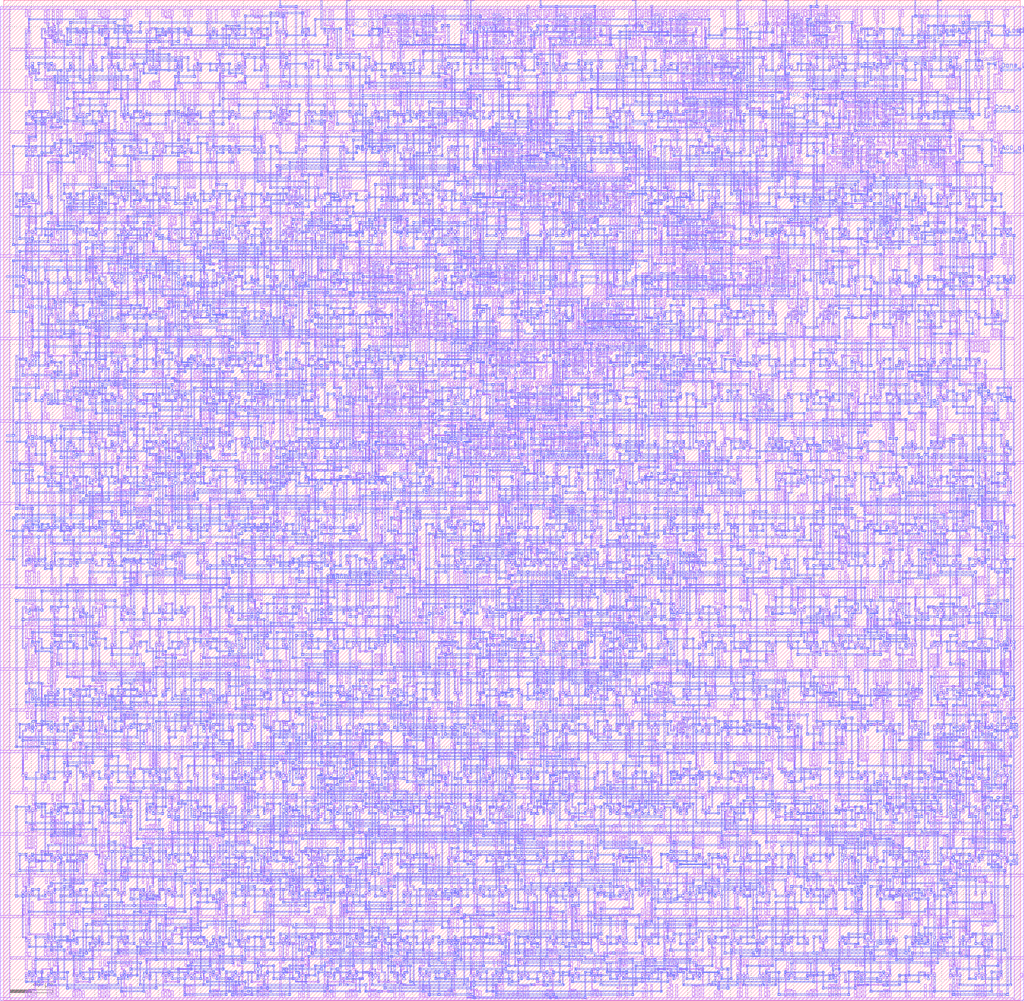
<source format=lef>
VERSION 5.7 ;
  NOWIREEXTENSIONATPIN ON ;
  DIVIDERCHAR "/" ;
  BUSBITCHARS "[]" ;
MACRO ALU_wrapper
  CLASS BLOCK ;
  FOREIGN ALU_wrapper ;
  ORIGIN 6.000 0.000 ;
  SIZE 960.000 BY 945.000 ;
  PIN gnd
    USE GROUND ;
    PORT
      LAYER metal1 ;
        RECT 948.450 899.700 957.450 938.700 ;
        RECT 0.600 897.300 957.450 899.700 ;
        RECT 948.450 821.700 957.450 897.300 ;
        RECT 0.600 819.300 957.450 821.700 ;
        RECT 948.450 743.700 957.450 819.300 ;
        RECT 0.600 741.300 957.450 743.700 ;
        RECT 948.450 665.700 957.450 741.300 ;
        RECT 0.600 663.300 957.450 665.700 ;
        RECT 948.450 587.700 957.450 663.300 ;
        RECT 0.600 585.300 957.450 587.700 ;
        RECT 948.450 509.700 957.450 585.300 ;
        RECT 0.600 507.300 957.450 509.700 ;
        RECT 948.450 431.700 957.450 507.300 ;
        RECT 0.600 429.300 957.450 431.700 ;
        RECT 948.450 353.700 957.450 429.300 ;
        RECT 0.600 351.300 957.450 353.700 ;
        RECT 948.450 275.700 957.450 351.300 ;
        RECT 0.600 273.300 957.450 275.700 ;
        RECT 948.450 197.700 957.450 273.300 ;
        RECT 0.600 195.300 957.450 197.700 ;
        RECT 948.450 119.700 957.450 195.300 ;
        RECT 0.600 117.300 957.450 119.700 ;
        RECT 948.450 41.700 957.450 117.300 ;
        RECT 0.600 39.300 957.450 41.700 ;
        RECT 948.450 0.300 957.450 39.300 ;
    END
  END gnd
  PIN vdd
    USE POWER ;
    PORT
      LAYER metal1 ;
        RECT 397.950 938.700 400.050 940.050 ;
        RECT 487.950 938.700 490.050 940.050 ;
        RECT 514.950 938.700 517.050 940.050 ;
        RECT 604.950 938.700 607.050 940.050 ;
        RECT 769.950 938.700 772.050 940.050 ;
        RECT -9.450 936.300 947.400 938.700 ;
        RECT -9.450 860.700 -0.450 936.300 ;
        RECT -9.450 858.300 947.400 860.700 ;
        RECT -9.450 782.700 -0.450 858.300 ;
        RECT 514.950 856.950 517.050 858.300 ;
        RECT 595.950 856.950 598.050 858.300 ;
        RECT 724.950 856.950 727.050 858.300 ;
        RECT 913.950 856.950 916.050 858.300 ;
        RECT -9.450 780.300 947.400 782.700 ;
        RECT -9.450 704.700 -0.450 780.300 ;
        RECT 436.950 778.950 439.050 780.300 ;
        RECT 673.950 778.950 676.050 780.300 ;
        RECT 823.950 778.950 826.050 780.300 ;
        RECT 844.950 778.950 847.050 780.300 ;
        RECT -9.450 702.300 947.400 704.700 ;
        RECT -9.450 626.700 -0.450 702.300 ;
        RECT 388.950 700.950 391.050 702.300 ;
        RECT 499.950 700.950 502.050 702.300 ;
        RECT 547.950 700.950 550.050 702.300 ;
        RECT 493.950 626.700 496.500 628.050 ;
        RECT -9.450 624.300 947.400 626.700 ;
        RECT -9.450 548.700 -0.450 624.300 ;
        RECT 376.950 622.950 379.050 624.300 ;
        RECT 415.950 622.950 418.050 624.300 ;
        RECT 580.950 622.950 583.050 624.300 ;
        RECT 583.950 622.950 586.050 624.300 ;
        RECT 670.950 622.950 673.050 624.300 ;
        RECT 709.950 621.450 712.050 622.050 ;
        RECT 716.550 621.450 717.450 624.300 ;
        RECT 709.950 620.550 717.450 621.450 ;
        RECT 709.950 619.950 712.050 620.550 ;
        RECT -9.450 546.300 947.400 548.700 ;
        RECT -9.450 470.700 -0.450 546.300 ;
        RECT -9.450 468.300 947.400 470.700 ;
        RECT -9.450 392.700 -0.450 468.300 ;
        RECT 370.950 466.950 373.050 468.300 ;
        RECT 434.550 466.050 435.450 468.300 ;
        RECT 493.950 466.950 496.050 468.300 ;
        RECT 430.950 464.550 435.450 466.050 ;
        RECT 430.950 463.950 435.000 464.550 ;
        RECT -9.450 390.300 947.400 392.700 ;
        RECT -9.450 314.700 -0.450 390.300 ;
        RECT -9.450 312.300 947.400 314.700 ;
        RECT -9.450 236.700 -0.450 312.300 ;
        RECT -9.450 234.300 947.400 236.700 ;
        RECT -9.450 158.700 -0.450 234.300 ;
        RECT -9.450 156.300 947.400 158.700 ;
        RECT -9.450 80.700 -0.450 156.300 ;
        RECT -9.450 78.300 947.400 80.700 ;
        RECT -9.450 2.700 -0.450 78.300 ;
        RECT -9.450 0.300 947.400 2.700 ;
      LAYER metal2 ;
        RECT 397.950 937.950 400.050 940.050 ;
        RECT 487.950 937.950 490.050 940.050 ;
        RECT 514.950 937.950 517.050 940.050 ;
        RECT 604.950 937.950 607.050 940.050 ;
        RECT 769.950 937.950 772.050 940.050 ;
        RECT 398.400 915.450 399.450 937.950 ;
        RECT 401.400 915.450 402.600 916.650 ;
        RECT 398.400 914.400 402.600 915.450 ;
        RECT 488.400 915.450 489.450 937.950 ;
        RECT 491.400 915.450 492.600 916.650 ;
        RECT 488.400 914.400 492.600 915.450 ;
        RECT 512.400 915.450 513.600 916.650 ;
        RECT 515.400 915.450 516.450 937.950 ;
        RECT 512.400 914.400 516.450 915.450 ;
        RECT 602.400 915.450 603.600 916.650 ;
        RECT 605.400 915.450 606.450 937.950 ;
        RECT 602.400 914.400 606.450 915.450 ;
        RECT 770.400 915.450 771.450 937.950 ;
        RECT 773.400 915.450 774.600 916.650 ;
        RECT 770.400 914.400 774.600 915.450 ;
        RECT 689.400 875.400 690.600 877.650 ;
        RECT 689.400 859.050 690.450 875.400 ;
        RECT 502.950 856.950 505.050 859.050 ;
        RECT 511.950 856.950 517.050 859.050 ;
        RECT 595.950 856.950 598.050 859.050 ;
        RECT 688.950 856.950 691.050 859.050 ;
        RECT 724.950 856.950 730.050 859.050 ;
        RECT 913.950 856.950 916.050 859.050 ;
        RECT 503.400 816.450 504.450 856.950 ;
        RECT 596.400 838.050 597.450 856.950 ;
        RECT 595.950 835.950 598.050 838.050 ;
        RECT 635.400 837.900 636.600 838.650 ;
        RECT 836.400 837.900 837.600 838.650 ;
        RECT 914.400 838.050 915.450 856.950 ;
        RECT 634.950 835.800 637.050 837.900 ;
        RECT 835.950 835.800 838.050 837.900 ;
        RECT 913.950 835.950 916.050 838.050 ;
        RECT 500.400 815.400 504.450 816.450 ;
        RECT 500.400 804.600 501.450 815.400 ;
        RECT 500.400 802.350 501.600 804.600 ;
        RECT 821.400 804.450 822.600 804.600 ;
        RECT 818.400 803.400 822.600 804.450 ;
        RECT 818.400 793.050 819.450 803.400 ;
        RECT 821.400 802.350 822.600 803.400 ;
        RECT 842.400 804.450 843.600 804.600 ;
        RECT 842.400 803.400 846.450 804.450 ;
        RECT 842.400 802.350 843.600 803.400 ;
        RECT 817.950 790.950 820.050 793.050 ;
        RECT 823.950 790.950 826.050 793.050 ;
        RECT 824.400 781.050 825.450 790.950 ;
        RECT 845.400 781.050 846.450 803.400 ;
        RECT 436.950 778.950 439.050 781.050 ;
        RECT 673.950 778.950 676.050 781.050 ;
        RECT 823.950 778.950 826.050 781.050 ;
        RECT 844.950 778.950 847.050 781.050 ;
        RECT 437.400 763.050 438.450 778.950 ;
        RECT 436.800 760.950 438.900 763.050 ;
        RECT 464.400 759.900 465.600 760.650 ;
        RECT 463.950 757.800 466.050 759.900 ;
        RECT 581.400 758.400 582.600 760.650 ;
        RECT 499.950 709.950 502.050 712.050 ;
        RECT 511.950 709.950 514.050 712.050 ;
        RECT 500.400 703.050 501.450 709.950 ;
        RECT 388.950 700.950 391.050 703.050 ;
        RECT 499.950 700.950 502.050 703.050 ;
        RECT 377.400 680.400 378.600 682.650 ;
        RECT 377.400 673.050 378.450 680.400 ;
        RECT 389.400 673.050 390.450 700.950 ;
        RECT 440.400 681.000 441.600 682.650 ;
        RECT 512.400 682.050 513.450 709.950 ;
        RECT 581.400 706.050 582.450 758.400 ;
        RECT 674.400 726.600 675.450 778.950 ;
        RECT 674.400 724.350 675.600 726.600 ;
        RECT 547.950 700.950 550.050 706.050 ;
        RECT 580.950 703.950 583.050 706.050 ;
        RECT 439.950 676.950 442.050 681.000 ;
        RECT 511.950 679.950 514.050 682.050 ;
        RECT 674.400 680.400 675.600 682.650 ;
        RECT 695.400 680.400 696.600 682.650 ;
        RECT 376.950 670.950 379.050 673.050 ;
        RECT 388.950 670.950 391.050 673.050 ;
        RECT 674.400 658.050 675.450 680.400 ;
        RECT 695.400 658.050 696.450 680.400 ;
        RECT 664.950 655.950 667.050 658.050 ;
        RECT 673.950 655.950 676.050 658.050 ;
        RECT 694.950 655.950 697.050 658.050 ;
        RECT 709.950 655.950 712.050 658.050 ;
        RECT 412.950 647.100 415.050 649.200 ;
        RECT 584.400 648.450 585.600 648.600 ;
        RECT 581.400 647.400 585.600 648.450 ;
        RECT 413.400 646.350 414.600 647.100 ;
        RECT 415.800 640.950 417.900 643.050 ;
        RECT 416.400 625.050 417.450 640.950 ;
        RECT 493.950 625.950 496.050 628.050 ;
        RECT 376.950 622.950 379.050 625.050 ;
        RECT 415.950 622.950 418.050 625.050 ;
        RECT 377.400 598.050 378.450 622.950 ;
        RECT 494.400 603.450 495.450 625.950 ;
        RECT 581.400 625.050 582.450 647.400 ;
        RECT 584.400 646.350 585.600 647.400 ;
        RECT 665.400 625.050 666.450 655.950 ;
        RECT 580.950 622.950 583.050 625.050 ;
        RECT 583.950 622.950 586.050 625.050 ;
        RECT 664.950 622.950 667.050 625.050 ;
        RECT 670.950 622.950 673.050 628.050 ;
        RECT 497.400 603.450 498.600 604.650 ;
        RECT 566.400 603.900 567.600 604.650 ;
        RECT 584.400 604.050 585.450 622.950 ;
        RECT 710.400 622.050 711.450 655.950 ;
        RECT 709.950 619.950 712.050 622.050 ;
        RECT 494.400 602.400 498.600 603.450 ;
        RECT 376.950 595.950 379.050 598.050 ;
        RECT 388.950 595.950 391.050 598.050 ;
        RECT 389.400 570.600 390.450 595.950 ;
        RECT 494.400 589.050 495.450 602.400 ;
        RECT 565.950 601.800 568.050 603.900 ;
        RECT 583.950 601.950 586.050 604.050 ;
        RECT 475.950 586.950 478.050 589.050 ;
        RECT 493.950 586.950 496.050 589.050 ;
        RECT 476.400 570.600 477.450 586.950 ;
        RECT 389.400 568.350 390.600 570.600 ;
        RECT 476.400 568.350 477.600 570.600 ;
        RECT 389.400 524.400 390.600 526.650 ;
        RECT 431.400 524.400 432.600 526.650 ;
        RECT 500.400 524.400 501.600 526.650 ;
        RECT 389.400 499.050 390.450 524.400 ;
        RECT 361.950 496.950 364.050 499.050 ;
        RECT 388.950 496.950 391.050 499.050 ;
        RECT 362.400 484.050 363.450 496.950 ;
        RECT 361.950 481.950 364.050 484.050 ;
        RECT 370.950 481.800 373.050 483.900 ;
        RECT 371.400 469.050 372.450 481.800 ;
        RECT 370.950 466.950 373.050 469.050 ;
        RECT 431.400 466.050 432.450 524.400 ;
        RECT 500.400 495.450 501.450 524.400 ;
        RECT 500.400 494.400 504.450 495.450 ;
        RECT 503.400 469.050 504.450 494.400 ;
        RECT 493.950 466.950 499.050 469.050 ;
        RECT 502.950 466.950 505.050 469.050 ;
        RECT 430.950 463.950 433.050 466.050 ;
      LAYER metal3 ;
        RECT 502.950 858.600 505.050 859.050 ;
        RECT 511.950 858.600 514.050 859.050 ;
        RECT 502.950 857.400 514.050 858.600 ;
        RECT 502.950 856.950 505.050 857.400 ;
        RECT 511.950 856.950 514.050 857.400 ;
        RECT 688.950 858.600 691.050 859.050 ;
        RECT 727.950 858.600 730.050 859.050 ;
        RECT 688.950 857.400 730.050 858.600 ;
        RECT 688.950 856.950 691.050 857.400 ;
        RECT 727.950 856.950 730.050 857.400 ;
        RECT 595.950 837.600 598.050 838.050 ;
        RECT 634.950 837.600 637.050 837.900 ;
        RECT 595.950 836.400 637.050 837.600 ;
        RECT 595.950 835.950 598.050 836.400 ;
        RECT 634.950 835.800 637.050 836.400 ;
        RECT 835.950 837.600 838.050 837.900 ;
        RECT 913.950 837.600 916.050 838.050 ;
        RECT 835.950 836.400 916.050 837.600 ;
        RECT 835.950 835.800 838.050 836.400 ;
        RECT 913.950 835.950 916.050 836.400 ;
        RECT 817.950 792.600 820.050 793.050 ;
        RECT 823.950 792.600 826.050 793.050 ;
        RECT 817.950 791.400 826.050 792.600 ;
        RECT 817.950 790.950 820.050 791.400 ;
        RECT 823.950 790.950 826.050 791.400 ;
        RECT 436.800 762.000 438.900 763.050 ;
        RECT 436.800 760.950 439.050 762.000 ;
        RECT 436.950 759.600 439.050 760.950 ;
        RECT 463.950 759.600 466.050 759.900 ;
        RECT 436.950 759.000 466.050 759.600 ;
        RECT 437.250 758.400 466.050 759.000 ;
        RECT 463.950 757.800 466.050 758.400 ;
        RECT 499.950 711.600 502.050 712.050 ;
        RECT 511.950 711.600 514.050 712.050 ;
        RECT 499.950 710.400 514.050 711.600 ;
        RECT 499.950 709.950 502.050 710.400 ;
        RECT 511.950 709.950 514.050 710.400 ;
        RECT 547.950 705.600 550.050 706.050 ;
        RECT 580.950 705.600 583.050 706.050 ;
        RECT 547.950 704.400 583.050 705.600 ;
        RECT 547.950 703.950 550.050 704.400 ;
        RECT 580.950 703.950 583.050 704.400 ;
        RECT 511.950 681.600 514.050 682.050 ;
        RECT 503.400 680.400 514.050 681.600 ;
        RECT 439.950 678.600 442.050 679.050 ;
        RECT 503.400 678.600 504.600 680.400 ;
        RECT 511.950 679.950 514.050 680.400 ;
        RECT 439.950 677.400 504.600 678.600 ;
        RECT 439.950 676.950 442.050 677.400 ;
        RECT 376.950 672.600 379.050 673.050 ;
        RECT 388.950 672.600 391.050 673.050 ;
        RECT 376.950 671.400 391.050 672.600 ;
        RECT 376.950 670.950 379.050 671.400 ;
        RECT 388.950 670.950 391.050 671.400 ;
        RECT 664.950 657.600 667.050 658.050 ;
        RECT 673.950 657.600 676.050 658.050 ;
        RECT 664.950 656.400 676.050 657.600 ;
        RECT 664.950 655.950 667.050 656.400 ;
        RECT 673.950 655.950 676.050 656.400 ;
        RECT 694.950 657.600 697.050 658.050 ;
        RECT 709.950 657.600 712.050 658.050 ;
        RECT 694.950 656.400 712.050 657.600 ;
        RECT 694.950 655.950 697.050 656.400 ;
        RECT 709.950 655.950 712.050 656.400 ;
        RECT 412.950 648.600 415.050 649.200 ;
        RECT 412.950 647.400 417.450 648.600 ;
        RECT 412.950 647.100 415.050 647.400 ;
        RECT 416.250 643.050 417.450 647.400 ;
        RECT 415.800 640.950 417.900 643.050 ;
        RECT 664.950 624.600 667.050 625.050 ;
        RECT 670.950 624.600 673.050 628.050 ;
        RECT 664.950 624.000 673.050 624.600 ;
        RECT 664.950 623.400 672.600 624.000 ;
        RECT 664.950 622.950 667.050 623.400 ;
        RECT 565.950 603.600 568.050 603.900 ;
        RECT 583.950 603.600 586.050 604.050 ;
        RECT 565.950 602.400 586.050 603.600 ;
        RECT 565.950 601.800 568.050 602.400 ;
        RECT 583.950 601.950 586.050 602.400 ;
        RECT 376.950 597.600 379.050 598.050 ;
        RECT 388.950 597.600 391.050 598.050 ;
        RECT 376.950 596.400 391.050 597.600 ;
        RECT 376.950 595.950 379.050 596.400 ;
        RECT 388.950 595.950 391.050 596.400 ;
        RECT 475.950 588.600 478.050 589.050 ;
        RECT 493.950 588.600 496.050 589.050 ;
        RECT 475.950 587.400 496.050 588.600 ;
        RECT 475.950 586.950 478.050 587.400 ;
        RECT 493.950 586.950 496.050 587.400 ;
        RECT 361.950 498.600 364.050 499.050 ;
        RECT 388.950 498.600 391.050 499.050 ;
        RECT 361.950 497.400 391.050 498.600 ;
        RECT 361.950 496.950 364.050 497.400 ;
        RECT 388.950 496.950 391.050 497.400 ;
        RECT 361.950 483.600 364.050 484.050 ;
        RECT 370.950 483.600 373.050 483.900 ;
        RECT 361.950 482.400 373.050 483.600 ;
        RECT 361.950 481.950 364.050 482.400 ;
        RECT 370.950 481.800 373.050 482.400 ;
        RECT 496.950 468.600 499.050 469.050 ;
        RECT 502.950 468.600 505.050 469.050 ;
        RECT 496.950 467.400 505.050 468.600 ;
        RECT 496.950 466.950 499.050 467.400 ;
        RECT 502.950 466.950 505.050 467.400 ;
    END
  END vdd
  PIN ABCmd_i[7]
    PORT
      LAYER metal1 ;
        RECT 346.950 831.450 349.050 832.050 ;
        RECT 355.950 831.450 358.050 831.900 ;
        RECT 346.950 830.550 358.050 831.450 ;
        RECT 346.950 829.950 349.050 830.550 ;
        RECT 355.950 829.800 358.050 830.550 ;
        RECT 394.950 825.450 397.050 829.050 ;
        RECT 400.950 825.450 403.050 826.050 ;
        RECT 394.950 825.000 403.050 825.450 ;
        RECT 395.550 824.550 403.050 825.000 ;
        RECT 400.950 823.950 403.050 824.550 ;
        RECT 886.950 765.450 889.050 766.050 ;
        RECT 901.950 765.450 904.050 766.050 ;
        RECT 886.950 764.550 904.050 765.450 ;
        RECT 886.950 763.950 889.050 764.550 ;
        RECT 901.950 763.950 904.050 764.550 ;
        RECT 358.950 759.450 363.000 760.050 ;
        RECT 358.950 757.950 363.450 759.450 ;
        RECT 362.550 757.050 363.450 757.950 ;
        RECT 362.550 755.550 367.050 757.050 ;
        RECT 363.000 754.950 367.050 755.550 ;
        RECT 685.950 714.450 688.050 715.050 ;
        RECT 691.950 714.450 694.050 715.050 ;
        RECT 685.950 713.550 694.050 714.450 ;
        RECT 685.950 712.950 688.050 713.550 ;
        RECT 691.950 712.950 694.050 713.550 ;
      LAYER metal2 ;
        RECT 293.400 918.450 294.450 945.450 ;
        RECT 295.950 918.450 298.050 919.200 ;
        RECT 293.400 917.400 298.050 918.450 ;
        RECT 295.950 917.100 298.050 917.400 ;
        RECT 310.950 917.100 313.050 919.200 ;
        RECT 296.400 916.350 297.600 917.100 ;
        RECT 311.400 895.050 312.450 917.100 ;
        RECT 301.950 892.950 304.050 895.050 ;
        RECT 310.950 892.950 313.050 895.050 ;
        RECT 328.950 892.950 331.050 895.050 ;
        RECT 302.400 885.600 303.450 892.950 ;
        RECT 302.400 883.350 303.600 885.600 ;
        RECT 329.400 841.050 330.450 892.950 ;
        RECT 328.950 838.950 331.050 841.050 ;
        RECT 347.400 834.900 348.600 835.650 ;
        RECT 346.800 834.000 348.900 834.900 ;
        RECT 346.800 832.800 349.050 834.000 ;
        RECT 346.950 829.950 349.050 832.800 ;
        RECT 355.950 829.800 358.050 831.900 ;
        RECT 356.400 826.050 357.450 829.800 ;
        RECT 355.950 823.950 358.050 826.050 ;
        RECT 388.950 823.950 391.050 826.050 ;
        RECT 394.950 823.950 397.050 829.050 ;
        RECT 400.950 823.950 403.050 826.050 ;
        RECT 389.400 778.050 390.450 823.950 ;
        RECT 401.400 807.600 402.450 823.950 ;
        RECT 401.400 805.350 402.600 807.600 ;
        RECT 358.950 775.950 361.050 778.050 ;
        RECT 388.950 775.950 391.050 778.050 ;
        RECT 359.400 760.050 360.450 775.950 ;
        RECT 811.950 769.950 814.050 772.050 ;
        RECT 886.950 769.950 889.050 772.050 ;
        RECT 812.400 766.050 813.450 769.950 ;
        RECT 887.400 766.050 888.450 769.950 ;
        RECT 811.950 763.950 814.050 766.050 ;
        RECT 886.950 763.950 889.050 766.050 ;
        RECT 787.950 761.100 790.050 763.200 ;
        RECT 788.400 760.350 789.600 761.100 ;
        RECT 793.950 760.800 796.050 762.900 ;
        RECT 901.950 762.000 904.050 766.050 ;
        RECT 358.950 757.950 361.050 760.050 ;
        RECT 368.400 757.050 369.600 757.650 ;
        RECT 364.950 755.400 369.600 757.050 ;
        RECT 364.950 754.950 369.000 755.400 ;
        RECT 365.400 735.450 366.450 754.950 ;
        RECT 794.400 751.050 795.450 760.800 ;
        RECT 902.400 760.350 903.600 762.000 ;
        RECT 739.950 748.950 742.050 751.050 ;
        RECT 793.950 748.950 796.050 751.050 ;
        RECT 362.400 734.400 366.450 735.450 ;
        RECT 362.400 730.050 363.450 734.400 ;
        RECT 379.950 733.950 382.050 736.050 ;
        RECT 427.950 733.950 430.050 736.050 ;
        RECT 361.950 727.950 364.050 730.050 ;
        RECT 368.400 723.900 369.600 724.650 ;
        RECT 367.950 721.800 370.050 723.900 ;
        RECT 368.400 712.050 369.450 721.800 ;
        RECT 380.400 712.050 381.450 733.950 ;
        RECT 367.950 709.950 370.050 712.050 ;
        RECT 379.950 709.950 382.050 712.050 ;
        RECT 428.400 703.050 429.450 733.950 ;
        RECT 587.400 722.400 588.600 724.650 ;
        RECT 587.400 715.050 588.450 722.400 ;
        RECT 740.400 715.050 741.450 748.950 ;
        RECT 586.950 712.950 589.050 715.050 ;
        RECT 682.950 712.950 688.050 715.050 ;
        RECT 691.950 712.950 697.050 715.050 ;
        RECT 739.950 712.950 742.050 715.050 ;
        RECT 757.950 712.950 760.050 715.050 ;
        RECT 427.950 700.950 430.050 703.050 ;
        RECT 436.950 700.950 439.050 703.050 ;
        RECT 437.400 691.050 438.450 700.950 ;
        RECT 587.400 697.050 588.450 712.950 ;
        RECT 526.950 694.950 529.050 697.050 ;
        RECT 586.950 694.950 589.050 697.050 ;
        RECT 527.400 691.050 528.450 694.950 ;
        RECT 436.950 688.950 439.050 691.050 ;
        RECT 526.950 688.950 529.050 691.050 ;
        RECT 758.400 625.050 759.450 712.950 ;
        RECT 757.950 622.950 760.050 625.050 ;
        RECT 808.950 619.950 811.050 622.050 ;
        RECT 886.950 619.950 889.050 622.050 ;
        RECT 809.400 573.450 810.450 619.950 ;
        RECT 887.400 606.600 888.450 619.950 ;
        RECT 887.400 604.350 888.600 606.600 ;
        RECT 806.400 572.400 810.450 573.450 ;
        RECT 806.400 565.050 807.450 572.400 ;
        RECT 875.400 567.000 876.600 568.650 ;
        RECT 805.950 562.950 808.050 565.050 ;
        RECT 874.950 562.950 877.050 567.000 ;
        RECT 806.400 547.050 807.450 562.950 ;
        RECT 538.950 544.950 541.050 547.050 ;
        RECT 805.950 544.950 808.050 547.050 ;
        RECT 539.400 538.050 540.450 544.950 ;
        RECT 806.400 538.050 807.450 544.950 ;
        RECT 481.950 535.950 484.050 538.050 ;
        RECT 538.950 535.950 541.050 538.050 ;
        RECT 799.950 535.950 802.050 538.050 ;
        RECT 805.950 535.950 808.050 538.050 ;
        RECT 482.400 532.050 483.450 535.950 ;
        RECT 469.950 529.950 472.050 532.050 ;
        RECT 481.950 529.950 484.050 532.050 ;
        RECT 470.400 511.050 471.450 529.950 ;
        RECT 800.400 528.600 801.450 535.950 ;
        RECT 800.400 526.350 801.600 528.600 ;
        RECT 424.950 508.950 427.050 511.050 ;
        RECT 469.950 508.950 472.050 511.050 ;
        RECT 425.400 478.050 426.450 508.950 ;
        RECT 331.950 475.950 334.050 478.050 ;
        RECT 352.950 475.950 355.050 478.050 ;
        RECT 424.950 475.950 427.050 478.050 ;
        RECT 329.400 450.450 330.600 450.600 ;
        RECT 332.400 450.450 333.450 475.950 ;
        RECT 329.400 449.400 333.450 450.450 ;
        RECT 329.400 448.350 330.600 449.400 ;
        RECT 353.400 421.050 354.450 475.950 ;
        RECT 352.950 418.950 355.050 421.050 ;
        RECT 370.950 418.950 373.050 421.050 ;
        RECT 185.400 411.000 186.600 412.650 ;
        RECT 344.400 411.000 345.600 412.650 ;
        RECT 365.400 411.000 366.600 412.650 ;
        RECT 184.950 406.950 187.050 411.000 ;
        RECT 268.950 408.450 273.000 409.050 ;
        RECT 268.950 406.950 273.450 408.450 ;
        RECT 301.950 406.950 304.050 409.050 ;
        RECT 343.950 406.950 346.050 411.000 ;
        RECT 364.950 406.950 367.050 411.000 ;
        RECT 371.400 409.050 372.450 418.950 ;
        RECT 370.950 406.950 373.050 409.050 ;
        RECT 272.400 397.050 273.450 406.950 ;
        RECT 302.400 397.050 303.450 406.950 ;
        RECT 271.950 394.950 274.050 397.050 ;
        RECT 301.950 394.950 304.050 397.050 ;
      LAYER metal3 ;
        RECT 295.950 918.750 298.050 919.200 ;
        RECT 310.950 918.750 313.050 919.200 ;
        RECT 295.950 917.550 313.050 918.750 ;
        RECT 295.950 917.100 298.050 917.550 ;
        RECT 310.950 917.100 313.050 917.550 ;
        RECT 301.950 894.600 304.050 895.050 ;
        RECT 310.950 894.600 313.050 895.050 ;
        RECT 328.950 894.600 331.050 895.050 ;
        RECT 301.950 893.400 331.050 894.600 ;
        RECT 301.950 892.950 304.050 893.400 ;
        RECT 310.950 892.950 313.050 893.400 ;
        RECT 328.950 892.950 331.050 893.400 ;
        RECT 328.950 837.600 331.050 841.050 ;
        RECT 328.950 837.000 333.600 837.600 ;
        RECT 329.400 836.400 333.600 837.000 ;
        RECT 332.400 834.600 333.600 836.400 ;
        RECT 346.800 834.600 348.900 834.900 ;
        RECT 332.400 833.400 348.900 834.600 ;
        RECT 346.800 832.800 348.900 833.400 ;
        RECT 355.950 825.600 358.050 826.050 ;
        RECT 388.950 825.600 391.050 826.050 ;
        RECT 394.950 825.600 397.050 826.050 ;
        RECT 355.950 824.400 397.050 825.600 ;
        RECT 355.950 823.950 358.050 824.400 ;
        RECT 388.950 823.950 391.050 824.400 ;
        RECT 394.950 823.950 397.050 824.400 ;
        RECT 358.950 777.600 361.050 778.050 ;
        RECT 388.950 777.600 391.050 778.050 ;
        RECT 358.950 776.400 391.050 777.600 ;
        RECT 358.950 775.950 361.050 776.400 ;
        RECT 388.950 775.950 391.050 776.400 ;
        RECT 811.950 771.600 814.050 772.050 ;
        RECT 886.950 771.600 889.050 772.050 ;
        RECT 811.950 770.400 889.050 771.600 ;
        RECT 811.950 769.950 814.050 770.400 ;
        RECT 886.950 769.950 889.050 770.400 ;
        RECT 810.000 765.600 814.050 766.050 ;
        RECT 809.400 763.950 814.050 765.600 ;
        RECT 787.950 762.750 790.050 763.200 ;
        RECT 793.950 762.750 796.050 762.900 ;
        RECT 787.950 762.600 796.050 762.750 ;
        RECT 809.400 762.600 810.600 763.950 ;
        RECT 787.950 761.550 810.600 762.600 ;
        RECT 787.950 761.100 790.050 761.550 ;
        RECT 793.950 761.400 810.600 761.550 ;
        RECT 793.950 760.800 796.050 761.400 ;
        RECT 739.950 750.600 742.050 751.050 ;
        RECT 793.950 750.600 796.050 751.050 ;
        RECT 739.950 749.400 796.050 750.600 ;
        RECT 739.950 748.950 742.050 749.400 ;
        RECT 793.950 748.950 796.050 749.400 ;
        RECT 379.950 735.600 382.050 736.050 ;
        RECT 427.950 735.600 430.050 736.050 ;
        RECT 379.950 734.400 430.050 735.600 ;
        RECT 379.950 733.950 382.050 734.400 ;
        RECT 427.950 733.950 430.050 734.400 ;
        RECT 361.950 726.600 364.050 730.050 ;
        RECT 361.950 726.000 369.600 726.600 ;
        RECT 362.400 725.400 369.600 726.000 ;
        RECT 368.400 723.900 369.600 725.400 ;
        RECT 367.950 721.800 370.050 723.900 ;
        RECT 586.950 714.600 589.050 715.050 ;
        RECT 682.950 714.600 685.050 715.050 ;
        RECT 586.950 713.400 685.050 714.600 ;
        RECT 586.950 712.950 589.050 713.400 ;
        RECT 682.950 712.950 685.050 713.400 ;
        RECT 694.950 714.600 697.050 715.050 ;
        RECT 739.950 714.600 742.050 715.050 ;
        RECT 757.950 714.600 760.050 715.050 ;
        RECT 694.950 713.400 760.050 714.600 ;
        RECT 694.950 712.950 697.050 713.400 ;
        RECT 739.950 712.950 742.050 713.400 ;
        RECT 757.950 712.950 760.050 713.400 ;
        RECT 367.950 711.600 370.050 712.050 ;
        RECT 379.950 711.600 382.050 712.050 ;
        RECT 367.950 710.400 382.050 711.600 ;
        RECT 367.950 709.950 370.050 710.400 ;
        RECT 379.950 709.950 382.050 710.400 ;
        RECT 427.950 702.600 430.050 703.050 ;
        RECT 436.950 702.600 439.050 703.050 ;
        RECT 427.950 701.400 439.050 702.600 ;
        RECT 427.950 700.950 430.050 701.400 ;
        RECT 436.950 700.950 439.050 701.400 ;
        RECT 526.950 696.600 529.050 697.050 ;
        RECT 586.950 696.600 589.050 697.050 ;
        RECT 526.950 695.400 589.050 696.600 ;
        RECT 526.950 694.950 529.050 695.400 ;
        RECT 586.950 694.950 589.050 695.400 ;
        RECT 436.950 690.600 439.050 691.050 ;
        RECT 526.950 690.600 529.050 691.050 ;
        RECT 436.950 689.400 529.050 690.600 ;
        RECT 436.950 688.950 439.050 689.400 ;
        RECT 526.950 688.950 529.050 689.400 ;
        RECT 757.950 624.600 760.050 625.050 ;
        RECT 757.950 623.400 780.600 624.600 ;
        RECT 757.950 622.950 760.050 623.400 ;
        RECT 779.400 621.600 780.600 623.400 ;
        RECT 808.950 621.600 811.050 622.050 ;
        RECT 886.950 621.600 889.050 622.050 ;
        RECT 779.400 620.400 889.050 621.600 ;
        RECT 808.950 619.950 811.050 620.400 ;
        RECT 886.950 619.950 889.050 620.400 ;
        RECT 805.950 564.600 808.050 565.050 ;
        RECT 874.950 564.600 877.050 565.050 ;
        RECT 805.950 563.400 877.050 564.600 ;
        RECT 805.950 562.950 808.050 563.400 ;
        RECT 874.950 562.950 877.050 563.400 ;
        RECT 538.950 546.600 541.050 547.050 ;
        RECT 805.950 546.600 808.050 547.050 ;
        RECT 538.950 545.400 808.050 546.600 ;
        RECT 538.950 544.950 541.050 545.400 ;
        RECT 805.950 544.950 808.050 545.400 ;
        RECT 481.950 537.600 484.050 538.050 ;
        RECT 538.950 537.600 541.050 538.050 ;
        RECT 481.950 536.400 541.050 537.600 ;
        RECT 481.950 535.950 484.050 536.400 ;
        RECT 538.950 535.950 541.050 536.400 ;
        RECT 799.950 537.600 802.050 538.050 ;
        RECT 805.950 537.600 808.050 538.050 ;
        RECT 799.950 536.400 808.050 537.600 ;
        RECT 799.950 535.950 802.050 536.400 ;
        RECT 805.950 535.950 808.050 536.400 ;
        RECT 469.950 531.600 472.050 532.050 ;
        RECT 481.950 531.600 484.050 532.050 ;
        RECT 469.950 530.400 484.050 531.600 ;
        RECT 469.950 529.950 472.050 530.400 ;
        RECT 481.950 529.950 484.050 530.400 ;
        RECT 424.950 510.600 427.050 511.050 ;
        RECT 469.950 510.600 472.050 511.050 ;
        RECT 424.950 509.400 472.050 510.600 ;
        RECT 424.950 508.950 427.050 509.400 ;
        RECT 469.950 508.950 472.050 509.400 ;
        RECT 331.950 477.600 334.050 478.050 ;
        RECT 352.950 477.600 355.050 478.050 ;
        RECT 424.950 477.600 427.050 478.050 ;
        RECT 331.950 476.400 427.050 477.600 ;
        RECT 331.950 475.950 334.050 476.400 ;
        RECT 352.950 475.950 355.050 476.400 ;
        RECT 424.950 475.950 427.050 476.400 ;
        RECT 352.950 420.600 355.050 421.050 ;
        RECT 370.950 420.600 373.050 421.050 ;
        RECT 352.950 419.400 373.050 420.600 ;
        RECT 352.950 418.950 355.050 419.400 ;
        RECT 370.950 418.950 373.050 419.400 ;
        RECT 184.950 408.600 187.050 409.050 ;
        RECT 268.950 408.600 271.050 409.050 ;
        RECT 184.950 407.400 271.050 408.600 ;
        RECT 184.950 406.950 187.050 407.400 ;
        RECT 268.950 406.950 271.050 407.400 ;
        RECT 301.950 408.600 304.050 409.050 ;
        RECT 343.950 408.600 346.050 409.050 ;
        RECT 364.950 408.600 367.050 409.050 ;
        RECT 370.950 408.600 373.050 409.050 ;
        RECT 301.950 407.400 373.050 408.600 ;
        RECT 301.950 406.950 304.050 407.400 ;
        RECT 343.950 406.950 346.050 407.400 ;
        RECT 364.950 406.950 367.050 407.400 ;
        RECT 370.950 406.950 373.050 407.400 ;
        RECT 271.950 396.600 274.050 397.050 ;
        RECT 301.950 396.600 304.050 397.050 ;
        RECT 271.950 395.400 304.050 396.600 ;
        RECT 271.950 394.950 274.050 395.400 ;
        RECT 301.950 394.950 304.050 395.400 ;
    END
  END ABCmd_i[7]
  PIN ABCmd_i[6]
    PORT
      LAYER metal2 ;
        RECT 254.400 940.050 255.450 945.450 ;
        RECT 253.950 937.950 256.050 940.050 ;
        RECT 268.950 937.950 271.050 940.050 ;
        RECT 242.400 878.400 243.600 880.650 ;
        RECT 263.400 878.400 264.600 880.650 ;
        RECT 242.400 865.050 243.450 878.400 ;
        RECT 263.400 865.050 264.450 878.400 ;
        RECT 269.400 865.050 270.450 937.950 ;
        RECT 241.950 862.950 244.050 865.050 ;
        RECT 262.950 862.950 265.050 865.050 ;
        RECT 268.950 862.950 271.050 865.050 ;
        RECT 331.950 862.950 334.050 865.050 ;
        RECT 332.400 856.050 333.450 862.950 ;
        RECT 331.950 853.950 334.050 856.050 ;
        RECT 442.950 853.950 445.050 856.050 ;
        RECT 332.400 808.200 333.450 853.950 ;
        RECT 325.950 806.100 328.050 808.200 ;
        RECT 331.950 806.100 334.050 808.200 ;
        RECT 440.400 807.450 441.600 807.600 ;
        RECT 443.400 807.450 444.450 853.950 ;
        RECT 440.400 806.400 444.450 807.450 ;
        RECT 317.400 801.900 318.600 802.650 ;
        RECT 326.400 802.050 327.450 806.100 ;
        RECT 332.400 805.350 333.600 806.100 ;
        RECT 440.400 805.350 441.600 806.400 ;
        RECT 316.950 799.800 319.050 801.900 ;
        RECT 325.950 799.950 328.050 802.050 ;
      LAYER metal3 ;
        RECT 253.950 939.600 256.050 940.050 ;
        RECT 268.950 939.600 271.050 940.050 ;
        RECT 253.950 938.400 271.050 939.600 ;
        RECT 253.950 937.950 256.050 938.400 ;
        RECT 268.950 937.950 271.050 938.400 ;
        RECT 241.950 864.600 244.050 865.050 ;
        RECT 262.950 864.600 265.050 865.050 ;
        RECT 268.950 864.600 271.050 865.050 ;
        RECT 331.950 864.600 334.050 865.050 ;
        RECT 241.950 863.400 334.050 864.600 ;
        RECT 241.950 862.950 244.050 863.400 ;
        RECT 262.950 862.950 265.050 863.400 ;
        RECT 268.950 862.950 271.050 863.400 ;
        RECT 331.950 862.950 334.050 863.400 ;
        RECT 331.950 855.600 334.050 856.050 ;
        RECT 442.950 855.600 445.050 856.050 ;
        RECT 331.950 854.400 445.050 855.600 ;
        RECT 331.950 853.950 334.050 854.400 ;
        RECT 442.950 853.950 445.050 854.400 ;
        RECT 325.950 807.750 328.050 808.200 ;
        RECT 331.950 807.750 334.050 808.200 ;
        RECT 325.950 806.550 334.050 807.750 ;
        RECT 325.950 806.100 328.050 806.550 ;
        RECT 331.950 806.100 334.050 806.550 ;
        RECT 316.950 801.600 319.050 801.900 ;
        RECT 325.950 801.600 328.050 802.050 ;
        RECT 316.950 800.400 328.050 801.600 ;
        RECT 316.950 799.800 319.050 800.400 ;
        RECT 325.950 799.950 328.050 800.400 ;
    END
  END ABCmd_i[6]
  PIN ABCmd_i[5]
    PORT
      LAYER metal1 ;
        RECT 19.950 609.450 22.050 610.050 ;
        RECT 25.950 609.450 28.050 609.900 ;
        RECT 19.950 608.550 28.050 609.450 ;
        RECT 19.950 607.950 22.050 608.550 ;
        RECT 25.950 607.800 28.050 608.550 ;
        RECT 318.000 495.450 322.050 496.050 ;
        RECT 317.550 493.950 322.050 495.450 ;
        RECT 317.550 490.050 318.450 493.950 ;
        RECT 313.950 488.550 318.450 490.050 ;
        RECT 313.950 487.950 318.000 488.550 ;
      LAYER metal2 ;
        RECT 70.950 709.950 73.050 712.050 ;
        RECT 112.950 709.950 115.050 712.050 ;
        RECT 181.950 709.950 184.050 712.050 ;
        RECT 232.950 709.950 235.050 712.050 ;
        RECT 71.400 691.050 72.450 709.950 ;
        RECT 113.400 694.050 114.450 709.950 ;
        RECT 182.400 694.050 183.450 709.950 ;
        RECT 112.950 691.950 115.050 694.050 ;
        RECT 157.950 691.950 160.050 694.050 ;
        RECT 181.950 691.950 184.050 694.050 ;
        RECT 31.950 688.950 34.050 691.050 ;
        RECT 43.950 688.950 46.050 691.050 ;
        RECT 70.950 688.950 73.050 691.050 ;
        RECT 32.400 684.600 33.450 688.950 ;
        RECT 32.400 682.350 33.600 684.600 ;
        RECT 44.400 663.450 45.450 688.950 ;
        RECT 158.400 685.050 159.450 691.950 ;
        RECT 182.400 687.450 183.450 691.950 ;
        RECT 182.400 686.400 186.450 687.450 ;
        RECT 157.950 682.950 160.050 685.050 ;
        RECT 185.400 684.600 186.450 686.400 ;
        RECT 233.400 684.600 234.450 709.950 ;
        RECT 185.400 682.350 186.600 684.600 ;
        RECT 233.400 682.350 234.600 684.600 ;
        RECT 157.950 676.950 160.050 679.050 ;
        RECT 44.400 662.400 48.450 663.450 ;
        RECT 47.400 628.050 48.450 662.400 ;
        RECT 56.400 644.400 57.600 646.650 ;
        RECT 56.400 628.050 57.450 644.400 ;
        RECT 19.950 625.950 22.050 628.050 ;
        RECT 46.950 625.950 49.050 628.050 ;
        RECT 55.950 625.950 58.050 628.050 ;
        RECT 20.400 610.050 21.450 625.950 ;
        RECT 158.400 625.050 159.450 676.950 ;
        RECT 157.950 622.950 160.050 625.050 ;
        RECT 187.950 622.950 190.050 625.050 ;
        RECT 19.950 606.000 22.050 610.050 ;
        RECT 25.950 607.800 28.050 609.900 ;
        RECT 158.400 609.450 159.450 622.950 ;
        RECT 155.400 608.400 159.450 609.450 ;
        RECT 20.400 604.350 21.600 606.000 ;
        RECT 26.400 580.050 27.450 607.800 ;
        RECT 155.400 606.600 156.450 608.400 ;
        RECT 155.400 604.350 156.600 606.600 ;
        RECT 1.950 577.950 4.050 580.050 ;
        RECT 25.950 577.950 28.050 580.050 ;
        RECT 188.400 579.450 189.450 622.950 ;
        RECT 287.400 600.450 288.600 601.650 ;
        RECT 284.400 599.400 288.600 600.450 ;
        RECT 284.400 592.050 285.450 599.400 ;
        RECT 283.950 589.950 286.050 592.050 ;
        RECT 316.950 589.950 319.050 592.050 ;
        RECT 188.400 579.000 192.450 579.450 ;
        RECT 188.400 578.400 193.050 579.000 ;
        RECT 2.400 535.050 3.450 577.950 ;
        RECT 190.950 574.950 193.050 578.400 ;
        RECT 284.400 577.050 285.450 589.950 ;
        RECT 283.950 574.950 286.050 577.050 ;
        RECT 317.400 570.450 318.450 589.950 ;
        RECT 317.400 569.400 321.450 570.450 ;
        RECT 1.950 532.950 4.050 535.050 ;
        RECT 2.400 502.050 3.450 532.950 ;
        RECT 1.950 499.950 4.050 502.050 ;
        RECT 19.950 499.950 22.050 502.050 ;
        RECT 2.400 489.900 3.450 499.950 ;
        RECT 20.400 495.600 21.450 499.950 ;
        RECT 320.400 496.050 321.450 569.400 ;
        RECT 20.400 493.350 21.600 495.600 ;
        RECT 319.950 493.950 322.050 496.050 ;
        RECT 56.400 489.900 57.600 490.650 ;
        RECT 1.950 487.800 4.050 489.900 ;
        RECT 55.950 487.800 58.050 489.900 ;
        RECT 313.950 487.950 316.050 490.050 ;
        RECT 56.400 460.050 57.450 487.800 ;
        RECT 314.400 460.050 315.450 487.950 ;
        RECT 55.950 457.950 58.050 460.050 ;
        RECT 76.950 457.800 79.050 459.900 ;
        RECT 274.950 457.950 277.050 460.050 ;
        RECT 313.950 457.950 316.050 460.050 ;
        RECT 77.400 450.600 78.450 457.800 ;
        RECT 275.400 450.600 276.450 457.950 ;
        RECT 77.400 448.350 78.600 450.600 ;
        RECT 275.400 448.350 276.600 450.600 ;
      LAYER metal3 ;
        RECT 70.950 711.600 73.050 712.050 ;
        RECT 112.950 711.600 115.050 712.050 ;
        RECT 70.950 710.400 115.050 711.600 ;
        RECT 70.950 709.950 73.050 710.400 ;
        RECT 112.950 709.950 115.050 710.400 ;
        RECT 181.950 711.600 184.050 712.050 ;
        RECT 232.950 711.600 235.050 712.050 ;
        RECT 181.950 710.400 235.050 711.600 ;
        RECT 181.950 709.950 184.050 710.400 ;
        RECT 232.950 709.950 235.050 710.400 ;
        RECT 112.950 693.600 115.050 694.050 ;
        RECT 157.950 693.600 160.050 694.050 ;
        RECT 181.950 693.600 184.050 694.050 ;
        RECT 112.950 692.400 184.050 693.600 ;
        RECT 112.950 691.950 115.050 692.400 ;
        RECT 157.950 691.950 160.050 692.400 ;
        RECT 181.950 691.950 184.050 692.400 ;
        RECT 31.950 690.600 34.050 691.050 ;
        RECT 43.950 690.600 46.050 691.050 ;
        RECT 70.950 690.600 73.050 691.050 ;
        RECT 31.950 689.400 73.050 690.600 ;
        RECT 31.950 688.950 34.050 689.400 ;
        RECT 43.950 688.950 46.050 689.400 ;
        RECT 70.950 688.950 73.050 689.400 ;
        RECT 157.950 682.950 160.050 685.050 ;
        RECT 158.400 679.050 159.600 682.950 ;
        RECT 157.950 676.950 160.050 679.050 ;
        RECT 19.950 627.600 22.050 628.050 ;
        RECT 46.950 627.600 49.050 628.050 ;
        RECT 55.950 627.600 58.050 628.050 ;
        RECT 19.950 626.400 58.050 627.600 ;
        RECT 19.950 625.950 22.050 626.400 ;
        RECT 46.950 625.950 49.050 626.400 ;
        RECT 55.950 625.950 58.050 626.400 ;
        RECT 157.950 624.600 160.050 625.050 ;
        RECT 187.950 624.600 190.050 625.050 ;
        RECT 157.950 623.400 190.050 624.600 ;
        RECT 157.950 622.950 160.050 623.400 ;
        RECT 187.950 622.950 190.050 623.400 ;
        RECT 283.950 591.600 286.050 592.050 ;
        RECT 316.950 591.600 319.050 592.050 ;
        RECT 283.950 590.400 319.050 591.600 ;
        RECT 283.950 589.950 286.050 590.400 ;
        RECT 316.950 589.950 319.050 590.400 ;
        RECT 1.950 579.600 4.050 580.050 ;
        RECT 25.950 579.600 28.050 580.050 ;
        RECT 1.950 578.400 28.050 579.600 ;
        RECT 1.950 577.950 4.050 578.400 ;
        RECT 25.950 577.950 28.050 578.400 ;
        RECT 190.950 576.600 193.050 577.050 ;
        RECT 283.950 576.600 286.050 577.050 ;
        RECT 190.950 575.400 286.050 576.600 ;
        RECT 190.950 574.950 193.050 575.400 ;
        RECT 283.950 574.950 286.050 575.400 ;
        RECT 1.950 534.600 4.050 535.050 ;
        RECT -3.600 533.400 4.050 534.600 ;
        RECT 1.950 532.950 4.050 533.400 ;
        RECT 1.950 501.600 4.050 502.050 ;
        RECT 19.950 501.600 22.050 502.050 ;
        RECT 1.950 500.400 22.050 501.600 ;
        RECT 1.950 499.950 4.050 500.400 ;
        RECT 19.950 499.950 22.050 500.400 ;
        RECT 1.950 489.450 4.050 489.900 ;
        RECT 55.950 489.450 58.050 489.900 ;
        RECT 1.950 488.250 58.050 489.450 ;
        RECT 1.950 487.800 4.050 488.250 ;
        RECT 55.950 487.800 58.050 488.250 ;
        RECT 55.950 459.600 58.050 460.050 ;
        RECT 76.950 459.600 79.050 459.900 ;
        RECT 55.950 458.400 79.050 459.600 ;
        RECT 55.950 457.950 58.050 458.400 ;
        RECT 76.950 457.800 79.050 458.400 ;
        RECT 274.950 459.600 277.050 460.050 ;
        RECT 313.950 459.600 316.050 460.050 ;
        RECT 274.950 458.400 316.050 459.600 ;
        RECT 274.950 457.950 277.050 458.400 ;
        RECT 313.950 457.950 316.050 458.400 ;
    END
  END ABCmd_i[5]
  PIN ABCmd_i[4]
    PORT
      LAYER metal2 ;
        RECT 7.950 605.100 10.050 607.200 ;
        RECT 13.950 605.100 16.050 607.200 ;
        RECT 8.400 574.200 9.450 605.100 ;
        RECT 14.400 604.350 15.600 605.100 ;
        RECT 7.950 572.100 10.050 574.200 ;
        RECT 16.950 572.100 19.050 574.200 ;
        RECT 8.400 529.050 9.450 572.100 ;
        RECT 17.400 571.350 18.600 572.100 ;
        RECT 7.950 526.950 10.050 529.050 ;
        RECT 13.950 527.100 16.050 529.200 ;
        RECT 14.400 526.350 15.600 527.100 ;
      LAYER metal3 ;
        RECT 7.950 606.750 10.050 607.200 ;
        RECT 13.950 606.750 16.050 607.200 ;
        RECT 7.950 605.550 16.050 606.750 ;
        RECT 7.950 605.100 10.050 605.550 ;
        RECT 13.950 605.100 16.050 605.550 ;
        RECT 7.950 573.750 10.050 574.200 ;
        RECT 16.950 573.750 19.050 574.200 ;
        RECT 7.950 572.550 19.050 573.750 ;
        RECT 7.950 572.100 10.050 572.550 ;
        RECT 16.950 572.100 19.050 572.550 ;
        RECT 7.950 528.600 10.050 529.050 ;
        RECT 13.950 528.600 16.050 529.200 ;
        RECT -3.600 527.400 16.050 528.600 ;
        RECT 7.950 526.950 10.050 527.400 ;
        RECT 13.950 527.100 16.050 527.400 ;
    END
  END ABCmd_i[4]
  PIN ABCmd_i[3]
    PORT
      LAYER metal1 ;
        RECT 79.950 687.450 82.050 688.050 ;
        RECT 91.950 687.450 94.050 688.050 ;
        RECT 79.950 686.550 94.050 687.450 ;
        RECT 79.950 685.950 82.050 686.550 ;
        RECT 91.950 685.950 94.050 686.550 ;
      LAYER metal2 ;
        RECT 91.950 694.950 94.050 697.050 ;
        RECT 130.950 694.950 133.050 697.050 ;
        RECT 10.950 691.950 13.050 694.050 ;
        RECT 79.950 691.950 82.050 694.050 ;
        RECT 11.400 685.200 12.450 691.950 ;
        RECT 80.400 688.050 81.450 691.950 ;
        RECT 92.400 688.050 93.450 694.950 ;
        RECT 79.950 685.950 82.050 688.050 ;
        RECT 91.950 685.950 94.050 688.050 ;
        RECT 10.950 683.100 13.050 685.200 ;
        RECT 11.400 682.350 12.600 683.100 ;
        RECT 131.400 673.050 132.450 694.950 ;
        RECT 161.400 677.400 162.600 679.650 ;
        RECT 161.400 673.050 162.450 677.400 ;
        RECT 130.950 670.950 133.050 673.050 ;
        RECT 160.950 670.950 163.050 673.050 ;
      LAYER metal3 ;
        RECT 91.950 696.600 94.050 697.050 ;
        RECT 130.950 696.600 133.050 697.050 ;
        RECT 91.950 695.400 133.050 696.600 ;
        RECT 91.950 694.950 94.050 695.400 ;
        RECT 130.950 694.950 133.050 695.400 ;
        RECT 10.950 693.600 13.050 694.050 ;
        RECT 79.950 693.600 82.050 694.050 ;
        RECT 10.950 692.400 82.050 693.600 ;
        RECT 10.950 691.950 13.050 692.400 ;
        RECT 79.950 691.950 82.050 692.400 ;
        RECT 10.950 684.600 13.050 685.200 ;
        RECT -3.600 683.400 13.050 684.600 ;
        RECT 10.950 683.100 13.050 683.400 ;
        RECT 130.950 672.600 133.050 673.050 ;
        RECT 160.950 672.600 163.050 673.050 ;
        RECT 130.950 671.400 163.050 672.600 ;
        RECT 130.950 670.950 133.050 671.400 ;
        RECT 160.950 670.950 163.050 671.400 ;
    END
  END ABCmd_i[3]
  PIN ABCmd_i[2]
    PORT
      LAYER metal2 ;
        RECT 44.400 729.450 45.600 729.600 ;
        RECT 155.400 729.450 156.600 729.600 ;
        RECT 44.400 728.400 48.450 729.450 ;
        RECT 44.400 727.350 45.600 728.400 ;
        RECT 47.400 700.050 48.450 728.400 ;
        RECT 155.400 728.400 159.450 729.450 ;
        RECT 155.400 727.350 156.600 728.400 ;
        RECT 158.400 700.050 159.450 728.400 ;
        RECT 1.950 697.950 4.050 700.050 ;
        RECT 46.950 697.950 49.050 700.050 ;
        RECT 151.950 697.950 154.050 700.050 ;
        RECT 157.950 697.950 160.050 700.050 ;
        RECT 2.400 652.050 3.450 697.950 ;
        RECT 1.950 649.950 4.050 652.050 ;
        RECT 13.950 650.100 16.050 652.200 ;
        RECT 152.400 651.600 153.450 697.950 ;
        RECT 14.400 649.350 15.600 650.100 ;
        RECT 152.400 649.350 153.600 651.600 ;
      LAYER metal3 ;
        RECT 1.950 699.600 4.050 700.050 ;
        RECT 46.950 699.600 49.050 700.050 ;
        RECT 151.950 699.600 154.050 700.050 ;
        RECT 157.950 699.600 160.050 700.050 ;
        RECT 1.950 698.400 160.050 699.600 ;
        RECT 1.950 697.950 4.050 698.400 ;
        RECT 46.950 697.950 49.050 698.400 ;
        RECT 151.950 697.950 154.050 698.400 ;
        RECT 157.950 697.950 160.050 698.400 ;
        RECT 1.950 651.600 4.050 652.050 ;
        RECT 13.950 651.600 16.050 652.200 ;
        RECT -3.600 650.400 16.050 651.600 ;
        RECT 1.950 649.950 4.050 650.400 ;
        RECT 13.950 650.100 16.050 650.400 ;
    END
  END ABCmd_i[2]
  PIN ABCmd_i[1]
    PORT
      LAYER metal2 ;
        RECT 166.950 449.100 169.050 451.200 ;
        RECT 167.400 448.350 168.600 449.100 ;
        RECT 175.950 448.950 178.050 451.050 ;
        RECT 176.400 444.900 177.450 448.950 ;
        RECT 185.400 444.900 186.600 445.650 ;
        RECT 175.950 442.800 178.050 444.900 ;
        RECT 184.950 442.800 187.050 444.900 ;
        RECT 1.950 436.950 4.050 439.050 ;
        RECT 25.950 436.950 28.050 439.050 ;
        RECT 2.400 418.050 3.450 436.950 ;
        RECT 1.950 415.950 4.050 418.050 ;
        RECT 26.400 417.600 27.450 436.950 ;
        RECT 176.400 436.050 177.450 442.800 ;
        RECT 103.950 433.950 106.050 436.050 ;
        RECT 175.950 433.950 178.050 436.050 ;
        RECT 26.400 415.350 27.600 417.600 ;
        RECT 92.400 411.900 93.600 412.650 ;
        RECT 104.400 411.900 105.450 433.950 ;
        RECT 91.950 409.800 94.050 411.900 ;
        RECT 103.950 409.800 106.050 411.900 ;
      LAYER metal3 ;
        RECT 166.950 450.600 169.050 451.200 ;
        RECT 175.950 450.600 178.050 451.050 ;
        RECT 166.950 449.400 178.050 450.600 ;
        RECT 166.950 449.100 169.050 449.400 ;
        RECT 175.950 448.950 178.050 449.400 ;
        RECT 175.950 444.450 178.050 444.900 ;
        RECT 184.950 444.450 187.050 444.900 ;
        RECT 175.950 443.250 187.050 444.450 ;
        RECT 175.950 442.800 178.050 443.250 ;
        RECT 184.950 442.800 187.050 443.250 ;
        RECT 1.950 438.600 4.050 439.050 ;
        RECT 25.950 438.600 28.050 439.050 ;
        RECT 1.950 437.400 105.600 438.600 ;
        RECT 1.950 436.950 4.050 437.400 ;
        RECT 25.950 436.950 28.050 437.400 ;
        RECT 104.400 436.050 105.600 437.400 ;
        RECT 103.950 435.600 106.050 436.050 ;
        RECT 175.950 435.600 178.050 436.050 ;
        RECT 103.950 434.400 178.050 435.600 ;
        RECT 103.950 433.950 106.050 434.400 ;
        RECT 175.950 433.950 178.050 434.400 ;
        RECT 1.950 417.600 4.050 418.050 ;
        RECT -3.600 416.400 4.050 417.600 ;
        RECT 1.950 415.950 4.050 416.400 ;
        RECT 91.950 411.450 94.050 411.900 ;
        RECT 103.950 411.450 106.050 411.900 ;
        RECT 91.950 410.250 106.050 411.450 ;
        RECT 91.950 409.800 94.050 410.250 ;
        RECT 103.950 409.800 106.050 410.250 ;
    END
  END ABCmd_i[1]
  PIN ABCmd_i[0]
    PORT
      LAYER metal1 ;
        RECT 124.950 564.450 127.050 565.050 ;
        RECT 133.950 564.450 136.050 565.050 ;
        RECT 124.950 563.550 136.050 564.450 ;
        RECT 124.950 562.950 127.050 563.550 ;
        RECT 133.950 562.950 136.050 563.550 ;
        RECT 217.950 561.450 220.050 562.050 ;
        RECT 217.950 561.000 225.450 561.450 ;
        RECT 217.950 560.550 226.050 561.000 ;
        RECT 217.950 559.950 220.050 560.550 ;
        RECT 223.950 559.050 226.050 560.550 ;
        RECT 223.800 558.000 226.050 559.050 ;
        RECT 223.800 556.950 225.900 558.000 ;
        RECT 229.950 456.450 232.050 457.050 ;
        RECT 244.950 456.450 247.050 457.050 ;
        RECT 229.950 455.550 247.050 456.450 ;
        RECT 229.950 454.950 232.050 455.550 ;
        RECT 244.950 454.950 247.050 455.550 ;
      LAYER metal2 ;
        RECT 124.950 572.100 127.050 574.200 ;
        RECT 139.800 572.100 141.900 574.200 ;
        RECT 298.950 572.100 301.050 574.200 ;
        RECT 304.950 572.100 307.050 574.200 ;
        RECT 74.400 567.000 75.600 568.650 ;
        RECT 73.950 562.950 76.050 567.000 ;
        RECT 125.400 565.050 126.450 572.100 ;
        RECT 140.400 571.350 141.600 572.100 ;
        RECT 109.950 562.950 112.050 565.050 ;
        RECT 124.950 562.950 127.050 565.050 ;
        RECT 110.400 505.050 111.450 562.950 ;
        RECT 133.950 562.050 136.050 565.050 ;
        RECT 299.400 562.050 300.450 572.100 ;
        RECT 305.400 571.350 306.600 572.100 ;
        RECT 133.950 561.000 139.050 562.050 ;
        RECT 134.400 560.400 139.050 561.000 ;
        RECT 135.000 559.950 139.050 560.400 ;
        RECT 214.950 559.950 220.050 562.050 ;
        RECT 223.950 559.050 226.050 562.050 ;
        RECT 298.950 559.950 301.050 562.050 ;
        RECT 223.800 558.000 226.050 559.050 ;
        RECT 223.800 556.950 225.900 558.000 ;
        RECT 109.950 502.950 112.050 505.050 ;
        RECT 118.950 502.950 121.050 505.050 ;
        RECT 119.400 487.050 120.450 502.950 ;
        RECT 152.400 489.000 153.600 490.650 ;
        RECT 118.950 484.950 121.050 487.050 ;
        RECT 151.950 484.950 154.050 489.000 ;
        RECT 119.400 481.050 120.450 484.950 ;
        RECT 73.950 478.950 76.050 481.050 ;
        RECT 118.950 478.950 121.050 481.050 ;
        RECT 74.400 457.050 75.450 478.950 ;
        RECT 1.950 454.950 4.050 457.050 ;
        RECT 73.950 454.950 76.050 457.050 ;
        RECT 2.400 445.050 3.450 454.950 ;
        RECT 152.400 454.050 153.450 484.950 ;
        RECT 226.950 454.950 232.050 457.050 ;
        RECT 244.950 454.950 247.050 457.050 ;
        RECT 151.950 451.950 154.050 454.050 ;
        RECT 1.950 442.950 4.050 445.050 ;
        RECT 11.400 444.900 12.600 445.650 ;
        RECT 10.950 442.800 13.050 444.900 ;
        RECT 11.400 411.450 12.450 442.800 ;
        RECT 245.400 420.450 246.450 454.950 ;
        RECT 242.400 419.400 246.450 420.450 ;
        RECT 242.400 417.600 243.450 419.400 ;
        RECT 242.400 415.350 243.600 417.600 ;
        RECT 14.400 411.450 15.600 412.650 ;
        RECT 11.400 410.400 15.600 411.450 ;
      LAYER metal3 ;
        RECT 124.950 573.750 127.050 574.200 ;
        RECT 139.800 573.750 141.900 574.200 ;
        RECT 124.950 572.550 141.900 573.750 ;
        RECT 124.950 572.100 127.050 572.550 ;
        RECT 139.800 572.100 141.900 572.550 ;
        RECT 298.950 573.750 301.050 574.200 ;
        RECT 304.950 573.750 307.050 574.200 ;
        RECT 298.950 572.550 307.050 573.750 ;
        RECT 298.950 572.100 301.050 572.550 ;
        RECT 304.950 572.100 307.050 572.550 ;
        RECT 73.950 564.600 76.050 565.050 ;
        RECT 109.950 564.600 112.050 565.050 ;
        RECT 124.950 564.600 127.050 565.050 ;
        RECT 73.950 563.400 127.050 564.600 ;
        RECT 73.950 562.950 76.050 563.400 ;
        RECT 109.950 562.950 112.050 563.400 ;
        RECT 124.950 562.950 127.050 563.400 ;
        RECT 136.950 561.600 139.050 562.050 ;
        RECT 214.950 561.600 217.050 562.050 ;
        RECT 136.950 560.400 217.050 561.600 ;
        RECT 136.950 559.950 139.050 560.400 ;
        RECT 214.950 559.950 217.050 560.400 ;
        RECT 223.950 561.600 226.050 562.050 ;
        RECT 298.950 561.600 301.050 562.050 ;
        RECT 223.950 560.400 301.050 561.600 ;
        RECT 223.950 559.950 226.050 560.400 ;
        RECT 298.950 559.950 301.050 560.400 ;
        RECT 109.950 504.600 112.050 505.050 ;
        RECT 118.950 504.600 121.050 505.050 ;
        RECT 109.950 503.400 121.050 504.600 ;
        RECT 109.950 502.950 112.050 503.400 ;
        RECT 118.950 502.950 121.050 503.400 ;
        RECT 118.950 486.600 121.050 487.050 ;
        RECT 151.950 486.600 154.050 487.050 ;
        RECT 118.950 485.400 154.050 486.600 ;
        RECT 118.950 484.950 121.050 485.400 ;
        RECT 151.950 484.950 154.050 485.400 ;
        RECT 73.950 480.600 76.050 481.050 ;
        RECT 118.950 480.600 121.050 481.050 ;
        RECT 73.950 479.400 121.050 480.600 ;
        RECT 73.950 478.950 76.050 479.400 ;
        RECT 118.950 478.950 121.050 479.400 ;
        RECT 1.950 456.600 4.050 457.050 ;
        RECT 73.950 456.600 76.050 457.050 ;
        RECT 226.950 456.600 229.050 457.050 ;
        RECT 1.950 455.400 76.050 456.600 ;
        RECT 1.950 454.950 4.050 455.400 ;
        RECT 73.950 454.950 76.050 455.400 ;
        RECT 221.400 455.400 229.050 456.600 ;
        RECT 151.950 453.600 154.050 454.050 ;
        RECT 221.400 453.600 222.600 455.400 ;
        RECT 226.950 454.950 229.050 455.400 ;
        RECT 151.950 452.400 222.600 453.600 ;
        RECT 151.950 451.950 154.050 452.400 ;
        RECT 1.950 444.600 4.050 445.050 ;
        RECT 10.950 444.600 13.050 444.900 ;
        RECT -3.600 443.400 13.050 444.600 ;
        RECT 1.950 442.950 4.050 443.400 ;
        RECT 10.950 442.800 13.050 443.400 ;
    END
  END ABCmd_i[0]
  PIN ACC_o[7]
    PORT
      LAYER metal2 ;
        RECT 761.400 940.050 762.450 945.450 ;
        RECT 754.950 937.950 757.050 940.050 ;
        RECT 760.950 937.950 763.050 940.050 ;
        RECT 755.400 928.050 756.450 937.950 ;
        RECT 754.950 925.950 757.050 928.050 ;
        RECT 757.950 919.950 760.050 922.050 ;
        RECT 758.400 916.050 759.450 919.950 ;
        RECT 757.950 913.950 760.050 916.050 ;
        RECT 769.950 910.950 772.050 913.050 ;
        RECT 770.400 900.450 771.450 910.950 ;
        RECT 767.400 899.400 771.450 900.450 ;
        RECT 767.400 862.050 768.450 899.400 ;
        RECT 757.950 859.950 760.050 862.050 ;
        RECT 766.950 859.950 769.050 862.050 ;
        RECT 758.400 832.050 759.450 859.950 ;
        RECT 751.950 829.950 754.050 832.050 ;
        RECT 757.950 829.950 760.050 832.050 ;
        RECT 752.400 799.050 753.450 829.950 ;
        RECT 751.950 796.950 754.050 799.050 ;
        RECT 757.950 796.950 760.050 799.050 ;
        RECT 758.400 762.600 759.450 796.950 ;
        RECT 758.400 760.350 759.600 762.600 ;
      LAYER metal3 ;
        RECT 754.950 939.600 757.050 940.050 ;
        RECT 760.950 939.600 763.050 940.050 ;
        RECT 754.950 938.400 763.050 939.600 ;
        RECT 754.950 937.950 757.050 938.400 ;
        RECT 760.950 937.950 763.050 938.400 ;
        RECT 753.000 927.600 757.050 928.050 ;
        RECT 752.400 925.950 757.050 927.600 ;
        RECT 752.400 921.600 753.600 925.950 ;
        RECT 757.950 921.600 760.050 922.050 ;
        RECT 752.400 920.400 760.050 921.600 ;
        RECT 757.950 919.950 760.050 920.400 ;
        RECT 757.950 912.600 760.050 916.050 ;
        RECT 769.950 912.600 772.050 913.050 ;
        RECT 757.950 912.000 772.050 912.600 ;
        RECT 758.400 911.400 772.050 912.000 ;
        RECT 769.950 910.950 772.050 911.400 ;
        RECT 757.950 861.600 760.050 862.050 ;
        RECT 766.950 861.600 769.050 862.050 ;
        RECT 757.950 860.400 769.050 861.600 ;
        RECT 757.950 859.950 760.050 860.400 ;
        RECT 766.950 859.950 769.050 860.400 ;
        RECT 751.950 831.600 754.050 832.050 ;
        RECT 757.950 831.600 760.050 832.050 ;
        RECT 751.950 830.400 760.050 831.600 ;
        RECT 751.950 829.950 754.050 830.400 ;
        RECT 757.950 829.950 760.050 830.400 ;
        RECT 751.950 798.600 754.050 799.050 ;
        RECT 757.950 798.600 760.050 799.050 ;
        RECT 751.950 797.400 760.050 798.600 ;
        RECT 751.950 796.950 754.050 797.400 ;
        RECT 757.950 796.950 760.050 797.400 ;
    END
  END ACC_o[7]
  PIN ACC_o[6]
    PORT
      LAYER metal2 ;
        RECT 686.400 944.400 690.450 945.450 ;
        RECT 686.400 918.600 687.450 944.400 ;
        RECT 686.400 916.350 687.600 918.600 ;
    END
  END ACC_o[6]
  PIN ACC_o[5]
    PORT
      LAYER metal2 ;
        RECT 731.400 944.400 735.450 945.450 ;
        RECT 734.400 915.450 735.450 944.400 ;
        RECT 731.400 914.400 735.450 915.450 ;
        RECT 731.400 889.050 732.450 914.400 ;
        RECT 730.950 886.950 733.050 889.050 ;
        RECT 733.950 874.950 736.050 877.050 ;
        RECT 734.400 853.050 735.450 874.950 ;
        RECT 727.950 850.950 730.050 853.050 ;
        RECT 733.950 850.950 736.050 853.050 ;
        RECT 728.400 840.600 729.450 850.950 ;
        RECT 728.400 838.350 729.600 840.600 ;
      LAYER metal3 ;
        RECT 730.950 886.950 733.050 889.050 ;
        RECT 731.400 877.050 732.600 886.950 ;
        RECT 731.400 875.400 736.050 877.050 ;
        RECT 732.000 874.950 736.050 875.400 ;
        RECT 727.950 852.600 730.050 853.050 ;
        RECT 733.950 852.600 736.050 853.050 ;
        RECT 727.950 851.400 736.050 852.600 ;
        RECT 727.950 850.950 730.050 851.400 ;
        RECT 733.950 850.950 736.050 851.400 ;
    END
  END ACC_o[5]
  PIN ACC_o[4]
    PORT
      LAYER metal2 ;
        RECT 428.400 944.400 432.450 945.450 ;
        RECT 431.400 918.600 432.450 944.400 ;
        RECT 431.400 916.350 432.600 918.600 ;
    END
  END ACC_o[4]
  PIN ACC_o[3]
    PORT
      LAYER metal2 ;
        RECT 935.400 801.900 936.600 802.650 ;
        RECT 934.950 799.800 937.050 801.900 ;
      LAYER metal3 ;
        RECT 934.950 801.600 937.050 801.900 ;
        RECT 934.950 800.400 954.600 801.600 ;
        RECT 934.950 799.800 937.050 800.400 ;
    END
  END ACC_o[3]
  PIN ACC_o[2]
    PORT
      LAYER metal2 ;
        RECT 587.400 944.400 591.450 945.450 ;
        RECT 590.400 918.600 591.450 944.400 ;
        RECT 590.400 916.350 591.600 918.600 ;
    END
  END ACC_o[2]
  PIN ACC_o[1]
    PORT
      LAYER metal2 ;
        RECT 317.400 944.400 321.450 945.450 ;
        RECT 317.400 918.600 318.450 944.400 ;
        RECT 317.400 916.350 318.600 918.600 ;
    END
  END ACC_o[1]
  PIN ACC_o[0]
    PORT
      LAYER metal2 ;
        RECT 710.400 944.400 714.450 945.450 ;
        RECT 713.400 918.600 714.450 944.400 ;
        RECT 713.400 916.350 714.600 918.600 ;
    END
  END ACC_o[0]
  PIN Done_LED
    PORT
      LAYER metal2 ;
        RECT 935.400 879.900 936.600 880.650 ;
        RECT 934.950 877.800 937.050 879.900 ;
      LAYER metal3 ;
        RECT 934.950 879.600 937.050 879.900 ;
        RECT 934.950 878.400 954.600 879.600 ;
        RECT 934.950 877.800 937.050 878.400 ;
    END
  END Done_LED
  PIN Done_o
    PORT
      LAYER metal2 ;
        RECT 928.950 839.100 931.050 841.200 ;
        RECT 929.400 838.350 930.600 839.100 ;
      LAYER metal3 ;
        RECT 928.950 840.600 931.050 841.200 ;
        RECT 928.950 839.400 954.600 840.600 ;
        RECT 928.950 839.100 931.050 839.400 ;
    END
  END Done_o
  PIN LoadA_i
    PORT
      LAYER metal2 ;
        RECT 875.400 944.400 879.450 945.450 ;
        RECT 875.400 919.050 876.450 944.400 ;
        RECT 874.950 916.950 877.050 919.050 ;
        RECT 842.400 912.900 843.600 913.650 ;
        RECT 857.400 912.900 858.600 913.650 ;
        RECT 878.400 912.900 879.600 913.650 ;
        RECT 841.950 910.800 844.050 912.900 ;
        RECT 856.950 910.800 859.050 912.900 ;
        RECT 877.950 910.800 880.050 912.900 ;
      LAYER metal3 ;
        RECT 874.950 916.950 877.050 919.050 ;
        RECT 841.950 912.600 844.050 912.900 ;
        RECT 856.950 912.600 859.050 912.900 ;
        RECT 875.400 912.600 876.600 916.950 ;
        RECT 877.950 912.600 880.050 912.900 ;
        RECT 841.950 911.400 880.050 912.600 ;
        RECT 841.950 910.800 844.050 911.400 ;
        RECT 856.950 910.800 859.050 911.400 ;
        RECT 877.950 910.800 880.050 911.400 ;
    END
  END LoadA_i
  PIN LoadB_i
    PORT
      LAYER metal2 ;
        RECT 854.400 931.050 855.450 945.450 ;
        RECT 853.950 930.450 856.050 931.050 ;
        RECT 851.400 929.400 856.050 930.450 ;
        RECT 851.400 907.050 852.450 929.400 ;
        RECT 853.950 928.950 856.050 929.400 ;
        RECT 859.950 928.950 862.050 931.050 ;
        RECT 904.950 928.950 907.050 931.050 ;
        RECT 860.400 918.600 861.450 928.950 ;
        RECT 905.400 919.200 906.450 928.950 ;
        RECT 860.400 916.350 861.600 918.600 ;
        RECT 904.950 917.100 907.050 919.200 ;
        RECT 905.400 916.350 906.600 917.100 ;
        RECT 910.950 916.950 913.050 919.050 ;
        RECT 799.950 904.950 802.050 907.050 ;
        RECT 850.950 904.950 853.050 907.050 ;
        RECT 800.400 885.600 801.450 904.950 ;
        RECT 911.400 885.600 912.450 916.950 ;
        RECT 800.400 883.350 801.600 885.600 ;
        RECT 911.400 883.350 912.600 885.600 ;
      LAYER metal3 ;
        RECT 853.950 930.600 856.050 931.050 ;
        RECT 859.950 930.600 862.050 931.050 ;
        RECT 904.950 930.600 907.050 931.050 ;
        RECT 853.950 929.400 907.050 930.600 ;
        RECT 853.950 928.950 856.050 929.400 ;
        RECT 859.950 928.950 862.050 929.400 ;
        RECT 904.950 928.950 907.050 929.400 ;
        RECT 904.950 918.600 907.050 919.200 ;
        RECT 910.950 918.600 913.050 919.050 ;
        RECT 904.950 917.400 913.050 918.600 ;
        RECT 904.950 917.100 907.050 917.400 ;
        RECT 910.950 916.950 913.050 917.400 ;
        RECT 799.950 906.600 802.050 907.050 ;
        RECT 850.950 906.600 853.050 907.050 ;
        RECT 799.950 905.400 853.050 906.600 ;
        RECT 799.950 904.950 802.050 905.400 ;
        RECT 850.950 904.950 853.050 905.400 ;
    END
  END LoadB_i
  PIN LoadCmd_i
    PORT
      LAYER metal2 ;
        RECT 926.400 912.900 927.600 913.650 ;
        RECT 941.400 912.900 942.600 913.650 ;
        RECT 925.950 910.800 928.050 912.900 ;
        RECT 940.950 910.800 943.050 912.900 ;
      LAYER metal3 ;
        RECT 925.950 912.600 928.050 912.900 ;
        RECT 940.950 912.600 943.050 912.900 ;
        RECT 953.400 912.600 954.600 918.600 ;
        RECT 925.950 911.400 954.600 912.600 ;
        RECT 925.950 910.800 928.050 911.400 ;
        RECT 940.950 910.800 943.050 911.400 ;
    END
  END LoadCmd_i
  PIN clk
    PORT
      LAYER metal2 ;
        RECT 500.400 940.050 501.450 945.450 ;
        RECT 499.950 937.950 502.050 940.050 ;
        RECT 550.950 937.950 553.050 940.050 ;
        RECT 551.400 910.050 552.450 937.950 ;
        RECT 508.950 907.950 511.050 910.050 ;
        RECT 550.950 907.950 553.050 910.050 ;
        RECT 509.400 841.200 510.450 907.950 ;
        RECT 508.950 839.100 511.050 841.200 ;
        RECT 514.950 839.100 517.050 841.200 ;
        RECT 509.400 838.350 510.600 839.100 ;
        RECT 515.400 829.050 516.450 839.100 ;
        RECT 514.950 826.950 517.050 829.050 ;
        RECT 598.950 826.950 601.050 829.050 ;
        RECT 599.400 775.050 600.450 826.950 ;
        RECT 725.400 800.400 726.600 802.650 ;
        RECT 725.400 775.050 726.450 800.400 ;
        RECT 598.950 772.950 601.050 775.050 ;
        RECT 685.950 772.950 688.050 775.050 ;
        RECT 724.950 772.950 727.050 775.050 ;
        RECT 599.400 763.050 600.450 772.950 ;
        RECT 598.950 760.950 601.050 763.050 ;
        RECT 686.400 762.600 687.450 772.950 ;
        RECT 686.400 760.350 687.600 762.600 ;
        RECT 583.950 757.950 586.050 760.050 ;
        RECT 584.400 691.050 585.450 757.950 ;
        RECT 532.950 688.950 535.050 691.050 ;
        RECT 571.950 688.950 574.050 691.050 ;
        RECT 583.950 688.950 586.050 691.050 ;
        RECT 533.400 684.600 534.450 688.950 ;
        RECT 572.400 684.600 573.450 688.950 ;
        RECT 533.400 682.350 534.600 684.600 ;
        RECT 572.400 682.350 573.600 684.600 ;
      LAYER metal3 ;
        RECT 499.950 939.600 502.050 940.050 ;
        RECT 550.950 939.600 553.050 940.050 ;
        RECT 499.950 938.400 553.050 939.600 ;
        RECT 499.950 937.950 502.050 938.400 ;
        RECT 550.950 937.950 553.050 938.400 ;
        RECT 508.950 909.600 511.050 910.050 ;
        RECT 550.950 909.600 553.050 910.050 ;
        RECT 508.950 908.400 553.050 909.600 ;
        RECT 508.950 907.950 511.050 908.400 ;
        RECT 550.950 907.950 553.050 908.400 ;
        RECT 508.950 840.750 511.050 841.200 ;
        RECT 514.950 840.750 517.050 841.200 ;
        RECT 508.950 839.550 517.050 840.750 ;
        RECT 508.950 839.100 511.050 839.550 ;
        RECT 514.950 839.100 517.050 839.550 ;
        RECT 514.950 828.600 517.050 829.050 ;
        RECT 598.950 828.600 601.050 829.050 ;
        RECT 514.950 827.400 601.050 828.600 ;
        RECT 514.950 826.950 517.050 827.400 ;
        RECT 598.950 826.950 601.050 827.400 ;
        RECT 598.950 774.600 601.050 775.050 ;
        RECT 685.950 774.600 688.050 775.050 ;
        RECT 724.950 774.600 727.050 775.050 ;
        RECT 598.950 773.400 727.050 774.600 ;
        RECT 598.950 772.950 601.050 773.400 ;
        RECT 685.950 772.950 688.050 773.400 ;
        RECT 724.950 772.950 727.050 773.400 ;
        RECT 598.950 762.600 601.050 763.050 ;
        RECT 584.400 762.000 601.050 762.600 ;
        RECT 583.950 761.400 601.050 762.000 ;
        RECT 583.950 757.950 586.050 761.400 ;
        RECT 598.950 760.950 601.050 761.400 ;
        RECT 532.950 690.600 535.050 691.050 ;
        RECT 571.950 690.600 574.050 691.050 ;
        RECT 583.950 690.600 586.050 691.050 ;
        RECT 532.950 689.400 586.050 690.600 ;
        RECT 532.950 688.950 535.050 689.400 ;
        RECT 571.950 688.950 574.050 689.400 ;
        RECT 583.950 688.950 586.050 689.400 ;
    END
  END clk
  PIN reset
    PORT
      LAYER metal2 ;
        RECT 434.400 944.400 438.450 945.450 ;
        RECT 434.400 916.050 435.450 944.400 ;
        RECT 433.950 913.950 436.050 916.050 ;
        RECT 439.950 913.950 442.050 916.050 ;
        RECT 440.400 885.600 441.450 913.950 ;
        RECT 440.400 883.350 441.600 885.600 ;
      LAYER metal3 ;
        RECT 433.950 915.600 436.050 916.050 ;
        RECT 439.950 915.600 442.050 916.050 ;
        RECT 433.950 914.400 442.050 915.600 ;
        RECT 433.950 913.950 436.050 914.400 ;
        RECT 439.950 913.950 442.050 914.400 ;
    END
  END reset
  OBS
      LAYER metal1 ;
        RECT 14.100 929.400 15.900 936.000 ;
        RECT 17.100 929.400 18.900 935.400 ;
        RECT 14.100 916.050 15.900 917.850 ;
        RECT 17.100 916.050 18.300 929.400 ;
        RECT 32.100 924.300 33.900 935.400 ;
        RECT 35.100 925.500 36.900 936.000 ;
        RECT 32.100 923.400 36.600 924.300 ;
        RECT 39.600 923.400 41.400 935.400 ;
        RECT 44.100 925.500 45.900 936.000 ;
        RECT 47.100 924.600 48.900 935.400 ;
        RECT 62.100 929.400 63.900 936.000 ;
        RECT 65.100 929.400 66.900 935.400 ;
        RECT 68.100 930.000 69.900 936.000 ;
        RECT 65.400 929.100 66.900 929.400 ;
        RECT 71.100 929.400 72.900 935.400 ;
        RECT 83.100 929.400 84.900 936.000 ;
        RECT 86.100 929.400 87.900 935.400 ;
        RECT 89.100 930.000 90.900 936.000 ;
        RECT 71.100 929.100 72.000 929.400 ;
        RECT 65.400 928.200 72.000 929.100 ;
        RECT 86.400 929.100 87.900 929.400 ;
        RECT 92.100 929.400 93.900 935.400 ;
        RECT 107.100 929.400 108.900 936.000 ;
        RECT 110.100 929.400 111.900 935.400 ;
        RECT 113.100 929.400 114.900 936.000 ;
        RECT 128.100 929.400 129.900 936.000 ;
        RECT 131.100 929.400 132.900 935.400 ;
        RECT 143.100 929.400 144.900 936.000 ;
        RECT 146.100 929.400 147.900 935.400 ;
        RECT 149.100 930.000 150.900 936.000 ;
        RECT 92.100 929.100 93.000 929.400 ;
        RECT 86.400 928.200 93.000 929.100 ;
        RECT 34.500 921.300 36.600 923.400 ;
        RECT 40.200 922.050 41.400 923.400 ;
        RECT 44.100 923.400 48.900 924.600 ;
        RECT 44.100 922.500 46.200 923.400 ;
        RECT 40.200 921.000 41.700 922.050 ;
        RECT 37.800 919.500 39.900 919.800 ;
        RECT 36.000 917.700 39.900 919.500 ;
        RECT 40.800 919.050 41.700 921.000 ;
        RECT 40.800 916.950 42.900 919.050 ;
        RECT 40.800 916.800 42.300 916.950 ;
        RECT 37.200 916.050 39.000 916.500 ;
        RECT 13.950 913.950 16.050 916.050 ;
        RECT 16.950 913.950 19.050 916.050 ;
        RECT 32.100 914.700 39.000 916.050 ;
        RECT 39.900 915.900 42.300 916.800 ;
        RECT 46.800 916.050 48.600 917.850 ;
        RECT 65.100 916.050 66.900 917.850 ;
        RECT 71.100 916.050 72.000 928.200 ;
        RECT 76.950 921.450 79.050 922.050 ;
        RECT 88.950 921.450 91.050 922.050 ;
        RECT 76.950 920.550 91.050 921.450 ;
        RECT 76.950 919.950 79.050 920.550 ;
        RECT 88.950 919.950 91.050 920.550 ;
        RECT 86.100 916.050 87.900 917.850 ;
        RECT 92.100 916.050 93.000 928.200 ;
        RECT 110.100 916.050 111.300 929.400 ;
        RECT 128.100 916.050 129.900 917.850 ;
        RECT 131.100 916.050 132.300 929.400 ;
        RECT 146.400 929.100 147.900 929.400 ;
        RECT 152.100 929.400 153.900 935.400 ;
        RECT 164.100 929.400 165.900 936.000 ;
        RECT 167.100 929.400 168.900 935.400 ;
        RECT 170.100 929.400 171.900 936.000 ;
        RECT 185.700 929.400 187.500 936.000 ;
        RECT 152.100 929.100 153.000 929.400 ;
        RECT 146.400 928.200 153.000 929.100 ;
        RECT 133.950 918.450 138.000 919.050 ;
        RECT 133.950 916.950 138.450 918.450 ;
        RECT 32.100 913.950 34.200 914.700 ;
        RECT 17.100 903.600 18.300 913.950 ;
        RECT 32.400 912.150 34.200 913.950 ;
        RECT 37.200 911.400 39.000 913.200 ;
        RECT 36.900 909.300 39.000 911.400 ;
        RECT 32.700 908.400 39.000 909.300 ;
        RECT 39.900 910.200 41.100 915.900 ;
        RECT 42.300 913.200 44.100 915.000 ;
        RECT 46.800 913.950 48.900 916.050 ;
        RECT 61.950 913.950 64.050 916.050 ;
        RECT 64.950 913.950 67.050 916.050 ;
        RECT 67.950 913.950 70.050 916.050 ;
        RECT 70.950 913.950 73.050 916.050 ;
        RECT 82.950 913.950 85.050 916.050 ;
        RECT 85.950 913.950 88.050 916.050 ;
        RECT 88.950 913.950 91.050 916.050 ;
        RECT 91.950 913.950 94.050 916.050 ;
        RECT 106.950 913.950 109.050 916.050 ;
        RECT 109.950 913.950 112.050 916.050 ;
        RECT 112.950 913.950 115.050 916.050 ;
        RECT 127.950 913.950 130.050 916.050 ;
        RECT 130.950 913.950 133.050 916.050 ;
        RECT 42.000 911.100 44.100 913.200 ;
        RECT 62.100 912.150 63.900 913.950 ;
        RECT 68.100 912.150 69.900 913.950 ;
        RECT 71.100 910.200 72.000 913.950 ;
        RECT 83.100 912.150 84.900 913.950 ;
        RECT 89.100 912.150 90.900 913.950 ;
        RECT 92.100 910.200 93.000 913.950 ;
        RECT 107.250 912.150 109.050 913.950 ;
        RECT 32.700 906.600 33.900 908.400 ;
        RECT 39.900 908.100 42.900 910.200 ;
        RECT 39.900 906.600 41.100 908.100 ;
        RECT 44.100 907.500 46.200 908.700 ;
        RECT 44.100 906.600 48.900 907.500 ;
        RECT 14.100 900.000 15.900 903.600 ;
        RECT 17.100 900.600 18.900 903.600 ;
        RECT 32.100 900.600 33.900 906.600 ;
        RECT 35.100 900.000 36.900 905.700 ;
        RECT 39.600 900.600 41.400 906.600 ;
        RECT 44.100 900.000 45.900 905.700 ;
        RECT 47.100 900.600 48.900 906.600 ;
        RECT 62.100 900.000 63.900 909.600 ;
        RECT 68.700 909.000 72.000 910.200 ;
        RECT 68.700 900.600 70.500 909.000 ;
        RECT 83.100 900.000 84.900 909.600 ;
        RECT 89.700 909.000 93.000 910.200 ;
        RECT 89.700 900.600 91.500 909.000 ;
        RECT 110.100 908.700 111.300 913.950 ;
        RECT 113.100 912.150 114.900 913.950 ;
        RECT 110.100 907.800 114.300 908.700 ;
        RECT 107.400 900.000 109.200 906.600 ;
        RECT 112.500 900.600 114.300 907.800 ;
        RECT 131.100 903.600 132.300 913.950 ;
        RECT 137.550 912.450 138.450 916.950 ;
        RECT 146.100 916.050 147.900 917.850 ;
        RECT 152.100 916.050 153.000 928.200 ;
        RECT 167.700 916.050 168.900 929.400 ;
        RECT 186.000 926.100 187.800 927.900 ;
        RECT 188.700 924.900 190.500 935.400 ;
        RECT 188.100 923.400 190.500 924.900 ;
        RECT 193.800 923.400 195.600 936.000 ;
        RECT 209.100 929.400 210.900 936.000 ;
        RECT 212.100 929.400 213.900 935.400 ;
        RECT 215.100 929.400 216.900 936.000 ;
        RECT 227.100 929.400 228.900 936.000 ;
        RECT 230.100 929.400 231.900 935.400 ;
        RECT 233.100 930.000 234.900 936.000 ;
        RECT 188.100 916.050 189.300 923.400 ;
        RECT 199.950 918.450 202.050 919.050 ;
        RECT 205.950 918.450 208.050 919.050 ;
        RECT 194.100 916.050 195.900 917.850 ;
        RECT 199.950 917.550 208.050 918.450 ;
        RECT 199.950 916.950 202.050 917.550 ;
        RECT 205.950 916.950 208.050 917.550 ;
        RECT 212.100 916.050 213.300 929.400 ;
        RECT 230.400 929.100 231.900 929.400 ;
        RECT 236.100 929.400 237.900 935.400 ;
        RECT 251.100 929.400 252.900 936.000 ;
        RECT 254.100 929.400 255.900 935.400 ;
        RECT 257.100 930.000 258.900 936.000 ;
        RECT 236.100 929.100 237.000 929.400 ;
        RECT 230.400 928.200 237.000 929.100 ;
        RECT 254.400 929.100 255.900 929.400 ;
        RECT 260.100 929.400 261.900 935.400 ;
        RECT 275.100 929.400 276.900 936.000 ;
        RECT 278.100 929.400 279.900 935.400 ;
        RECT 281.100 929.400 282.900 936.000 ;
        RECT 260.100 929.100 261.000 929.400 ;
        RECT 254.400 928.200 261.000 929.100 ;
        RECT 230.100 916.050 231.900 917.850 ;
        RECT 236.100 916.050 237.000 928.200 ;
        RECT 254.100 916.050 255.900 917.850 ;
        RECT 260.100 916.050 261.000 928.200 ;
        RECT 278.700 916.050 279.900 929.400 ;
        RECT 296.100 923.400 297.900 935.400 ;
        RECT 300.600 923.400 302.400 936.000 ;
        RECT 303.600 924.900 305.400 935.400 ;
        RECT 303.600 923.400 306.000 924.900 ;
        RECT 296.100 921.900 297.300 923.400 ;
        RECT 296.100 920.700 303.900 921.900 ;
        RECT 302.100 920.100 303.900 920.700 ;
        RECT 300.000 916.050 301.800 917.850 ;
        RECT 142.950 913.950 145.050 916.050 ;
        RECT 145.950 913.950 148.050 916.050 ;
        RECT 148.950 913.950 151.050 916.050 ;
        RECT 151.950 913.950 154.050 916.050 ;
        RECT 163.950 913.950 166.050 916.050 ;
        RECT 166.950 913.950 169.050 916.050 ;
        RECT 169.950 913.950 172.050 916.050 ;
        RECT 184.950 913.950 187.050 916.050 ;
        RECT 187.950 913.950 190.050 916.050 ;
        RECT 190.950 913.950 193.050 916.050 ;
        RECT 193.950 913.950 196.050 916.050 ;
        RECT 208.950 913.950 211.050 916.050 ;
        RECT 211.950 913.950 214.050 916.050 ;
        RECT 214.950 913.950 217.050 916.050 ;
        RECT 226.950 913.950 229.050 916.050 ;
        RECT 229.950 913.950 232.050 916.050 ;
        RECT 232.950 913.950 235.050 916.050 ;
        RECT 235.950 913.950 238.050 916.050 ;
        RECT 250.950 913.950 253.050 916.050 ;
        RECT 253.950 913.950 256.050 916.050 ;
        RECT 256.950 913.950 259.050 916.050 ;
        RECT 259.950 913.950 262.050 916.050 ;
        RECT 274.950 913.950 277.050 916.050 ;
        RECT 277.950 913.950 280.050 916.050 ;
        RECT 280.950 913.950 283.050 916.050 ;
        RECT 296.100 913.950 298.200 916.050 ;
        RECT 299.400 913.950 301.500 916.050 ;
        RECT 137.550 912.000 141.450 912.450 ;
        RECT 143.100 912.150 144.900 913.950 ;
        RECT 149.100 912.150 150.900 913.950 ;
        RECT 137.550 911.550 142.050 912.000 ;
        RECT 139.950 907.950 142.050 911.550 ;
        RECT 152.100 910.200 153.000 913.950 ;
        RECT 164.100 912.150 165.900 913.950 ;
        RECT 133.950 906.900 138.000 907.050 ;
        RECT 133.950 904.950 139.050 906.900 ;
        RECT 136.950 904.800 139.050 904.950 ;
        RECT 128.100 900.000 129.900 903.600 ;
        RECT 131.100 900.600 132.900 903.600 ;
        RECT 143.100 900.000 144.900 909.600 ;
        RECT 149.700 909.000 153.000 910.200 ;
        RECT 149.700 900.600 151.500 909.000 ;
        RECT 167.700 908.700 168.900 913.950 ;
        RECT 169.950 912.150 171.750 913.950 ;
        RECT 185.100 912.150 186.900 913.950 ;
        RECT 188.100 909.600 189.300 913.950 ;
        RECT 191.100 912.150 192.900 913.950 ;
        RECT 209.250 912.150 211.050 913.950 ;
        RECT 164.700 907.800 168.900 908.700 ;
        RECT 185.700 908.700 189.300 909.600 ;
        RECT 212.100 908.700 213.300 913.950 ;
        RECT 215.100 912.150 216.900 913.950 ;
        RECT 227.100 912.150 228.900 913.950 ;
        RECT 233.100 912.150 234.900 913.950 ;
        RECT 236.100 910.200 237.000 913.950 ;
        RECT 238.950 912.450 241.050 913.050 ;
        RECT 244.950 912.450 247.050 913.050 ;
        RECT 238.950 911.550 247.050 912.450 ;
        RECT 251.100 912.150 252.900 913.950 ;
        RECT 257.100 912.150 258.900 913.950 ;
        RECT 238.950 910.950 241.050 911.550 ;
        RECT 244.950 910.950 247.050 911.550 ;
        RECT 260.100 910.200 261.000 913.950 ;
        RECT 275.100 912.150 276.900 913.950 ;
        RECT 164.700 900.600 166.500 907.800 ;
        RECT 185.700 906.600 186.900 908.700 ;
        RECT 212.100 907.800 216.300 908.700 ;
        RECT 169.800 900.000 171.600 906.600 ;
        RECT 185.100 900.600 186.900 906.600 ;
        RECT 188.100 905.700 195.900 907.050 ;
        RECT 188.100 900.600 189.900 905.700 ;
        RECT 191.100 900.000 192.900 904.800 ;
        RECT 194.100 900.600 195.900 905.700 ;
        RECT 209.400 900.000 211.200 906.600 ;
        RECT 214.500 900.600 216.300 907.800 ;
        RECT 227.100 900.000 228.900 909.600 ;
        RECT 233.700 909.000 237.000 910.200 ;
        RECT 233.700 900.600 235.500 909.000 ;
        RECT 251.100 900.000 252.900 909.600 ;
        RECT 257.700 909.000 261.000 910.200 ;
        RECT 257.700 900.600 259.500 909.000 ;
        RECT 278.700 908.700 279.900 913.950 ;
        RECT 280.950 912.150 282.750 913.950 ;
        RECT 296.400 912.150 298.200 913.950 ;
        RECT 302.700 909.600 303.600 920.100 ;
        RECT 304.800 916.050 306.000 923.400 ;
        RECT 317.100 923.400 318.900 935.400 ;
        RECT 320.100 925.200 321.900 936.000 ;
        RECT 323.100 929.400 324.900 935.400 ;
        RECT 338.100 929.400 339.900 936.000 ;
        RECT 341.100 929.400 342.900 935.400 ;
        RECT 344.700 929.400 346.500 936.000 ;
        RECT 347.700 929.400 349.500 935.400 ;
        RECT 351.000 929.400 352.800 936.000 ;
        RECT 354.000 929.400 355.800 935.400 ;
        RECT 357.000 929.400 358.800 936.000 ;
        RECT 360.000 929.400 361.800 935.400 ;
        RECT 363.000 929.400 364.800 936.000 ;
        RECT 366.000 932.400 367.800 935.400 ;
        RECT 369.000 932.400 370.800 935.400 ;
        RECT 372.000 932.400 373.800 935.400 ;
        RECT 365.700 930.300 367.800 932.400 ;
        RECT 368.700 930.300 370.800 932.400 ;
        RECT 371.700 930.300 373.800 932.400 ;
        RECT 375.000 929.400 376.800 935.400 ;
        RECT 378.000 929.400 379.800 936.000 ;
        RECT 317.100 916.050 318.300 923.400 ;
        RECT 323.700 922.500 324.900 929.400 ;
        RECT 319.200 921.600 324.900 922.500 ;
        RECT 319.200 920.700 321.000 921.600 ;
        RECT 304.800 913.950 306.900 916.050 ;
        RECT 302.700 908.700 304.800 909.600 ;
        RECT 275.700 907.800 279.900 908.700 ;
        RECT 299.400 907.800 304.800 908.700 ;
        RECT 275.700 900.600 277.500 907.800 ;
        RECT 280.800 900.000 282.600 906.600 ;
        RECT 299.400 903.600 300.300 907.800 ;
        RECT 306.000 906.600 306.900 913.950 ;
        RECT 296.100 900.600 297.900 903.600 ;
        RECT 299.100 900.600 300.900 903.600 ;
        RECT 296.100 900.000 297.300 900.600 ;
        RECT 302.100 900.000 303.900 906.000 ;
        RECT 305.100 900.600 306.900 906.600 ;
        RECT 317.100 913.950 319.200 916.050 ;
        RECT 317.100 906.600 318.300 913.950 ;
        RECT 320.100 909.300 321.000 920.700 ;
        RECT 322.800 916.050 324.600 917.850 ;
        RECT 338.100 916.050 339.900 917.850 ;
        RECT 341.100 916.050 342.300 929.400 ;
        RECT 348.000 919.050 349.500 929.400 ;
        RECT 354.000 928.500 355.200 929.400 ;
        RECT 347.100 916.950 349.500 919.050 ;
        RECT 322.500 913.950 324.600 916.050 ;
        RECT 337.950 913.950 340.050 916.050 ;
        RECT 340.950 913.950 343.050 916.050 ;
        RECT 319.200 908.400 321.000 909.300 ;
        RECT 319.200 907.500 324.900 908.400 ;
        RECT 317.100 900.600 318.900 906.600 ;
        RECT 320.100 900.000 321.900 906.600 ;
        RECT 323.700 903.600 324.900 907.500 ;
        RECT 341.100 903.600 342.300 913.950 ;
        RECT 348.000 903.600 349.500 916.950 ;
        RECT 323.100 900.600 324.900 903.600 ;
        RECT 338.100 900.000 339.900 903.600 ;
        RECT 341.100 900.600 342.900 903.600 ;
        RECT 344.700 900.000 346.500 903.600 ;
        RECT 347.700 900.600 349.500 903.600 ;
        RECT 351.300 927.600 355.200 928.500 ;
        RECT 351.300 924.300 352.200 927.600 ;
        RECT 356.100 926.400 357.900 927.000 ;
        RECT 360.600 926.400 361.800 929.400 ;
        RECT 368.700 928.500 370.800 929.400 ;
        RECT 362.700 927.300 370.800 928.500 ;
        RECT 362.700 926.700 364.500 927.300 ;
        RECT 356.100 925.200 361.800 926.400 ;
        RECT 374.100 925.500 376.800 929.400 ;
        RECT 381.000 927.900 382.800 935.400 ;
        RECT 384.900 929.400 386.700 936.000 ;
        RECT 387.900 929.400 389.700 935.400 ;
        RECT 390.900 932.400 392.700 935.400 ;
        RECT 393.900 932.400 395.700 935.400 ;
        RECT 390.600 930.300 392.700 932.400 ;
        RECT 393.600 930.300 395.700 932.400 ;
        RECT 397.500 929.400 399.300 936.000 ;
        RECT 379.500 925.800 382.800 927.900 ;
        RECT 388.200 927.300 390.300 929.400 ;
        RECT 400.500 926.400 402.300 935.400 ;
        RECT 403.500 929.400 405.300 936.000 ;
        RECT 406.500 930.300 408.300 935.400 ;
        RECT 406.500 929.400 408.600 930.300 ;
        RECT 409.500 929.400 411.300 936.000 ;
        RECT 425.100 929.400 426.900 935.400 ;
        RECT 407.700 928.500 408.600 929.400 ;
        RECT 407.700 927.600 411.300 928.500 ;
        RECT 405.000 926.400 406.800 926.700 ;
        RECT 365.700 924.300 367.800 925.500 ;
        RECT 351.300 923.400 367.800 924.300 ;
        RECT 371.100 924.600 373.200 925.500 ;
        RECT 387.600 925.200 406.800 926.400 ;
        RECT 387.600 924.600 388.800 925.200 ;
        RECT 405.000 924.900 406.800 925.200 ;
        RECT 371.100 923.400 388.800 924.600 ;
        RECT 391.500 923.700 393.600 924.300 ;
        RECT 401.700 923.700 403.500 924.300 ;
        RECT 351.300 906.600 352.200 923.400 ;
        RECT 391.500 922.500 403.500 923.700 ;
        RECT 353.100 921.300 388.800 922.500 ;
        RECT 391.500 922.200 393.600 922.500 ;
        RECT 353.100 920.700 354.900 921.300 ;
        RECT 387.600 920.700 388.800 921.300 ;
        RECT 356.100 916.950 358.200 919.050 ;
        RECT 356.700 914.100 358.200 916.950 ;
        RECT 360.300 916.800 365.400 918.600 ;
        RECT 364.500 915.300 365.400 916.800 ;
        RECT 368.100 918.300 369.900 920.100 ;
        RECT 374.100 919.800 376.200 920.100 ;
        RECT 387.600 919.800 401.100 920.700 ;
        RECT 368.100 917.100 369.000 918.300 ;
        RECT 374.100 918.000 378.000 919.800 ;
        RECT 379.500 918.300 381.600 919.200 ;
        RECT 399.300 919.050 401.100 919.800 ;
        RECT 379.500 917.100 390.600 918.300 ;
        RECT 399.300 917.250 403.200 919.050 ;
        RECT 368.100 916.200 381.600 917.100 ;
        RECT 388.800 916.500 390.600 917.100 ;
        RECT 401.100 916.950 403.200 917.250 ;
        RECT 407.100 916.950 409.200 919.050 ;
        RECT 407.100 915.300 408.900 916.950 ;
        RECT 364.500 914.100 408.900 915.300 ;
        RECT 356.700 912.600 363.300 914.100 ;
        RECT 353.100 909.900 360.900 911.700 ;
        RECT 361.800 911.100 378.900 912.600 ;
        RECT 376.800 910.500 378.900 911.100 ;
        RECT 383.100 912.000 385.200 913.050 ;
        RECT 383.100 911.100 388.200 912.000 ;
        RECT 391.800 911.400 393.600 913.200 ;
        RECT 410.100 911.400 411.300 927.600 ;
        RECT 425.100 922.500 426.300 929.400 ;
        RECT 428.100 925.200 429.900 936.000 ;
        RECT 431.100 923.400 432.900 935.400 ;
        RECT 434.700 929.400 436.500 936.000 ;
        RECT 437.700 929.400 439.500 935.400 ;
        RECT 441.000 929.400 442.800 936.000 ;
        RECT 444.000 929.400 445.800 935.400 ;
        RECT 447.000 929.400 448.800 936.000 ;
        RECT 450.000 929.400 451.800 935.400 ;
        RECT 453.000 929.400 454.800 936.000 ;
        RECT 456.000 932.400 457.800 935.400 ;
        RECT 459.000 932.400 460.800 935.400 ;
        RECT 462.000 932.400 463.800 935.400 ;
        RECT 455.700 930.300 457.800 932.400 ;
        RECT 458.700 930.300 460.800 932.400 ;
        RECT 461.700 930.300 463.800 932.400 ;
        RECT 465.000 929.400 466.800 935.400 ;
        RECT 468.000 929.400 469.800 936.000 ;
        RECT 425.100 921.600 430.800 922.500 ;
        RECT 429.000 920.700 430.800 921.600 ;
        RECT 425.400 916.050 427.200 917.850 ;
        RECT 425.400 913.950 427.500 916.050 ;
        RECT 383.100 910.950 385.200 911.100 ;
        RECT 359.400 906.600 360.900 909.900 ;
        RECT 377.100 908.700 378.900 910.500 ;
        RECT 386.400 910.200 388.200 911.100 ;
        RECT 392.700 908.400 393.600 911.400 ;
        RECT 394.500 910.200 411.300 911.400 ;
        RECT 394.500 909.300 396.600 910.200 ;
        RECT 405.300 908.700 407.100 909.300 ;
        RECT 365.100 906.600 371.700 908.400 ;
        RECT 386.400 907.200 393.600 908.400 ;
        RECT 398.700 907.500 407.100 908.700 ;
        RECT 386.400 906.600 387.300 907.200 ;
        RECT 389.400 906.600 391.200 907.200 ;
        RECT 398.700 906.600 400.200 907.500 ;
        RECT 410.100 906.600 411.300 910.200 ;
        RECT 429.000 909.300 429.900 920.700 ;
        RECT 431.700 916.050 432.900 923.400 ;
        RECT 438.000 919.050 439.500 929.400 ;
        RECT 444.000 928.500 445.200 929.400 ;
        RECT 437.100 916.950 439.500 919.050 ;
        RECT 430.800 913.950 432.900 916.050 ;
        RECT 429.000 908.400 430.800 909.300 ;
        RECT 351.300 900.600 353.100 906.600 ;
        RECT 356.700 900.000 358.500 906.600 ;
        RECT 359.400 905.400 363.600 906.600 ;
        RECT 361.800 900.600 363.600 905.400 ;
        RECT 365.700 903.600 367.800 905.700 ;
        RECT 368.700 903.600 370.800 905.700 ;
        RECT 371.700 903.600 373.800 905.700 ;
        RECT 374.700 903.600 376.800 905.700 ;
        RECT 380.100 904.500 382.800 906.600 ;
        RECT 384.600 905.400 387.300 906.600 ;
        RECT 384.600 904.500 386.400 905.400 ;
        RECT 366.000 900.600 367.800 903.600 ;
        RECT 369.000 900.600 370.800 903.600 ;
        RECT 372.000 900.600 373.800 903.600 ;
        RECT 375.000 900.600 376.800 903.600 ;
        RECT 378.000 900.000 379.800 903.600 ;
        RECT 381.000 900.600 382.800 904.500 ;
        RECT 388.200 903.600 390.300 905.700 ;
        RECT 391.200 903.600 393.300 905.700 ;
        RECT 394.200 903.600 396.300 905.700 ;
        RECT 385.500 900.000 387.300 903.600 ;
        RECT 388.500 900.600 390.300 903.600 ;
        RECT 391.500 900.600 393.300 903.600 ;
        RECT 394.500 900.600 396.300 903.600 ;
        RECT 398.700 900.600 400.500 906.600 ;
        RECT 404.100 900.000 405.900 906.600 ;
        RECT 409.500 900.600 411.300 906.600 ;
        RECT 425.100 907.500 430.800 908.400 ;
        RECT 425.100 903.600 426.300 907.500 ;
        RECT 431.700 906.600 432.900 913.950 ;
        RECT 425.100 900.600 426.900 903.600 ;
        RECT 428.100 900.000 429.900 906.600 ;
        RECT 431.100 900.600 432.900 906.600 ;
        RECT 438.000 903.600 439.500 916.950 ;
        RECT 434.700 900.000 436.500 903.600 ;
        RECT 437.700 900.600 439.500 903.600 ;
        RECT 441.300 927.600 445.200 928.500 ;
        RECT 441.300 924.300 442.200 927.600 ;
        RECT 446.100 926.400 447.900 927.000 ;
        RECT 450.600 926.400 451.800 929.400 ;
        RECT 458.700 928.500 460.800 929.400 ;
        RECT 452.700 927.300 460.800 928.500 ;
        RECT 452.700 926.700 454.500 927.300 ;
        RECT 446.100 925.200 451.800 926.400 ;
        RECT 464.100 925.500 466.800 929.400 ;
        RECT 471.000 927.900 472.800 935.400 ;
        RECT 474.900 929.400 476.700 936.000 ;
        RECT 477.900 929.400 479.700 935.400 ;
        RECT 480.900 932.400 482.700 935.400 ;
        RECT 483.900 932.400 485.700 935.400 ;
        RECT 480.600 930.300 482.700 932.400 ;
        RECT 483.600 930.300 485.700 932.400 ;
        RECT 487.500 929.400 489.300 936.000 ;
        RECT 469.500 925.800 472.800 927.900 ;
        RECT 478.200 927.300 480.300 929.400 ;
        RECT 490.500 926.400 492.300 935.400 ;
        RECT 493.500 929.400 495.300 936.000 ;
        RECT 496.500 930.300 498.300 935.400 ;
        RECT 496.500 929.400 498.600 930.300 ;
        RECT 499.500 929.400 501.300 936.000 ;
        RECT 503.700 929.400 505.500 936.000 ;
        RECT 506.700 930.300 508.500 935.400 ;
        RECT 506.400 929.400 508.500 930.300 ;
        RECT 509.700 929.400 511.500 936.000 ;
        RECT 497.700 928.500 498.600 929.400 ;
        RECT 506.400 928.500 507.300 929.400 ;
        RECT 497.700 927.600 501.300 928.500 ;
        RECT 495.000 926.400 496.800 926.700 ;
        RECT 455.700 924.300 457.800 925.500 ;
        RECT 441.300 923.400 457.800 924.300 ;
        RECT 461.100 924.600 463.200 925.500 ;
        RECT 477.600 925.200 496.800 926.400 ;
        RECT 477.600 924.600 478.800 925.200 ;
        RECT 495.000 924.900 496.800 925.200 ;
        RECT 461.100 923.400 478.800 924.600 ;
        RECT 481.500 923.700 483.600 924.300 ;
        RECT 491.700 923.700 493.500 924.300 ;
        RECT 441.300 906.600 442.200 923.400 ;
        RECT 481.500 922.500 493.500 923.700 ;
        RECT 443.100 921.300 478.800 922.500 ;
        RECT 481.500 922.200 483.600 922.500 ;
        RECT 443.100 920.700 444.900 921.300 ;
        RECT 477.600 920.700 478.800 921.300 ;
        RECT 446.100 916.950 448.200 919.050 ;
        RECT 446.700 914.100 448.200 916.950 ;
        RECT 450.300 916.800 455.400 918.600 ;
        RECT 454.500 915.300 455.400 916.800 ;
        RECT 458.100 918.300 459.900 920.100 ;
        RECT 464.100 919.800 466.200 920.100 ;
        RECT 477.600 919.800 491.100 920.700 ;
        RECT 458.100 917.100 459.000 918.300 ;
        RECT 464.100 918.000 468.000 919.800 ;
        RECT 469.500 918.300 471.600 919.200 ;
        RECT 489.300 919.050 491.100 919.800 ;
        RECT 469.500 917.100 480.600 918.300 ;
        RECT 489.300 917.250 493.200 919.050 ;
        RECT 458.100 916.200 471.600 917.100 ;
        RECT 478.800 916.500 480.600 917.100 ;
        RECT 491.100 916.950 493.200 917.250 ;
        RECT 497.100 916.950 499.200 919.050 ;
        RECT 497.100 915.300 498.900 916.950 ;
        RECT 454.500 914.100 498.900 915.300 ;
        RECT 446.700 912.600 453.300 914.100 ;
        RECT 443.100 909.900 450.900 911.700 ;
        RECT 451.800 911.100 468.900 912.600 ;
        RECT 466.800 910.500 468.900 911.100 ;
        RECT 473.100 912.000 475.200 913.050 ;
        RECT 473.100 911.100 478.200 912.000 ;
        RECT 481.800 911.400 483.600 913.200 ;
        RECT 500.100 911.400 501.300 927.600 ;
        RECT 473.100 910.950 475.200 911.100 ;
        RECT 449.400 906.600 450.900 909.900 ;
        RECT 467.100 908.700 468.900 910.500 ;
        RECT 476.400 910.200 478.200 911.100 ;
        RECT 482.700 908.400 483.600 911.400 ;
        RECT 484.500 910.200 501.300 911.400 ;
        RECT 484.500 909.300 486.600 910.200 ;
        RECT 495.300 908.700 497.100 909.300 ;
        RECT 455.100 906.600 461.700 908.400 ;
        RECT 476.400 907.200 483.600 908.400 ;
        RECT 488.700 907.500 497.100 908.700 ;
        RECT 476.400 906.600 477.300 907.200 ;
        RECT 479.400 906.600 481.200 907.200 ;
        RECT 488.700 906.600 490.200 907.500 ;
        RECT 500.100 906.600 501.300 910.200 ;
        RECT 441.300 900.600 443.100 906.600 ;
        RECT 446.700 900.000 448.500 906.600 ;
        RECT 449.400 905.400 453.600 906.600 ;
        RECT 451.800 900.600 453.600 905.400 ;
        RECT 455.700 903.600 457.800 905.700 ;
        RECT 458.700 903.600 460.800 905.700 ;
        RECT 461.700 903.600 463.800 905.700 ;
        RECT 464.700 903.600 466.800 905.700 ;
        RECT 470.100 904.500 472.800 906.600 ;
        RECT 474.600 905.400 477.300 906.600 ;
        RECT 474.600 904.500 476.400 905.400 ;
        RECT 456.000 900.600 457.800 903.600 ;
        RECT 459.000 900.600 460.800 903.600 ;
        RECT 462.000 900.600 463.800 903.600 ;
        RECT 465.000 900.600 466.800 903.600 ;
        RECT 468.000 900.000 469.800 903.600 ;
        RECT 471.000 900.600 472.800 904.500 ;
        RECT 478.200 903.600 480.300 905.700 ;
        RECT 481.200 903.600 483.300 905.700 ;
        RECT 484.200 903.600 486.300 905.700 ;
        RECT 475.500 900.000 477.300 903.600 ;
        RECT 478.500 900.600 480.300 903.600 ;
        RECT 481.500 900.600 483.300 903.600 ;
        RECT 484.500 900.600 486.300 903.600 ;
        RECT 488.700 900.600 490.500 906.600 ;
        RECT 494.100 900.000 495.900 906.600 ;
        RECT 499.500 900.600 501.300 906.600 ;
        RECT 503.700 927.600 507.300 928.500 ;
        RECT 503.700 911.400 504.900 927.600 ;
        RECT 508.200 926.400 510.000 926.700 ;
        RECT 512.700 926.400 514.500 935.400 ;
        RECT 515.700 929.400 517.500 936.000 ;
        RECT 519.300 932.400 521.100 935.400 ;
        RECT 522.300 932.400 524.100 935.400 ;
        RECT 519.300 930.300 521.400 932.400 ;
        RECT 522.300 930.300 524.400 932.400 ;
        RECT 525.300 929.400 527.100 935.400 ;
        RECT 528.300 929.400 530.100 936.000 ;
        RECT 524.700 927.300 526.800 929.400 ;
        RECT 532.200 927.900 534.000 935.400 ;
        RECT 535.200 929.400 537.000 936.000 ;
        RECT 538.200 929.400 540.000 935.400 ;
        RECT 541.200 932.400 543.000 935.400 ;
        RECT 544.200 932.400 546.000 935.400 ;
        RECT 547.200 932.400 549.000 935.400 ;
        RECT 541.200 930.300 543.300 932.400 ;
        RECT 544.200 930.300 546.300 932.400 ;
        RECT 547.200 930.300 549.300 932.400 ;
        RECT 550.200 929.400 552.000 936.000 ;
        RECT 553.200 929.400 555.000 935.400 ;
        RECT 556.200 929.400 558.000 936.000 ;
        RECT 559.200 929.400 561.000 935.400 ;
        RECT 562.200 929.400 564.000 936.000 ;
        RECT 565.500 929.400 567.300 935.400 ;
        RECT 568.500 929.400 570.300 936.000 ;
        RECT 584.100 929.400 585.900 935.400 ;
        RECT 508.200 925.200 527.400 926.400 ;
        RECT 532.200 925.800 535.500 927.900 ;
        RECT 538.200 925.500 540.900 929.400 ;
        RECT 544.200 928.500 546.300 929.400 ;
        RECT 544.200 927.300 552.300 928.500 ;
        RECT 550.500 926.700 552.300 927.300 ;
        RECT 553.200 926.400 554.400 929.400 ;
        RECT 559.800 928.500 561.000 929.400 ;
        RECT 559.800 927.600 563.700 928.500 ;
        RECT 557.100 926.400 558.900 927.000 ;
        RECT 508.200 924.900 510.000 925.200 ;
        RECT 526.200 924.600 527.400 925.200 ;
        RECT 541.800 924.600 543.900 925.500 ;
        RECT 511.500 923.700 513.300 924.300 ;
        RECT 521.400 923.700 523.500 924.300 ;
        RECT 511.500 922.500 523.500 923.700 ;
        RECT 526.200 923.400 543.900 924.600 ;
        RECT 547.200 924.300 549.300 925.500 ;
        RECT 553.200 925.200 558.900 926.400 ;
        RECT 562.800 924.300 563.700 927.600 ;
        RECT 547.200 923.400 563.700 924.300 ;
        RECT 521.400 922.200 523.500 922.500 ;
        RECT 526.200 921.300 561.900 922.500 ;
        RECT 526.200 920.700 527.400 921.300 ;
        RECT 560.100 920.700 561.900 921.300 ;
        RECT 513.900 919.800 527.400 920.700 ;
        RECT 538.800 919.800 540.900 920.100 ;
        RECT 513.900 919.050 515.700 919.800 ;
        RECT 505.800 916.950 507.900 919.050 ;
        RECT 511.800 917.250 515.700 919.050 ;
        RECT 533.400 918.300 535.500 919.200 ;
        RECT 511.800 916.950 513.900 917.250 ;
        RECT 524.400 917.100 535.500 918.300 ;
        RECT 537.000 918.000 540.900 919.800 ;
        RECT 545.100 918.300 546.900 920.100 ;
        RECT 546.000 917.100 546.900 918.300 ;
        RECT 506.100 915.300 507.900 916.950 ;
        RECT 524.400 916.500 526.200 917.100 ;
        RECT 533.400 916.200 546.900 917.100 ;
        RECT 549.600 916.800 554.700 918.600 ;
        RECT 556.800 916.950 558.900 919.050 ;
        RECT 549.600 915.300 550.500 916.800 ;
        RECT 506.100 914.100 550.500 915.300 ;
        RECT 556.800 914.100 558.300 916.950 ;
        RECT 521.400 911.400 523.200 913.200 ;
        RECT 529.800 912.000 531.900 913.050 ;
        RECT 551.700 912.600 558.300 914.100 ;
        RECT 503.700 910.200 520.500 911.400 ;
        RECT 503.700 906.600 504.900 910.200 ;
        RECT 518.400 909.300 520.500 910.200 ;
        RECT 507.900 908.700 509.700 909.300 ;
        RECT 507.900 907.500 516.300 908.700 ;
        RECT 514.800 906.600 516.300 907.500 ;
        RECT 521.400 908.400 522.300 911.400 ;
        RECT 526.800 911.100 531.900 912.000 ;
        RECT 526.800 910.200 528.600 911.100 ;
        RECT 529.800 910.950 531.900 911.100 ;
        RECT 536.100 911.100 553.200 912.600 ;
        RECT 536.100 910.500 538.200 911.100 ;
        RECT 536.100 908.700 537.900 910.500 ;
        RECT 554.100 909.900 561.900 911.700 ;
        RECT 521.400 907.200 528.600 908.400 ;
        RECT 523.800 906.600 525.600 907.200 ;
        RECT 527.700 906.600 528.600 907.200 ;
        RECT 543.300 906.600 549.900 908.400 ;
        RECT 554.100 906.600 555.600 909.900 ;
        RECT 562.800 906.600 563.700 923.400 ;
        RECT 503.700 900.600 505.500 906.600 ;
        RECT 509.100 900.000 510.900 906.600 ;
        RECT 514.500 900.600 516.300 906.600 ;
        RECT 518.700 903.600 520.800 905.700 ;
        RECT 521.700 903.600 523.800 905.700 ;
        RECT 524.700 903.600 526.800 905.700 ;
        RECT 527.700 905.400 530.400 906.600 ;
        RECT 528.600 904.500 530.400 905.400 ;
        RECT 532.200 904.500 534.900 906.600 ;
        RECT 518.700 900.600 520.500 903.600 ;
        RECT 521.700 900.600 523.500 903.600 ;
        RECT 524.700 900.600 526.500 903.600 ;
        RECT 527.700 900.000 529.500 903.600 ;
        RECT 532.200 900.600 534.000 904.500 ;
        RECT 538.200 903.600 540.300 905.700 ;
        RECT 541.200 903.600 543.300 905.700 ;
        RECT 544.200 903.600 546.300 905.700 ;
        RECT 547.200 903.600 549.300 905.700 ;
        RECT 551.400 905.400 555.600 906.600 ;
        RECT 535.200 900.000 537.000 903.600 ;
        RECT 538.200 900.600 540.000 903.600 ;
        RECT 541.200 900.600 543.000 903.600 ;
        RECT 544.200 900.600 546.000 903.600 ;
        RECT 547.200 900.600 549.000 903.600 ;
        RECT 551.400 900.600 553.200 905.400 ;
        RECT 556.500 900.000 558.300 906.600 ;
        RECT 561.900 900.600 563.700 906.600 ;
        RECT 565.500 919.050 567.000 929.400 ;
        RECT 584.100 922.500 585.300 929.400 ;
        RECT 587.100 925.200 588.900 936.000 ;
        RECT 590.100 923.400 591.900 935.400 ;
        RECT 593.700 929.400 595.500 936.000 ;
        RECT 596.700 930.300 598.500 935.400 ;
        RECT 596.400 929.400 598.500 930.300 ;
        RECT 599.700 929.400 601.500 936.000 ;
        RECT 596.400 928.500 597.300 929.400 ;
        RECT 584.100 921.600 589.800 922.500 ;
        RECT 588.000 920.700 589.800 921.600 ;
        RECT 565.500 916.950 567.900 919.050 ;
        RECT 565.500 903.600 567.000 916.950 ;
        RECT 584.400 916.050 586.200 917.850 ;
        RECT 584.400 913.950 586.500 916.050 ;
        RECT 588.000 909.300 588.900 920.700 ;
        RECT 590.700 916.050 591.900 923.400 ;
        RECT 589.800 913.950 591.900 916.050 ;
        RECT 588.000 908.400 589.800 909.300 ;
        RECT 584.100 907.500 589.800 908.400 ;
        RECT 584.100 903.600 585.300 907.500 ;
        RECT 590.700 906.600 591.900 913.950 ;
        RECT 565.500 900.600 567.300 903.600 ;
        RECT 568.500 900.000 570.300 903.600 ;
        RECT 584.100 900.600 585.900 903.600 ;
        RECT 587.100 900.000 588.900 906.600 ;
        RECT 590.100 900.600 591.900 906.600 ;
        RECT 593.700 927.600 597.300 928.500 ;
        RECT 593.700 911.400 594.900 927.600 ;
        RECT 598.200 926.400 600.000 926.700 ;
        RECT 602.700 926.400 604.500 935.400 ;
        RECT 605.700 929.400 607.500 936.000 ;
        RECT 609.300 932.400 611.100 935.400 ;
        RECT 612.300 932.400 614.100 935.400 ;
        RECT 609.300 930.300 611.400 932.400 ;
        RECT 612.300 930.300 614.400 932.400 ;
        RECT 615.300 929.400 617.100 935.400 ;
        RECT 618.300 929.400 620.100 936.000 ;
        RECT 614.700 927.300 616.800 929.400 ;
        RECT 622.200 927.900 624.000 935.400 ;
        RECT 625.200 929.400 627.000 936.000 ;
        RECT 628.200 929.400 630.000 935.400 ;
        RECT 631.200 932.400 633.000 935.400 ;
        RECT 634.200 932.400 636.000 935.400 ;
        RECT 637.200 932.400 639.000 935.400 ;
        RECT 631.200 930.300 633.300 932.400 ;
        RECT 634.200 930.300 636.300 932.400 ;
        RECT 637.200 930.300 639.300 932.400 ;
        RECT 640.200 929.400 642.000 936.000 ;
        RECT 643.200 929.400 645.000 935.400 ;
        RECT 646.200 929.400 648.000 936.000 ;
        RECT 649.200 929.400 651.000 935.400 ;
        RECT 652.200 929.400 654.000 936.000 ;
        RECT 655.500 929.400 657.300 935.400 ;
        RECT 658.500 929.400 660.300 936.000 ;
        RECT 671.100 929.400 672.900 936.000 ;
        RECT 674.100 929.400 675.900 935.400 ;
        RECT 598.200 925.200 617.400 926.400 ;
        RECT 622.200 925.800 625.500 927.900 ;
        RECT 628.200 925.500 630.900 929.400 ;
        RECT 634.200 928.500 636.300 929.400 ;
        RECT 634.200 927.300 642.300 928.500 ;
        RECT 640.500 926.700 642.300 927.300 ;
        RECT 643.200 926.400 644.400 929.400 ;
        RECT 649.800 928.500 651.000 929.400 ;
        RECT 649.800 927.600 653.700 928.500 ;
        RECT 647.100 926.400 648.900 927.000 ;
        RECT 598.200 924.900 600.000 925.200 ;
        RECT 616.200 924.600 617.400 925.200 ;
        RECT 631.800 924.600 633.900 925.500 ;
        RECT 601.500 923.700 603.300 924.300 ;
        RECT 611.400 923.700 613.500 924.300 ;
        RECT 601.500 922.500 613.500 923.700 ;
        RECT 616.200 923.400 633.900 924.600 ;
        RECT 637.200 924.300 639.300 925.500 ;
        RECT 643.200 925.200 648.900 926.400 ;
        RECT 652.800 924.300 653.700 927.600 ;
        RECT 637.200 923.400 653.700 924.300 ;
        RECT 611.400 922.200 613.500 922.500 ;
        RECT 616.200 921.300 651.900 922.500 ;
        RECT 616.200 920.700 617.400 921.300 ;
        RECT 650.100 920.700 651.900 921.300 ;
        RECT 603.900 919.800 617.400 920.700 ;
        RECT 628.800 919.800 630.900 920.100 ;
        RECT 603.900 919.050 605.700 919.800 ;
        RECT 595.800 916.950 597.900 919.050 ;
        RECT 601.800 917.250 605.700 919.050 ;
        RECT 623.400 918.300 625.500 919.200 ;
        RECT 601.800 916.950 603.900 917.250 ;
        RECT 614.400 917.100 625.500 918.300 ;
        RECT 627.000 918.000 630.900 919.800 ;
        RECT 635.100 918.300 636.900 920.100 ;
        RECT 636.000 917.100 636.900 918.300 ;
        RECT 596.100 915.300 597.900 916.950 ;
        RECT 614.400 916.500 616.200 917.100 ;
        RECT 623.400 916.200 636.900 917.100 ;
        RECT 639.600 916.800 644.700 918.600 ;
        RECT 646.800 916.950 648.900 919.050 ;
        RECT 639.600 915.300 640.500 916.800 ;
        RECT 596.100 914.100 640.500 915.300 ;
        RECT 646.800 914.100 648.300 916.950 ;
        RECT 611.400 911.400 613.200 913.200 ;
        RECT 619.800 912.000 621.900 913.050 ;
        RECT 641.700 912.600 648.300 914.100 ;
        RECT 593.700 910.200 610.500 911.400 ;
        RECT 593.700 906.600 594.900 910.200 ;
        RECT 608.400 909.300 610.500 910.200 ;
        RECT 597.900 908.700 599.700 909.300 ;
        RECT 597.900 907.500 606.300 908.700 ;
        RECT 604.800 906.600 606.300 907.500 ;
        RECT 611.400 908.400 612.300 911.400 ;
        RECT 616.800 911.100 621.900 912.000 ;
        RECT 616.800 910.200 618.600 911.100 ;
        RECT 619.800 910.950 621.900 911.100 ;
        RECT 626.100 911.100 643.200 912.600 ;
        RECT 626.100 910.500 628.200 911.100 ;
        RECT 626.100 908.700 627.900 910.500 ;
        RECT 644.100 909.900 651.900 911.700 ;
        RECT 611.400 907.200 618.600 908.400 ;
        RECT 613.800 906.600 615.600 907.200 ;
        RECT 617.700 906.600 618.600 907.200 ;
        RECT 633.300 906.600 639.900 908.400 ;
        RECT 644.100 906.600 645.600 909.900 ;
        RECT 652.800 906.600 653.700 923.400 ;
        RECT 593.700 900.600 595.500 906.600 ;
        RECT 599.100 900.000 600.900 906.600 ;
        RECT 604.500 900.600 606.300 906.600 ;
        RECT 608.700 903.600 610.800 905.700 ;
        RECT 611.700 903.600 613.800 905.700 ;
        RECT 614.700 903.600 616.800 905.700 ;
        RECT 617.700 905.400 620.400 906.600 ;
        RECT 618.600 904.500 620.400 905.400 ;
        RECT 622.200 904.500 624.900 906.600 ;
        RECT 608.700 900.600 610.500 903.600 ;
        RECT 611.700 900.600 613.500 903.600 ;
        RECT 614.700 900.600 616.500 903.600 ;
        RECT 617.700 900.000 619.500 903.600 ;
        RECT 622.200 900.600 624.000 904.500 ;
        RECT 628.200 903.600 630.300 905.700 ;
        RECT 631.200 903.600 633.300 905.700 ;
        RECT 634.200 903.600 636.300 905.700 ;
        RECT 637.200 903.600 639.300 905.700 ;
        RECT 641.400 905.400 645.600 906.600 ;
        RECT 625.200 900.000 627.000 903.600 ;
        RECT 628.200 900.600 630.000 903.600 ;
        RECT 631.200 900.600 633.000 903.600 ;
        RECT 634.200 900.600 636.000 903.600 ;
        RECT 637.200 900.600 639.000 903.600 ;
        RECT 641.400 900.600 643.200 905.400 ;
        RECT 646.500 900.000 648.300 906.600 ;
        RECT 651.900 900.600 653.700 906.600 ;
        RECT 655.500 919.050 657.000 929.400 ;
        RECT 655.500 916.950 657.900 919.050 ;
        RECT 655.500 903.600 657.000 916.950 ;
        RECT 671.100 916.050 672.900 917.850 ;
        RECT 674.100 916.050 675.300 929.400 ;
        RECT 686.100 923.400 687.900 935.400 ;
        RECT 689.100 925.200 690.900 936.000 ;
        RECT 692.100 929.400 693.900 935.400 ;
        RECT 686.100 916.050 687.300 923.400 ;
        RECT 692.700 922.500 693.900 929.400 ;
        RECT 688.200 921.600 693.900 922.500 ;
        RECT 707.100 929.400 708.900 935.400 ;
        RECT 707.100 922.500 708.300 929.400 ;
        RECT 710.100 925.200 711.900 936.000 ;
        RECT 713.100 923.400 714.900 935.400 ;
        RECT 716.700 929.400 718.500 936.000 ;
        RECT 719.700 929.400 721.500 935.400 ;
        RECT 723.000 929.400 724.800 936.000 ;
        RECT 726.000 929.400 727.800 935.400 ;
        RECT 729.000 929.400 730.800 936.000 ;
        RECT 732.000 929.400 733.800 935.400 ;
        RECT 735.000 929.400 736.800 936.000 ;
        RECT 738.000 932.400 739.800 935.400 ;
        RECT 741.000 932.400 742.800 935.400 ;
        RECT 744.000 932.400 745.800 935.400 ;
        RECT 737.700 930.300 739.800 932.400 ;
        RECT 740.700 930.300 742.800 932.400 ;
        RECT 743.700 930.300 745.800 932.400 ;
        RECT 747.000 929.400 748.800 935.400 ;
        RECT 750.000 929.400 751.800 936.000 ;
        RECT 707.100 921.600 712.800 922.500 ;
        RECT 688.200 920.700 690.000 921.600 ;
        RECT 670.950 913.950 673.050 916.050 ;
        RECT 673.950 913.950 676.050 916.050 ;
        RECT 686.100 913.950 688.200 916.050 ;
        RECT 674.100 903.600 675.300 913.950 ;
        RECT 686.100 906.600 687.300 913.950 ;
        RECT 689.100 909.300 690.000 920.700 ;
        RECT 711.000 920.700 712.800 921.600 ;
        RECT 691.800 916.050 693.600 917.850 ;
        RECT 691.500 913.950 693.600 916.050 ;
        RECT 707.400 916.050 709.200 917.850 ;
        RECT 707.400 913.950 709.500 916.050 ;
        RECT 688.200 908.400 690.000 909.300 ;
        RECT 711.000 909.300 711.900 920.700 ;
        RECT 713.700 916.050 714.900 923.400 ;
        RECT 720.000 919.050 721.500 929.400 ;
        RECT 726.000 928.500 727.200 929.400 ;
        RECT 719.100 916.950 721.500 919.050 ;
        RECT 712.800 913.950 714.900 916.050 ;
        RECT 711.000 908.400 712.800 909.300 ;
        RECT 688.200 907.500 693.900 908.400 ;
        RECT 655.500 900.600 657.300 903.600 ;
        RECT 658.500 900.000 660.300 903.600 ;
        RECT 671.100 900.000 672.900 903.600 ;
        RECT 674.100 900.600 675.900 903.600 ;
        RECT 686.100 900.600 687.900 906.600 ;
        RECT 689.100 900.000 690.900 906.600 ;
        RECT 692.700 903.600 693.900 907.500 ;
        RECT 692.100 900.600 693.900 903.600 ;
        RECT 707.100 907.500 712.800 908.400 ;
        RECT 707.100 903.600 708.300 907.500 ;
        RECT 713.700 906.600 714.900 913.950 ;
        RECT 707.100 900.600 708.900 903.600 ;
        RECT 710.100 900.000 711.900 906.600 ;
        RECT 713.100 900.600 714.900 906.600 ;
        RECT 720.000 903.600 721.500 916.950 ;
        RECT 716.700 900.000 718.500 903.600 ;
        RECT 719.700 900.600 721.500 903.600 ;
        RECT 723.300 927.600 727.200 928.500 ;
        RECT 723.300 924.300 724.200 927.600 ;
        RECT 728.100 926.400 729.900 927.000 ;
        RECT 732.600 926.400 733.800 929.400 ;
        RECT 740.700 928.500 742.800 929.400 ;
        RECT 734.700 927.300 742.800 928.500 ;
        RECT 734.700 926.700 736.500 927.300 ;
        RECT 728.100 925.200 733.800 926.400 ;
        RECT 746.100 925.500 748.800 929.400 ;
        RECT 753.000 927.900 754.800 935.400 ;
        RECT 756.900 929.400 758.700 936.000 ;
        RECT 759.900 929.400 761.700 935.400 ;
        RECT 762.900 932.400 764.700 935.400 ;
        RECT 765.900 932.400 767.700 935.400 ;
        RECT 762.600 930.300 764.700 932.400 ;
        RECT 765.600 930.300 767.700 932.400 ;
        RECT 769.500 929.400 771.300 936.000 ;
        RECT 751.500 925.800 754.800 927.900 ;
        RECT 760.200 927.300 762.300 929.400 ;
        RECT 772.500 926.400 774.300 935.400 ;
        RECT 775.500 929.400 777.300 936.000 ;
        RECT 778.500 930.300 780.300 935.400 ;
        RECT 778.500 929.400 780.600 930.300 ;
        RECT 781.500 929.400 783.300 936.000 ;
        RECT 779.700 928.500 780.600 929.400 ;
        RECT 779.700 927.600 783.300 928.500 ;
        RECT 777.000 926.400 778.800 926.700 ;
        RECT 737.700 924.300 739.800 925.500 ;
        RECT 723.300 923.400 739.800 924.300 ;
        RECT 743.100 924.600 745.200 925.500 ;
        RECT 759.600 925.200 778.800 926.400 ;
        RECT 759.600 924.600 760.800 925.200 ;
        RECT 777.000 924.900 778.800 925.200 ;
        RECT 743.100 923.400 760.800 924.600 ;
        RECT 763.500 923.700 765.600 924.300 ;
        RECT 773.700 923.700 775.500 924.300 ;
        RECT 723.300 906.600 724.200 923.400 ;
        RECT 763.500 922.500 775.500 923.700 ;
        RECT 725.100 921.300 760.800 922.500 ;
        RECT 763.500 922.200 765.600 922.500 ;
        RECT 725.100 920.700 726.900 921.300 ;
        RECT 759.600 920.700 760.800 921.300 ;
        RECT 728.100 916.950 730.200 919.050 ;
        RECT 728.700 914.100 730.200 916.950 ;
        RECT 732.300 916.800 737.400 918.600 ;
        RECT 736.500 915.300 737.400 916.800 ;
        RECT 740.100 918.300 741.900 920.100 ;
        RECT 746.100 919.800 748.200 920.100 ;
        RECT 759.600 919.800 773.100 920.700 ;
        RECT 740.100 917.100 741.000 918.300 ;
        RECT 746.100 918.000 750.000 919.800 ;
        RECT 751.500 918.300 753.600 919.200 ;
        RECT 771.300 919.050 773.100 919.800 ;
        RECT 751.500 917.100 762.600 918.300 ;
        RECT 771.300 917.250 775.200 919.050 ;
        RECT 740.100 916.200 753.600 917.100 ;
        RECT 760.800 916.500 762.600 917.100 ;
        RECT 773.100 916.950 775.200 917.250 ;
        RECT 779.100 916.950 781.200 919.050 ;
        RECT 779.100 915.300 780.900 916.950 ;
        RECT 736.500 914.100 780.900 915.300 ;
        RECT 728.700 912.600 735.300 914.100 ;
        RECT 725.100 909.900 732.900 911.700 ;
        RECT 733.800 911.100 750.900 912.600 ;
        RECT 748.800 910.500 750.900 911.100 ;
        RECT 755.100 912.000 757.200 913.050 ;
        RECT 755.100 911.100 760.200 912.000 ;
        RECT 763.800 911.400 765.600 913.200 ;
        RECT 782.100 911.400 783.300 927.600 ;
        RECT 795.600 924.900 797.400 935.400 ;
        RECT 795.000 923.400 797.400 924.900 ;
        RECT 798.600 923.400 800.400 936.000 ;
        RECT 803.100 923.400 804.900 935.400 ;
        RECT 815.700 929.400 817.500 936.000 ;
        RECT 816.000 926.100 817.800 927.900 ;
        RECT 818.700 924.900 820.500 935.400 ;
        RECT 795.000 916.050 796.200 923.400 ;
        RECT 803.700 921.900 804.900 923.400 ;
        RECT 797.100 920.700 804.900 921.900 ;
        RECT 818.100 923.400 820.500 924.900 ;
        RECT 823.800 923.400 825.600 936.000 ;
        RECT 839.100 929.400 840.900 935.400 ;
        RECT 842.100 929.400 843.900 936.000 ;
        RECT 797.100 920.100 798.900 920.700 ;
        RECT 755.100 910.950 757.200 911.100 ;
        RECT 731.400 906.600 732.900 909.900 ;
        RECT 749.100 908.700 750.900 910.500 ;
        RECT 758.400 910.200 760.200 911.100 ;
        RECT 764.700 908.400 765.600 911.400 ;
        RECT 766.500 910.200 783.300 911.400 ;
        RECT 766.500 909.300 768.600 910.200 ;
        RECT 777.300 908.700 779.100 909.300 ;
        RECT 737.100 906.600 743.700 908.400 ;
        RECT 758.400 907.200 765.600 908.400 ;
        RECT 770.700 907.500 779.100 908.700 ;
        RECT 758.400 906.600 759.300 907.200 ;
        RECT 761.400 906.600 763.200 907.200 ;
        RECT 770.700 906.600 772.200 907.500 ;
        RECT 782.100 906.600 783.300 910.200 ;
        RECT 723.300 900.600 725.100 906.600 ;
        RECT 728.700 900.000 730.500 906.600 ;
        RECT 731.400 905.400 735.600 906.600 ;
        RECT 733.800 900.600 735.600 905.400 ;
        RECT 737.700 903.600 739.800 905.700 ;
        RECT 740.700 903.600 742.800 905.700 ;
        RECT 743.700 903.600 745.800 905.700 ;
        RECT 746.700 903.600 748.800 905.700 ;
        RECT 752.100 904.500 754.800 906.600 ;
        RECT 756.600 905.400 759.300 906.600 ;
        RECT 756.600 904.500 758.400 905.400 ;
        RECT 738.000 900.600 739.800 903.600 ;
        RECT 741.000 900.600 742.800 903.600 ;
        RECT 744.000 900.600 745.800 903.600 ;
        RECT 747.000 900.600 748.800 903.600 ;
        RECT 750.000 900.000 751.800 903.600 ;
        RECT 753.000 900.600 754.800 904.500 ;
        RECT 760.200 903.600 762.300 905.700 ;
        RECT 763.200 903.600 765.300 905.700 ;
        RECT 766.200 903.600 768.300 905.700 ;
        RECT 757.500 900.000 759.300 903.600 ;
        RECT 760.500 900.600 762.300 903.600 ;
        RECT 763.500 900.600 765.300 903.600 ;
        RECT 766.500 900.600 768.300 903.600 ;
        RECT 770.700 900.600 772.500 906.600 ;
        RECT 776.100 900.000 777.900 906.600 ;
        RECT 781.500 900.600 783.300 906.600 ;
        RECT 794.100 913.950 796.200 916.050 ;
        RECT 794.100 906.600 795.000 913.950 ;
        RECT 797.400 909.600 798.300 920.100 ;
        RECT 805.950 918.450 808.050 919.050 ;
        RECT 811.950 918.450 814.050 919.050 ;
        RECT 799.200 916.050 801.000 917.850 ;
        RECT 805.950 917.550 814.050 918.450 ;
        RECT 805.950 916.950 808.050 917.550 ;
        RECT 811.950 916.950 814.050 917.550 ;
        RECT 818.100 916.050 819.300 923.400 ;
        RECT 824.100 916.050 825.900 917.850 ;
        RECT 839.700 916.050 840.900 929.400 ;
        RECT 857.400 923.400 859.200 936.000 ;
        RECT 862.500 924.900 864.300 935.400 ;
        RECT 865.500 929.400 867.300 936.000 ;
        RECT 865.200 926.100 867.000 927.900 ;
        RECT 862.500 923.400 864.900 924.900 ;
        RECT 878.100 923.400 879.900 936.000 ;
        RECT 883.200 924.600 885.000 935.400 ;
        RECT 881.400 923.400 885.000 924.600 ;
        RECT 896.400 923.400 898.200 936.000 ;
        RECT 901.500 924.900 903.300 935.400 ;
        RECT 904.500 929.400 906.300 936.000 ;
        RECT 904.200 926.100 906.000 927.900 ;
        RECT 901.500 923.400 903.900 924.900 ;
        RECT 921.000 924.600 922.800 935.400 ;
        RECT 921.000 923.400 924.600 924.600 ;
        RECT 926.100 923.400 927.900 936.000 ;
        RECT 938.100 929.400 939.900 935.400 ;
        RECT 941.100 929.400 942.900 936.000 ;
        RECT 842.100 916.050 843.900 917.850 ;
        RECT 857.100 916.050 858.900 917.850 ;
        RECT 863.700 916.050 864.900 923.400 ;
        RECT 871.950 921.450 874.050 922.050 ;
        RECT 877.950 921.450 880.050 922.050 ;
        RECT 871.950 920.550 880.050 921.450 ;
        RECT 871.950 919.950 874.050 920.550 ;
        RECT 877.950 919.950 880.050 920.550 ;
        RECT 878.250 916.050 880.050 917.850 ;
        RECT 881.400 916.050 882.300 923.400 ;
        RECT 884.100 916.050 885.900 917.850 ;
        RECT 896.100 916.050 897.900 917.850 ;
        RECT 902.700 916.050 903.900 923.400 ;
        RECT 920.100 916.050 921.900 917.850 ;
        RECT 923.700 916.050 924.600 923.400 ;
        RECT 925.950 916.050 927.750 917.850 ;
        RECT 938.700 916.050 939.900 929.400 ;
        RECT 941.100 916.050 942.900 917.850 ;
        RECT 799.500 913.950 801.600 916.050 ;
        RECT 802.800 913.950 804.900 916.050 ;
        RECT 814.950 913.950 817.050 916.050 ;
        RECT 817.950 913.950 820.050 916.050 ;
        RECT 820.950 913.950 823.050 916.050 ;
        RECT 823.950 913.950 826.050 916.050 ;
        RECT 838.950 913.950 841.050 916.050 ;
        RECT 841.950 913.950 844.050 916.050 ;
        RECT 856.950 913.950 859.050 916.050 ;
        RECT 859.950 913.950 862.050 916.050 ;
        RECT 862.950 913.950 865.050 916.050 ;
        RECT 865.950 913.950 868.050 916.050 ;
        RECT 877.950 913.950 880.050 916.050 ;
        RECT 880.950 913.950 883.050 916.050 ;
        RECT 883.950 913.950 886.050 916.050 ;
        RECT 895.950 913.950 898.050 916.050 ;
        RECT 898.950 913.950 901.050 916.050 ;
        RECT 901.950 913.950 904.050 916.050 ;
        RECT 904.950 913.950 907.050 916.050 ;
        RECT 919.950 913.950 922.050 916.050 ;
        RECT 922.950 913.950 925.050 916.050 ;
        RECT 925.950 913.950 928.050 916.050 ;
        RECT 937.950 913.950 940.050 916.050 ;
        RECT 940.950 913.950 943.050 916.050 ;
        RECT 802.800 912.150 804.600 913.950 ;
        RECT 815.100 912.150 816.900 913.950 ;
        RECT 818.100 909.600 819.300 913.950 ;
        RECT 821.100 912.150 822.900 913.950 ;
        RECT 796.200 908.700 798.300 909.600 ;
        RECT 815.700 908.700 819.300 909.600 ;
        RECT 796.200 907.800 801.600 908.700 ;
        RECT 794.100 900.600 795.900 906.600 ;
        RECT 797.100 900.000 798.900 906.000 ;
        RECT 800.700 903.600 801.600 907.800 ;
        RECT 815.700 906.600 816.900 908.700 ;
        RECT 800.100 900.600 801.900 903.600 ;
        RECT 803.100 900.600 804.900 903.600 ;
        RECT 815.100 900.600 816.900 906.600 ;
        RECT 818.100 905.700 825.900 907.050 ;
        RECT 818.100 900.600 819.900 905.700 ;
        RECT 803.700 900.000 804.900 900.600 ;
        RECT 821.100 900.000 822.900 904.800 ;
        RECT 824.100 900.600 825.900 905.700 ;
        RECT 839.700 903.600 840.900 913.950 ;
        RECT 860.100 912.150 861.900 913.950 ;
        RECT 863.700 909.600 864.900 913.950 ;
        RECT 866.100 912.150 867.900 913.950 ;
        RECT 863.700 908.700 867.300 909.600 ;
        RECT 857.100 905.700 864.900 907.050 ;
        RECT 839.100 900.600 840.900 903.600 ;
        RECT 842.100 900.000 843.900 903.600 ;
        RECT 857.100 900.600 858.900 905.700 ;
        RECT 860.100 900.000 861.900 904.800 ;
        RECT 863.100 900.600 864.900 905.700 ;
        RECT 866.100 906.600 867.300 908.700 ;
        RECT 866.100 900.600 867.900 906.600 ;
        RECT 881.400 903.600 882.300 913.950 ;
        RECT 899.100 912.150 900.900 913.950 ;
        RECT 902.700 909.600 903.900 913.950 ;
        RECT 905.100 912.150 906.900 913.950 ;
        RECT 902.700 908.700 906.300 909.600 ;
        RECT 896.100 905.700 903.900 907.050 ;
        RECT 878.100 900.000 879.900 903.600 ;
        RECT 881.100 900.600 882.900 903.600 ;
        RECT 884.100 900.000 885.900 903.600 ;
        RECT 896.100 900.600 897.900 905.700 ;
        RECT 899.100 900.000 900.900 904.800 ;
        RECT 902.100 900.600 903.900 905.700 ;
        RECT 905.100 906.600 906.300 908.700 ;
        RECT 905.100 900.600 906.900 906.600 ;
        RECT 923.700 903.600 924.600 913.950 ;
        RECT 938.700 903.600 939.900 913.950 ;
        RECT 920.100 900.000 921.900 903.600 ;
        RECT 923.100 900.600 924.900 903.600 ;
        RECT 926.100 900.000 927.900 903.600 ;
        RECT 938.100 900.600 939.900 903.600 ;
        RECT 941.100 900.000 942.900 903.600 ;
        RECT 14.100 893.400 15.900 897.000 ;
        RECT 17.100 893.400 18.900 896.400 ;
        RECT 20.100 893.400 21.900 897.000 ;
        RECT 32.700 893.400 34.500 897.000 ;
        RECT 17.400 883.050 18.300 893.400 ;
        RECT 35.700 891.600 37.500 896.400 ;
        RECT 32.400 890.400 37.500 891.600 ;
        RECT 40.200 890.400 42.000 897.000 ;
        RECT 56.100 893.400 57.900 897.000 ;
        RECT 59.100 893.400 60.900 896.400 ;
        RECT 32.400 883.050 33.300 890.400 ;
        RECT 34.950 883.050 36.750 884.850 ;
        RECT 41.100 883.050 42.900 884.850 ;
        RECT 59.100 883.050 60.300 893.400 ;
        RECT 74.700 889.200 76.500 896.400 ;
        RECT 79.800 890.400 81.600 897.000 ;
        RECT 92.100 890.400 93.900 896.400 ;
        RECT 74.700 888.300 78.900 889.200 ;
        RECT 74.100 883.050 75.900 884.850 ;
        RECT 77.700 883.050 78.900 888.300 ;
        RECT 92.700 888.300 93.900 890.400 ;
        RECT 95.100 891.300 96.900 896.400 ;
        RECT 98.100 892.200 99.900 897.000 ;
        RECT 101.100 891.300 102.900 896.400 ;
        RECT 95.100 889.950 102.900 891.300 ;
        RECT 113.700 889.200 115.500 896.400 ;
        RECT 118.800 890.400 120.600 897.000 ;
        RECT 113.700 888.300 117.900 889.200 ;
        RECT 92.700 887.400 96.300 888.300 ;
        RECT 79.950 883.050 81.750 884.850 ;
        RECT 92.100 883.050 93.900 884.850 ;
        RECT 95.100 883.050 96.300 887.400 ;
        RECT 98.100 883.050 99.900 884.850 ;
        RECT 113.100 883.050 114.900 884.850 ;
        RECT 116.700 883.050 117.900 888.300 ;
        RECT 131.100 887.400 132.900 897.000 ;
        RECT 137.700 888.000 139.500 896.400 ;
        RECT 155.400 890.400 157.200 897.000 ;
        RECT 160.500 889.200 162.300 896.400 ;
        RECT 158.100 888.300 162.300 889.200 ;
        RECT 173.700 889.200 175.500 896.400 ;
        RECT 178.800 890.400 180.600 897.000 ;
        RECT 194.700 889.200 196.500 896.400 ;
        RECT 199.800 890.400 201.600 897.000 ;
        RECT 173.700 888.300 177.900 889.200 ;
        RECT 194.700 888.300 198.900 889.200 ;
        RECT 137.700 886.800 141.000 888.000 ;
        RECT 126.000 885.450 130.050 886.050 ;
        RECT 118.950 883.050 120.750 884.850 ;
        RECT 125.550 883.950 130.050 885.450 ;
        RECT 13.950 880.950 16.050 883.050 ;
        RECT 16.950 880.950 19.050 883.050 ;
        RECT 19.950 880.950 22.050 883.050 ;
        RECT 31.950 880.950 34.050 883.050 ;
        RECT 34.950 880.950 37.050 883.050 ;
        RECT 37.950 880.950 40.050 883.050 ;
        RECT 40.950 880.950 43.050 883.050 ;
        RECT 55.950 880.950 58.050 883.050 ;
        RECT 58.950 880.950 61.050 883.050 ;
        RECT 73.950 880.950 76.050 883.050 ;
        RECT 76.950 880.950 79.050 883.050 ;
        RECT 79.950 880.950 82.050 883.050 ;
        RECT 91.950 880.950 94.050 883.050 ;
        RECT 94.950 880.950 97.050 883.050 ;
        RECT 97.950 880.950 100.050 883.050 ;
        RECT 100.950 880.950 103.050 883.050 ;
        RECT 112.950 880.950 115.050 883.050 ;
        RECT 115.950 880.950 118.050 883.050 ;
        RECT 118.950 880.950 121.050 883.050 ;
        RECT 14.250 879.150 16.050 880.950 ;
        RECT 17.400 873.600 18.300 880.950 ;
        RECT 20.100 879.150 21.900 880.950 ;
        RECT 19.950 876.450 22.050 877.050 ;
        RECT 25.950 876.450 28.050 877.050 ;
        RECT 19.950 875.550 28.050 876.450 ;
        RECT 19.950 874.950 22.050 875.550 ;
        RECT 25.950 874.950 28.050 875.550 ;
        RECT 32.400 873.600 33.300 880.950 ;
        RECT 37.950 879.150 39.750 880.950 ;
        RECT 56.100 879.150 57.900 880.950 ;
        RECT 14.100 861.000 15.900 873.600 ;
        RECT 17.400 872.400 21.000 873.600 ;
        RECT 19.200 861.600 21.000 872.400 ;
        RECT 32.100 861.600 33.900 873.600 ;
        RECT 35.100 872.700 42.900 873.600 ;
        RECT 35.100 861.600 36.900 872.700 ;
        RECT 38.100 861.000 39.900 871.800 ;
        RECT 41.100 861.600 42.900 872.700 ;
        RECT 59.100 867.600 60.300 880.950 ;
        RECT 77.700 867.600 78.900 880.950 ;
        RECT 95.100 873.600 96.300 880.950 ;
        RECT 101.100 879.150 102.900 880.950 ;
        RECT 95.100 872.100 97.500 873.600 ;
        RECT 93.000 869.100 94.800 870.900 ;
        RECT 56.100 861.000 57.900 867.600 ;
        RECT 59.100 861.600 60.900 867.600 ;
        RECT 74.100 861.000 75.900 867.600 ;
        RECT 77.100 861.600 78.900 867.600 ;
        RECT 80.100 861.000 81.900 867.600 ;
        RECT 92.700 861.000 94.500 867.600 ;
        RECT 95.700 861.600 97.500 872.100 ;
        RECT 100.800 861.000 102.600 873.600 ;
        RECT 116.700 867.600 117.900 880.950 ;
        RECT 125.550 880.050 126.450 883.950 ;
        RECT 131.100 883.050 132.900 884.850 ;
        RECT 137.100 883.050 138.900 884.850 ;
        RECT 140.100 883.050 141.000 886.800 ;
        RECT 155.250 883.050 157.050 884.850 ;
        RECT 158.100 883.050 159.300 888.300 ;
        RECT 161.100 883.050 162.900 884.850 ;
        RECT 173.100 883.050 174.900 884.850 ;
        RECT 176.700 883.050 177.900 888.300 ;
        RECT 178.950 883.050 180.750 884.850 ;
        RECT 194.100 883.050 195.900 884.850 ;
        RECT 197.700 883.050 198.900 888.300 ;
        RECT 212.100 887.400 213.900 897.000 ;
        RECT 218.700 888.000 220.500 896.400 ;
        RECT 236.700 889.200 238.500 896.400 ;
        RECT 241.800 890.400 243.600 897.000 ;
        RECT 236.700 888.300 240.900 889.200 ;
        RECT 218.700 886.800 222.000 888.000 ;
        RECT 199.950 883.050 201.750 884.850 ;
        RECT 212.100 883.050 213.900 884.850 ;
        RECT 218.100 883.050 219.900 884.850 ;
        RECT 221.100 883.050 222.000 886.800 ;
        RECT 236.100 883.050 237.900 884.850 ;
        RECT 239.700 883.050 240.900 888.300 ;
        RECT 256.500 888.000 258.300 896.400 ;
        RECT 255.000 886.800 258.300 888.000 ;
        RECT 263.100 887.400 264.900 897.000 ;
        RECT 278.100 893.400 279.900 897.000 ;
        RECT 281.100 893.400 282.900 896.400 ;
        RECT 284.100 893.400 285.900 897.000 ;
        RECT 296.100 893.400 297.900 897.000 ;
        RECT 299.100 893.400 300.900 896.400 ;
        RECT 302.100 893.400 303.900 897.000 ;
        RECT 317.100 893.400 318.900 897.000 ;
        RECT 320.100 893.400 321.900 896.400 ;
        RECT 323.100 893.400 324.900 897.000 ;
        RECT 241.950 883.050 243.750 884.850 ;
        RECT 255.000 883.050 255.900 886.800 ;
        RECT 257.100 883.050 258.900 884.850 ;
        RECT 263.100 883.050 264.900 884.850 ;
        RECT 281.400 883.050 282.300 893.400 ;
        RECT 283.950 888.450 286.050 889.050 ;
        RECT 289.950 888.450 292.050 889.050 ;
        RECT 283.950 887.550 292.050 888.450 ;
        RECT 283.950 886.950 286.050 887.550 ;
        RECT 289.950 886.950 292.050 887.550 ;
        RECT 299.700 883.050 300.600 893.400 ;
        RECT 320.400 883.050 321.300 893.400 ;
        RECT 335.100 887.400 336.900 897.000 ;
        RECT 341.700 888.000 343.500 896.400 ;
        RECT 361.500 890.400 363.300 897.000 ;
        RECT 366.000 890.400 367.800 896.400 ;
        RECT 370.500 890.400 372.300 897.000 ;
        RECT 386.100 893.400 387.900 896.400 ;
        RECT 389.100 893.400 390.900 897.000 ;
        RECT 341.700 886.800 345.000 888.000 ;
        RECT 335.100 883.050 336.900 884.850 ;
        RECT 341.100 883.050 342.900 884.850 ;
        RECT 344.100 883.050 345.000 886.800 ;
        RECT 359.100 883.050 360.900 884.850 ;
        RECT 365.700 883.050 366.900 890.400 ;
        RECT 370.950 883.050 372.750 884.850 ;
        RECT 386.700 883.050 387.900 893.400 ;
        RECT 404.700 890.400 406.500 897.000 ;
        RECT 409.200 890.400 411.000 896.400 ;
        RECT 413.700 890.400 415.500 897.000 ;
        RECT 431.100 890.400 432.900 897.000 ;
        RECT 434.100 890.400 435.900 896.400 ;
        RECT 437.100 890.400 438.900 897.000 ;
        RECT 440.100 890.400 441.900 896.400 ;
        RECT 443.100 890.400 444.900 897.000 ;
        RECT 458.100 890.400 459.900 896.400 ;
        RECT 461.100 890.400 462.900 897.000 ;
        RECT 464.100 893.400 465.900 896.400 ;
        RECT 404.250 883.050 406.050 884.850 ;
        RECT 410.100 883.050 411.300 890.400 ;
        RECT 434.700 889.500 435.900 890.400 ;
        RECT 440.700 889.500 441.900 890.400 ;
        RECT 434.700 888.300 441.900 889.500 ;
        RECT 416.100 883.050 417.900 884.850 ;
        RECT 434.700 883.050 435.900 888.300 ;
        RECT 458.100 883.050 459.300 890.400 ;
        RECT 464.700 889.500 465.900 893.400 ;
        RECT 476.100 891.300 477.900 896.400 ;
        RECT 479.100 892.200 480.900 897.000 ;
        RECT 482.100 891.300 483.900 896.400 ;
        RECT 476.100 889.950 483.900 891.300 ;
        RECT 485.100 890.400 486.900 896.400 ;
        RECT 497.100 893.400 498.900 896.400 ;
        RECT 460.200 888.600 465.900 889.500 ;
        RECT 460.200 887.700 462.000 888.600 ;
        RECT 485.100 888.300 486.300 890.400 ;
        RECT 497.100 889.500 498.300 893.400 ;
        RECT 500.100 890.400 501.900 897.000 ;
        RECT 503.100 890.400 504.900 896.400 ;
        RECT 515.100 890.400 516.900 896.400 ;
        RECT 497.100 888.600 502.800 889.500 ;
        RECT 130.950 880.950 133.050 883.050 ;
        RECT 133.950 880.950 136.050 883.050 ;
        RECT 136.950 880.950 139.050 883.050 ;
        RECT 139.950 880.950 142.050 883.050 ;
        RECT 154.950 880.950 157.050 883.050 ;
        RECT 157.950 880.950 160.050 883.050 ;
        RECT 160.950 880.950 163.050 883.050 ;
        RECT 172.950 880.950 175.050 883.050 ;
        RECT 175.950 880.950 178.050 883.050 ;
        RECT 178.950 880.950 181.050 883.050 ;
        RECT 193.950 880.950 196.050 883.050 ;
        RECT 196.950 880.950 199.050 883.050 ;
        RECT 199.950 880.950 202.050 883.050 ;
        RECT 211.950 880.950 214.050 883.050 ;
        RECT 214.950 880.950 217.050 883.050 ;
        RECT 217.950 880.950 220.050 883.050 ;
        RECT 220.950 880.950 223.050 883.050 ;
        RECT 235.950 880.950 238.050 883.050 ;
        RECT 238.950 880.950 241.050 883.050 ;
        RECT 241.950 880.950 244.050 883.050 ;
        RECT 253.950 880.950 256.050 883.050 ;
        RECT 256.950 880.950 259.050 883.050 ;
        RECT 259.950 880.950 262.050 883.050 ;
        RECT 262.950 880.950 265.050 883.050 ;
        RECT 277.950 880.950 280.050 883.050 ;
        RECT 280.950 880.950 283.050 883.050 ;
        RECT 283.950 880.950 286.050 883.050 ;
        RECT 295.950 880.950 298.050 883.050 ;
        RECT 298.950 880.950 301.050 883.050 ;
        RECT 301.950 880.950 304.050 883.050 ;
        RECT 316.950 880.950 319.050 883.050 ;
        RECT 319.950 880.950 322.050 883.050 ;
        RECT 322.950 880.950 325.050 883.050 ;
        RECT 334.950 880.950 337.050 883.050 ;
        RECT 337.950 880.950 340.050 883.050 ;
        RECT 340.950 880.950 343.050 883.050 ;
        RECT 343.950 880.950 346.050 883.050 ;
        RECT 358.950 880.950 361.050 883.050 ;
        RECT 361.950 880.950 364.050 883.050 ;
        RECT 364.950 880.950 367.050 883.050 ;
        RECT 367.950 880.950 370.050 883.050 ;
        RECT 370.950 880.950 373.050 883.050 ;
        RECT 385.950 880.950 388.050 883.050 ;
        RECT 388.950 880.950 391.050 883.050 ;
        RECT 403.950 880.950 406.050 883.050 ;
        RECT 406.950 880.950 409.050 883.050 ;
        RECT 409.950 880.950 412.050 883.050 ;
        RECT 412.950 880.950 415.050 883.050 ;
        RECT 415.950 880.950 418.050 883.050 ;
        RECT 433.800 880.950 435.900 883.050 ;
        RECT 439.800 880.950 441.900 883.050 ;
        RECT 121.950 878.550 126.450 880.050 ;
        RECT 134.100 879.150 135.900 880.950 ;
        RECT 121.950 877.950 126.000 878.550 ;
        RECT 140.100 868.800 141.000 880.950 ;
        RECT 134.400 867.900 141.000 868.800 ;
        RECT 134.400 867.600 135.900 867.900 ;
        RECT 113.100 861.000 114.900 867.600 ;
        RECT 116.100 861.600 117.900 867.600 ;
        RECT 119.100 861.000 120.900 867.600 ;
        RECT 131.100 861.000 132.900 867.600 ;
        RECT 134.100 861.600 135.900 867.600 ;
        RECT 140.100 867.600 141.000 867.900 ;
        RECT 158.100 867.600 159.300 880.950 ;
        RECT 176.700 867.600 177.900 880.950 ;
        RECT 197.700 867.600 198.900 880.950 ;
        RECT 215.100 879.150 216.900 880.950 ;
        RECT 199.950 873.450 202.050 874.050 ;
        RECT 211.950 873.450 214.050 874.050 ;
        RECT 199.950 872.550 214.050 873.450 ;
        RECT 199.950 871.950 202.050 872.550 ;
        RECT 211.950 871.950 214.050 872.550 ;
        RECT 221.100 868.800 222.000 880.950 ;
        RECT 215.400 867.900 222.000 868.800 ;
        RECT 215.400 867.600 216.900 867.900 ;
        RECT 137.100 861.000 138.900 867.000 ;
        RECT 140.100 861.600 141.900 867.600 ;
        RECT 155.100 861.000 156.900 867.600 ;
        RECT 158.100 861.600 159.900 867.600 ;
        RECT 161.100 861.000 162.900 867.600 ;
        RECT 173.100 861.000 174.900 867.600 ;
        RECT 176.100 861.600 177.900 867.600 ;
        RECT 179.100 861.000 180.900 867.600 ;
        RECT 194.100 861.000 195.900 867.600 ;
        RECT 197.100 861.600 198.900 867.600 ;
        RECT 200.100 861.000 201.900 867.600 ;
        RECT 212.100 861.000 213.900 867.600 ;
        RECT 215.100 861.600 216.900 867.600 ;
        RECT 221.100 867.600 222.000 867.900 ;
        RECT 239.700 867.600 240.900 880.950 ;
        RECT 255.000 868.800 255.900 880.950 ;
        RECT 260.100 879.150 261.900 880.950 ;
        RECT 278.250 879.150 280.050 880.950 ;
        RECT 281.400 873.600 282.300 880.950 ;
        RECT 284.100 879.150 285.900 880.950 ;
        RECT 296.100 879.150 297.900 880.950 ;
        RECT 299.700 873.600 300.600 880.950 ;
        RECT 301.950 879.150 303.750 880.950 ;
        RECT 317.250 879.150 319.050 880.950 ;
        RECT 320.400 873.600 321.300 880.950 ;
        RECT 323.100 879.150 324.900 880.950 ;
        RECT 338.100 879.150 339.900 880.950 ;
        RECT 255.000 867.900 261.600 868.800 ;
        RECT 255.000 867.600 255.900 867.900 ;
        RECT 218.100 861.000 219.900 867.000 ;
        RECT 221.100 861.600 222.900 867.600 ;
        RECT 236.100 861.000 237.900 867.600 ;
        RECT 239.100 861.600 240.900 867.600 ;
        RECT 242.100 861.000 243.900 867.600 ;
        RECT 254.100 861.600 255.900 867.600 ;
        RECT 260.100 867.600 261.600 867.900 ;
        RECT 257.100 861.000 258.900 867.000 ;
        RECT 260.100 861.600 261.900 867.600 ;
        RECT 263.100 861.000 264.900 867.600 ;
        RECT 278.100 861.000 279.900 873.600 ;
        RECT 281.400 872.400 285.000 873.600 ;
        RECT 283.200 861.600 285.000 872.400 ;
        RECT 297.000 872.400 300.600 873.600 ;
        RECT 297.000 861.600 298.800 872.400 ;
        RECT 302.100 861.000 303.900 873.600 ;
        RECT 317.100 861.000 318.900 873.600 ;
        RECT 320.400 872.400 324.000 873.600 ;
        RECT 322.200 861.600 324.000 872.400 ;
        RECT 344.100 868.800 345.000 880.950 ;
        RECT 362.100 879.150 363.900 880.950 ;
        RECT 366.000 875.400 366.900 880.950 ;
        RECT 367.950 879.150 369.750 880.950 ;
        RECT 362.100 874.500 366.900 875.400 ;
        RECT 338.400 867.900 345.000 868.800 ;
        RECT 338.400 867.600 339.900 867.900 ;
        RECT 335.100 861.000 336.900 867.600 ;
        RECT 338.100 861.600 339.900 867.600 ;
        RECT 344.100 867.600 345.000 867.900 ;
        RECT 341.100 861.000 342.900 867.000 ;
        RECT 344.100 861.600 345.900 867.600 ;
        RECT 359.100 862.500 360.900 873.600 ;
        RECT 362.100 863.400 363.900 874.500 ;
        RECT 365.100 872.400 372.900 873.300 ;
        RECT 365.100 862.500 366.900 872.400 ;
        RECT 359.100 861.600 366.900 862.500 ;
        RECT 368.100 861.000 369.900 871.500 ;
        RECT 371.100 861.600 372.900 872.400 ;
        RECT 386.700 867.600 387.900 880.950 ;
        RECT 389.100 879.150 390.900 880.950 ;
        RECT 407.250 879.150 409.050 880.950 ;
        RECT 410.100 875.400 411.000 880.950 ;
        RECT 413.100 879.150 414.900 880.950 ;
        RECT 434.700 875.400 435.900 880.950 ;
        RECT 440.100 879.150 441.900 880.950 ;
        RECT 458.100 880.950 460.200 883.050 ;
        RECT 410.100 874.500 414.900 875.400 ;
        RECT 404.100 872.400 411.900 873.300 ;
        RECT 386.100 861.600 387.900 867.600 ;
        RECT 389.100 861.000 390.900 867.600 ;
        RECT 404.100 861.600 405.900 872.400 ;
        RECT 407.100 861.000 408.900 871.500 ;
        RECT 410.100 862.500 411.900 872.400 ;
        RECT 413.100 863.400 414.900 874.500 ;
        RECT 434.700 874.500 441.900 875.400 ;
        RECT 434.700 873.600 435.900 874.500 ;
        RECT 416.100 862.500 417.900 873.600 ;
        RECT 410.100 861.600 417.900 862.500 ;
        RECT 431.100 861.000 432.900 873.600 ;
        RECT 434.100 861.600 435.900 873.600 ;
        RECT 437.100 861.000 438.900 873.600 ;
        RECT 440.100 861.600 441.900 874.500 ;
        RECT 458.100 873.600 459.300 880.950 ;
        RECT 461.100 876.300 462.000 887.700 ;
        RECT 482.700 887.400 486.300 888.300 ;
        RECT 501.000 887.700 502.800 888.600 ;
        RECT 479.100 883.050 480.900 884.850 ;
        RECT 482.700 883.050 483.900 887.400 ;
        RECT 485.100 883.050 486.900 884.850 ;
        RECT 463.500 880.950 465.600 883.050 ;
        RECT 475.950 880.950 478.050 883.050 ;
        RECT 478.950 880.950 481.050 883.050 ;
        RECT 481.950 880.950 484.050 883.050 ;
        RECT 484.950 880.950 487.050 883.050 ;
        RECT 497.400 880.950 499.500 883.050 ;
        RECT 463.800 879.150 465.600 880.950 ;
        RECT 476.100 879.150 477.900 880.950 ;
        RECT 460.200 875.400 462.000 876.300 ;
        RECT 460.200 874.500 465.900 875.400 ;
        RECT 443.100 861.000 444.900 873.600 ;
        RECT 458.100 861.600 459.900 873.600 ;
        RECT 461.100 861.000 462.900 871.800 ;
        RECT 464.700 867.600 465.900 874.500 ;
        RECT 482.700 873.600 483.900 880.950 ;
        RECT 497.400 879.150 499.200 880.950 ;
        RECT 501.000 876.300 501.900 887.700 ;
        RECT 503.700 883.050 504.900 890.400 ;
        RECT 515.700 888.300 516.900 890.400 ;
        RECT 518.100 891.300 519.900 896.400 ;
        RECT 521.100 892.200 522.900 897.000 ;
        RECT 524.100 891.300 525.900 896.400 ;
        RECT 536.100 893.400 537.900 897.000 ;
        RECT 539.100 893.400 540.900 896.400 ;
        RECT 542.100 893.400 543.900 897.000 ;
        RECT 554.100 893.400 555.900 896.400 ;
        RECT 557.100 893.400 558.900 897.000 ;
        RECT 518.100 889.950 525.900 891.300 ;
        RECT 515.700 887.400 519.300 888.300 ;
        RECT 515.100 883.050 516.900 884.850 ;
        RECT 518.100 883.050 519.300 887.400 ;
        RECT 521.100 883.050 522.900 884.850 ;
        RECT 539.400 883.050 540.300 893.400 ;
        RECT 554.700 883.050 555.900 893.400 ;
        RECT 572.100 890.400 573.900 896.400 ;
        RECT 572.700 888.300 573.900 890.400 ;
        RECT 575.100 891.300 576.900 896.400 ;
        RECT 578.100 892.200 579.900 897.000 ;
        RECT 581.100 891.300 582.900 896.400 ;
        RECT 596.100 893.400 597.900 896.400 ;
        RECT 599.100 893.400 600.900 897.000 ;
        RECT 575.100 889.950 582.900 891.300 ;
        RECT 572.700 887.400 576.300 888.300 ;
        RECT 572.100 883.050 573.900 884.850 ;
        RECT 575.100 883.050 576.300 887.400 ;
        RECT 578.100 883.050 579.900 884.850 ;
        RECT 596.700 883.050 597.900 893.400 ;
        RECT 614.100 890.400 615.900 896.400 ;
        RECT 614.700 888.300 615.900 890.400 ;
        RECT 617.100 891.300 618.900 896.400 ;
        RECT 620.100 892.200 621.900 897.000 ;
        RECT 623.100 891.300 624.900 896.400 ;
        RECT 626.700 893.400 628.500 897.000 ;
        RECT 629.700 893.400 631.500 896.400 ;
        RECT 617.100 889.950 624.900 891.300 ;
        RECT 614.700 887.400 618.300 888.300 ;
        RECT 614.100 883.050 615.900 884.850 ;
        RECT 617.100 883.050 618.300 887.400 ;
        RECT 620.100 883.050 621.900 884.850 ;
        RECT 502.800 880.950 504.900 883.050 ;
        RECT 514.950 880.950 517.050 883.050 ;
        RECT 517.950 880.950 520.050 883.050 ;
        RECT 520.950 880.950 523.050 883.050 ;
        RECT 523.950 880.950 526.050 883.050 ;
        RECT 535.950 880.950 538.050 883.050 ;
        RECT 538.950 880.950 541.050 883.050 ;
        RECT 541.950 880.950 544.050 883.050 ;
        RECT 553.950 880.950 556.050 883.050 ;
        RECT 556.950 880.950 559.050 883.050 ;
        RECT 571.950 880.950 574.050 883.050 ;
        RECT 574.950 880.950 577.050 883.050 ;
        RECT 577.950 880.950 580.050 883.050 ;
        RECT 580.950 880.950 583.050 883.050 ;
        RECT 595.950 880.950 598.050 883.050 ;
        RECT 598.950 880.950 601.050 883.050 ;
        RECT 613.950 880.950 616.050 883.050 ;
        RECT 616.950 880.950 619.050 883.050 ;
        RECT 619.950 880.950 622.050 883.050 ;
        RECT 622.950 880.950 625.050 883.050 ;
        RECT 501.000 875.400 502.800 876.300 ;
        RECT 464.100 861.600 465.900 867.600 ;
        RECT 476.400 861.000 478.200 873.600 ;
        RECT 481.500 872.100 483.900 873.600 ;
        RECT 497.100 874.500 502.800 875.400 ;
        RECT 481.500 861.600 483.300 872.100 ;
        RECT 484.200 869.100 486.000 870.900 ;
        RECT 497.100 867.600 498.300 874.500 ;
        RECT 503.700 873.600 504.900 880.950 ;
        RECT 484.500 861.000 486.300 867.600 ;
        RECT 497.100 861.600 498.900 867.600 ;
        RECT 500.100 861.000 501.900 871.800 ;
        RECT 503.100 861.600 504.900 873.600 ;
        RECT 518.100 873.600 519.300 880.950 ;
        RECT 524.100 879.150 525.900 880.950 ;
        RECT 536.250 879.150 538.050 880.950 ;
        RECT 539.400 873.600 540.300 880.950 ;
        RECT 542.100 879.150 543.900 880.950 ;
        RECT 518.100 872.100 520.500 873.600 ;
        RECT 516.000 869.100 517.800 870.900 ;
        RECT 515.700 861.000 517.500 867.600 ;
        RECT 518.700 861.600 520.500 872.100 ;
        RECT 523.800 861.000 525.600 873.600 ;
        RECT 536.100 861.000 537.900 873.600 ;
        RECT 539.400 872.400 543.000 873.600 ;
        RECT 541.200 861.600 543.000 872.400 ;
        RECT 554.700 867.600 555.900 880.950 ;
        RECT 557.100 879.150 558.900 880.950 ;
        RECT 575.100 873.600 576.300 880.950 ;
        RECT 581.100 879.150 582.900 880.950 ;
        RECT 575.100 872.100 577.500 873.600 ;
        RECT 573.000 869.100 574.800 870.900 ;
        RECT 554.100 861.600 555.900 867.600 ;
        RECT 557.100 861.000 558.900 867.600 ;
        RECT 572.700 861.000 574.500 867.600 ;
        RECT 575.700 861.600 577.500 872.100 ;
        RECT 580.800 861.000 582.600 873.600 ;
        RECT 596.700 867.600 597.900 880.950 ;
        RECT 599.100 879.150 600.900 880.950 ;
        RECT 617.100 873.600 618.300 880.950 ;
        RECT 623.100 879.150 624.900 880.950 ;
        RECT 630.000 880.050 631.500 893.400 ;
        RECT 629.100 877.950 631.500 880.050 ;
        RECT 617.100 872.100 619.500 873.600 ;
        RECT 615.000 869.100 616.800 870.900 ;
        RECT 596.100 861.600 597.900 867.600 ;
        RECT 599.100 861.000 600.900 867.600 ;
        RECT 614.700 861.000 616.500 867.600 ;
        RECT 617.700 861.600 619.500 872.100 ;
        RECT 622.800 861.000 624.600 873.600 ;
        RECT 630.000 867.600 631.500 877.950 ;
        RECT 633.300 890.400 635.100 896.400 ;
        RECT 638.700 890.400 640.500 897.000 ;
        RECT 643.800 891.600 645.600 896.400 ;
        RECT 648.000 893.400 649.800 896.400 ;
        RECT 651.000 893.400 652.800 896.400 ;
        RECT 654.000 893.400 655.800 896.400 ;
        RECT 657.000 893.400 658.800 896.400 ;
        RECT 660.000 893.400 661.800 897.000 ;
        RECT 641.400 890.400 645.600 891.600 ;
        RECT 647.700 891.300 649.800 893.400 ;
        RECT 650.700 891.300 652.800 893.400 ;
        RECT 653.700 891.300 655.800 893.400 ;
        RECT 656.700 891.300 658.800 893.400 ;
        RECT 663.000 892.500 664.800 896.400 ;
        RECT 667.500 893.400 669.300 897.000 ;
        RECT 670.500 893.400 672.300 896.400 ;
        RECT 673.500 893.400 675.300 896.400 ;
        RECT 676.500 893.400 678.300 896.400 ;
        RECT 662.100 890.400 664.800 892.500 ;
        RECT 666.600 891.600 668.400 892.500 ;
        RECT 666.600 890.400 669.300 891.600 ;
        RECT 670.200 891.300 672.300 893.400 ;
        RECT 673.200 891.300 675.300 893.400 ;
        RECT 676.200 891.300 678.300 893.400 ;
        RECT 680.700 890.400 682.500 896.400 ;
        RECT 686.100 890.400 687.900 897.000 ;
        RECT 691.500 890.400 693.300 896.400 ;
        RECT 707.400 890.400 709.200 897.000 ;
        RECT 633.300 873.600 634.200 890.400 ;
        RECT 641.400 887.100 642.900 890.400 ;
        RECT 647.100 888.600 653.700 890.400 ;
        RECT 668.400 889.800 669.300 890.400 ;
        RECT 671.400 889.800 673.200 890.400 ;
        RECT 668.400 888.600 675.600 889.800 ;
        RECT 635.100 885.300 642.900 887.100 ;
        RECT 659.100 886.500 660.900 888.300 ;
        RECT 658.800 885.900 660.900 886.500 ;
        RECT 643.800 884.400 660.900 885.900 ;
        RECT 665.100 885.900 667.200 886.050 ;
        RECT 668.400 885.900 670.200 886.800 ;
        RECT 665.100 885.000 670.200 885.900 ;
        RECT 674.700 885.600 675.600 888.600 ;
        RECT 680.700 889.500 682.200 890.400 ;
        RECT 680.700 888.300 689.100 889.500 ;
        RECT 687.300 887.700 689.100 888.300 ;
        RECT 676.500 886.800 678.600 887.700 ;
        RECT 692.100 886.800 693.300 890.400 ;
        RECT 712.500 889.200 714.300 896.400 ;
        RECT 725.700 890.400 727.500 897.000 ;
        RECT 730.200 890.400 732.000 896.400 ;
        RECT 734.700 890.400 736.500 897.000 ;
        RECT 752.100 890.400 753.900 896.400 ;
        RECT 676.500 885.600 693.300 886.800 ;
        RECT 638.700 882.900 645.300 884.400 ;
        RECT 665.100 883.950 667.200 885.000 ;
        RECT 673.800 883.800 675.600 885.600 ;
        RECT 638.700 880.050 640.200 882.900 ;
        RECT 646.500 881.700 690.900 882.900 ;
        RECT 646.500 880.200 647.400 881.700 ;
        RECT 638.100 877.950 640.200 880.050 ;
        RECT 642.300 878.400 647.400 880.200 ;
        RECT 650.100 879.900 663.600 880.800 ;
        RECT 670.800 879.900 672.600 880.500 ;
        RECT 689.100 880.050 690.900 881.700 ;
        RECT 650.100 878.700 651.000 879.900 ;
        RECT 650.100 876.900 651.900 878.700 ;
        RECT 656.100 877.200 660.000 879.000 ;
        RECT 661.500 878.700 672.600 879.900 ;
        RECT 683.100 879.750 685.200 880.050 ;
        RECT 661.500 877.800 663.600 878.700 ;
        RECT 681.300 877.950 685.200 879.750 ;
        RECT 689.100 877.950 691.200 880.050 ;
        RECT 681.300 877.200 683.100 877.950 ;
        RECT 656.100 876.900 658.200 877.200 ;
        RECT 669.600 876.300 683.100 877.200 ;
        RECT 635.100 875.700 636.900 876.300 ;
        RECT 669.600 875.700 670.800 876.300 ;
        RECT 635.100 874.500 670.800 875.700 ;
        RECT 673.500 874.500 675.600 874.800 ;
        RECT 633.300 872.700 649.800 873.600 ;
        RECT 633.300 869.400 634.200 872.700 ;
        RECT 638.100 870.600 643.800 871.800 ;
        RECT 647.700 871.500 649.800 872.700 ;
        RECT 653.100 872.400 670.800 873.600 ;
        RECT 673.500 873.300 685.500 874.500 ;
        RECT 673.500 872.700 675.600 873.300 ;
        RECT 683.700 872.700 685.500 873.300 ;
        RECT 653.100 871.500 655.200 872.400 ;
        RECT 669.600 871.800 670.800 872.400 ;
        RECT 687.000 871.800 688.800 872.100 ;
        RECT 638.100 870.000 639.900 870.600 ;
        RECT 633.300 868.500 637.200 869.400 ;
        RECT 636.000 867.600 637.200 868.500 ;
        RECT 642.600 867.600 643.800 870.600 ;
        RECT 644.700 869.700 646.500 870.300 ;
        RECT 644.700 868.500 652.800 869.700 ;
        RECT 650.700 867.600 652.800 868.500 ;
        RECT 656.100 867.600 658.800 871.500 ;
        RECT 661.500 869.100 664.800 871.200 ;
        RECT 669.600 870.600 688.800 871.800 ;
        RECT 626.700 861.000 628.500 867.600 ;
        RECT 629.700 861.600 631.500 867.600 ;
        RECT 633.000 861.000 634.800 867.600 ;
        RECT 636.000 861.600 637.800 867.600 ;
        RECT 639.000 861.000 640.800 867.600 ;
        RECT 642.000 861.600 643.800 867.600 ;
        RECT 645.000 861.000 646.800 867.600 ;
        RECT 647.700 864.600 649.800 866.700 ;
        RECT 650.700 864.600 652.800 866.700 ;
        RECT 653.700 864.600 655.800 866.700 ;
        RECT 648.000 861.600 649.800 864.600 ;
        RECT 651.000 861.600 652.800 864.600 ;
        RECT 654.000 861.600 655.800 864.600 ;
        RECT 657.000 861.600 658.800 867.600 ;
        RECT 660.000 861.000 661.800 867.600 ;
        RECT 663.000 861.600 664.800 869.100 ;
        RECT 670.200 867.600 672.300 869.700 ;
        RECT 666.900 861.000 668.700 867.600 ;
        RECT 669.900 861.600 671.700 867.600 ;
        RECT 672.600 864.600 674.700 866.700 ;
        RECT 675.600 864.600 677.700 866.700 ;
        RECT 672.900 861.600 674.700 864.600 ;
        RECT 675.900 861.600 677.700 864.600 ;
        RECT 679.500 861.000 681.300 867.600 ;
        RECT 682.500 861.600 684.300 870.600 ;
        RECT 687.000 870.300 688.800 870.600 ;
        RECT 692.100 869.400 693.300 885.600 ;
        RECT 710.100 888.300 714.300 889.200 ;
        RECT 707.250 883.050 709.050 884.850 ;
        RECT 710.100 883.050 711.300 888.300 ;
        RECT 713.100 883.050 714.900 884.850 ;
        RECT 725.250 883.050 727.050 884.850 ;
        RECT 731.100 883.050 732.300 890.400 ;
        RECT 752.700 888.300 753.900 890.400 ;
        RECT 755.100 891.300 756.900 896.400 ;
        RECT 758.100 892.200 759.900 897.000 ;
        RECT 761.100 891.300 762.900 896.400 ;
        RECT 755.100 889.950 762.900 891.300 ;
        RECT 752.700 887.400 756.300 888.300 ;
        RECT 773.100 887.400 774.900 897.000 ;
        RECT 779.700 888.000 781.500 896.400 ;
        RECT 797.100 893.400 798.900 896.400 ;
        RECT 800.100 893.400 801.900 897.000 ;
        RECT 815.100 895.500 822.900 896.400 ;
        RECT 737.100 883.050 738.900 884.850 ;
        RECT 752.100 883.050 753.900 884.850 ;
        RECT 755.100 883.050 756.300 887.400 ;
        RECT 779.700 886.800 783.000 888.000 ;
        RECT 758.100 883.050 759.900 884.850 ;
        RECT 773.100 883.050 774.900 884.850 ;
        RECT 779.100 883.050 780.900 884.850 ;
        RECT 782.100 883.050 783.000 886.800 ;
        RECT 784.950 885.450 789.000 886.050 ;
        RECT 784.950 883.950 789.450 885.450 ;
        RECT 706.950 880.950 709.050 883.050 ;
        RECT 709.950 880.950 712.050 883.050 ;
        RECT 712.950 880.950 715.050 883.050 ;
        RECT 724.950 880.950 727.050 883.050 ;
        RECT 727.950 880.950 730.050 883.050 ;
        RECT 730.950 880.950 733.050 883.050 ;
        RECT 733.950 880.950 736.050 883.050 ;
        RECT 736.950 880.950 739.050 883.050 ;
        RECT 751.950 880.950 754.050 883.050 ;
        RECT 754.950 880.950 757.050 883.050 ;
        RECT 757.950 880.950 760.050 883.050 ;
        RECT 760.950 880.950 763.050 883.050 ;
        RECT 772.950 880.950 775.050 883.050 ;
        RECT 775.950 880.950 778.050 883.050 ;
        RECT 778.950 880.950 781.050 883.050 ;
        RECT 781.950 880.950 784.050 883.050 ;
        RECT 689.700 868.500 693.300 869.400 ;
        RECT 689.700 867.600 690.600 868.500 ;
        RECT 710.100 867.600 711.300 880.950 ;
        RECT 728.250 879.150 730.050 880.950 ;
        RECT 731.100 875.400 732.000 880.950 ;
        RECT 734.100 879.150 735.900 880.950 ;
        RECT 731.100 874.500 735.900 875.400 ;
        RECT 725.100 872.400 732.900 873.300 ;
        RECT 685.500 861.000 687.300 867.600 ;
        RECT 688.500 866.700 690.600 867.600 ;
        RECT 688.500 861.600 690.300 866.700 ;
        RECT 691.500 861.000 693.300 867.600 ;
        RECT 707.100 861.000 708.900 867.600 ;
        RECT 710.100 861.600 711.900 867.600 ;
        RECT 713.100 861.000 714.900 867.600 ;
        RECT 725.100 861.600 726.900 872.400 ;
        RECT 728.100 861.000 729.900 871.500 ;
        RECT 731.100 862.500 732.900 872.400 ;
        RECT 734.100 863.400 735.900 874.500 ;
        RECT 755.100 873.600 756.300 880.950 ;
        RECT 761.100 879.150 762.900 880.950 ;
        RECT 776.100 879.150 777.900 880.950 ;
        RECT 737.100 862.500 738.900 873.600 ;
        RECT 755.100 872.100 757.500 873.600 ;
        RECT 753.000 869.100 754.800 870.900 ;
        RECT 731.100 861.600 738.900 862.500 ;
        RECT 752.700 861.000 754.500 867.600 ;
        RECT 755.700 861.600 757.500 872.100 ;
        RECT 760.800 861.000 762.600 873.600 ;
        RECT 782.100 868.800 783.000 880.950 ;
        RECT 788.550 880.050 789.450 883.950 ;
        RECT 797.700 883.050 798.900 893.400 ;
        RECT 815.100 890.400 816.900 895.500 ;
        RECT 818.100 890.400 819.900 894.600 ;
        RECT 821.100 891.000 822.900 895.500 ;
        RECT 824.100 891.900 825.900 897.000 ;
        RECT 827.100 891.000 828.900 896.400 ;
        RECT 842.100 893.400 843.900 897.000 ;
        RECT 845.100 893.400 846.900 896.400 ;
        RECT 818.700 888.900 819.600 890.400 ;
        RECT 821.100 890.100 828.900 891.000 ;
        RECT 818.700 887.700 823.050 888.900 ;
        RECT 818.250 883.050 820.050 884.850 ;
        RECT 822.000 883.050 823.050 887.700 ;
        RECT 829.950 888.450 832.050 889.050 ;
        RECT 841.950 888.450 844.050 889.200 ;
        RECT 829.950 887.550 844.050 888.450 ;
        RECT 829.950 886.950 832.050 887.550 ;
        RECT 841.950 887.100 844.050 887.550 ;
        RECT 796.950 880.950 799.050 883.050 ;
        RECT 799.950 880.950 802.050 883.050 ;
        RECT 814.950 880.950 817.050 883.050 ;
        RECT 817.950 880.950 820.050 883.050 ;
        RECT 820.950 880.950 823.050 883.050 ;
        RECT 823.950 883.050 825.750 884.850 ;
        RECT 845.100 883.050 846.300 893.400 ;
        RECT 861.600 892.200 863.400 896.400 ;
        RECT 860.700 890.400 863.400 892.200 ;
        RECT 864.600 890.400 866.400 897.000 ;
        RECT 860.700 883.050 861.600 890.400 ;
        RECT 862.500 888.600 864.300 889.500 ;
        RECT 869.100 888.600 870.900 896.400 ;
        RECT 886.500 890.400 888.300 897.000 ;
        RECT 891.000 890.400 892.800 896.400 ;
        RECT 895.500 890.400 897.300 897.000 ;
        RECT 911.100 893.400 912.900 897.000 ;
        RECT 914.100 893.400 915.900 896.400 ;
        RECT 917.100 893.400 918.900 897.000 ;
        RECT 929.100 893.400 930.900 896.400 ;
        RECT 862.500 887.700 870.900 888.600 ;
        RECT 823.950 880.950 826.050 883.050 ;
        RECT 826.950 880.950 829.050 883.050 ;
        RECT 841.950 880.950 844.050 883.050 ;
        RECT 844.950 880.950 847.050 883.050 ;
        RECT 860.100 880.950 862.200 883.050 ;
        RECT 863.400 880.950 865.500 883.050 ;
        RECT 784.950 878.550 789.450 880.050 ;
        RECT 784.950 877.950 789.000 878.550 ;
        RECT 776.400 867.900 783.000 868.800 ;
        RECT 776.400 867.600 777.900 867.900 ;
        RECT 773.100 861.000 774.900 867.600 ;
        RECT 776.100 861.600 777.900 867.600 ;
        RECT 782.100 867.600 783.000 867.900 ;
        RECT 797.700 867.600 798.900 880.950 ;
        RECT 800.100 879.150 801.900 880.950 ;
        RECT 815.250 879.150 817.050 880.950 ;
        RECT 822.000 873.600 823.050 880.950 ;
        RECT 827.100 879.150 828.900 880.950 ;
        RECT 842.100 879.150 843.900 880.950 ;
        RECT 779.100 861.000 780.900 867.000 ;
        RECT 782.100 861.600 783.900 867.600 ;
        RECT 797.100 861.600 798.900 867.600 ;
        RECT 800.100 861.000 801.900 867.600 ;
        RECT 816.600 861.000 818.400 873.600 ;
        RECT 821.100 861.600 824.400 873.600 ;
        RECT 827.100 861.000 828.900 873.600 ;
        RECT 845.100 867.600 846.300 880.950 ;
        RECT 860.700 873.600 861.600 880.950 ;
        RECT 864.000 879.150 865.800 880.950 ;
        RECT 842.100 861.000 843.900 867.600 ;
        RECT 845.100 861.600 846.900 867.600 ;
        RECT 860.100 861.600 861.900 873.600 ;
        RECT 863.100 861.000 864.900 873.000 ;
        RECT 867.000 867.600 867.900 887.700 ;
        RECT 868.950 883.050 870.750 884.850 ;
        RECT 884.100 883.050 885.900 884.850 ;
        RECT 890.700 883.050 891.900 890.400 ;
        RECT 895.950 883.050 897.750 884.850 ;
        RECT 914.400 883.050 915.300 893.400 ;
        RECT 929.100 889.500 930.300 893.400 ;
        RECT 932.100 890.400 933.900 897.000 ;
        RECT 935.100 890.400 936.900 896.400 ;
        RECT 929.100 888.600 934.800 889.500 ;
        RECT 933.000 887.700 934.800 888.600 ;
        RECT 868.800 880.950 870.900 883.050 ;
        RECT 883.950 880.950 886.050 883.050 ;
        RECT 886.950 880.950 889.050 883.050 ;
        RECT 889.950 880.950 892.050 883.050 ;
        RECT 892.950 880.950 895.050 883.050 ;
        RECT 895.950 880.950 898.050 883.050 ;
        RECT 910.950 880.950 913.050 883.050 ;
        RECT 913.950 880.950 916.050 883.050 ;
        RECT 916.950 880.950 919.050 883.050 ;
        RECT 929.400 880.950 931.500 883.050 ;
        RECT 887.100 879.150 888.900 880.950 ;
        RECT 891.000 875.400 891.900 880.950 ;
        RECT 892.950 879.150 894.750 880.950 ;
        RECT 911.250 879.150 913.050 880.950 ;
        RECT 887.100 874.500 891.900 875.400 ;
        RECT 866.100 861.600 867.900 867.600 ;
        RECT 869.100 861.000 870.900 867.600 ;
        RECT 884.100 862.500 885.900 873.600 ;
        RECT 887.100 863.400 888.900 874.500 ;
        RECT 914.400 873.600 915.300 880.950 ;
        RECT 917.100 879.150 918.900 880.950 ;
        RECT 929.400 879.150 931.200 880.950 ;
        RECT 933.000 876.300 933.900 887.700 ;
        RECT 935.700 883.050 936.900 890.400 ;
        RECT 934.800 880.950 936.900 883.050 ;
        RECT 933.000 875.400 934.800 876.300 ;
        RECT 929.100 874.500 934.800 875.400 ;
        RECT 890.100 872.400 897.900 873.300 ;
        RECT 890.100 862.500 891.900 872.400 ;
        RECT 884.100 861.600 891.900 862.500 ;
        RECT 893.100 861.000 894.900 871.500 ;
        RECT 896.100 861.600 897.900 872.400 ;
        RECT 911.100 861.000 912.900 873.600 ;
        RECT 914.400 872.400 918.000 873.600 ;
        RECT 916.200 861.600 918.000 872.400 ;
        RECT 929.100 867.600 930.300 874.500 ;
        RECT 935.700 873.600 936.900 880.950 ;
        RECT 929.100 861.600 930.900 867.600 ;
        RECT 932.100 861.000 933.900 871.800 ;
        RECT 935.100 861.600 936.900 873.600 ;
        RECT 14.400 845.400 16.200 858.000 ;
        RECT 19.500 846.900 21.300 857.400 ;
        RECT 22.500 851.400 24.300 858.000 ;
        RECT 35.700 851.400 37.500 858.000 ;
        RECT 22.200 848.100 24.000 849.900 ;
        RECT 36.000 848.100 37.800 849.900 ;
        RECT 38.700 846.900 40.500 857.400 ;
        RECT 19.500 845.400 21.900 846.900 ;
        RECT 14.100 838.050 15.900 839.850 ;
        RECT 20.700 838.050 21.900 845.400 ;
        RECT 38.100 845.400 40.500 846.900 ;
        RECT 43.800 845.400 45.600 858.000 ;
        RECT 59.700 851.400 61.500 858.000 ;
        RECT 60.000 848.100 61.800 849.900 ;
        RECT 62.700 846.900 64.500 857.400 ;
        RECT 62.100 845.400 64.500 846.900 ;
        RECT 67.800 845.400 69.600 858.000 ;
        RECT 83.700 851.400 85.500 858.000 ;
        RECT 84.000 848.100 85.800 849.900 ;
        RECT 86.700 846.900 88.500 857.400 ;
        RECT 86.100 845.400 88.500 846.900 ;
        RECT 91.800 845.400 93.600 858.000 ;
        RECT 104.100 851.400 105.900 858.000 ;
        RECT 107.100 851.400 108.900 857.400 ;
        RECT 110.100 851.400 111.900 858.000 ;
        RECT 122.700 851.400 124.500 858.000 ;
        RECT 25.950 838.950 34.050 841.050 ;
        RECT 13.950 835.950 16.050 838.050 ;
        RECT 16.950 835.950 19.050 838.050 ;
        RECT 19.950 835.950 22.050 838.050 ;
        RECT 22.950 835.950 25.050 838.050 ;
        RECT 17.100 834.150 18.900 835.950 ;
        RECT 20.700 831.600 21.900 835.950 ;
        RECT 23.100 834.150 24.900 835.950 ;
        RECT 29.550 835.050 30.450 838.950 ;
        RECT 38.100 838.050 39.300 845.400 ;
        RECT 52.950 843.450 55.050 844.050 ;
        RECT 58.950 843.450 61.050 844.050 ;
        RECT 52.950 842.550 61.050 843.450 ;
        RECT 52.950 841.950 55.050 842.550 ;
        RECT 58.950 841.950 61.050 842.550 ;
        RECT 44.100 838.050 45.900 839.850 ;
        RECT 62.100 838.050 63.300 845.400 ;
        RECT 68.100 838.050 69.900 839.850 ;
        RECT 86.100 838.050 87.300 845.400 ;
        RECT 92.100 838.050 93.900 839.850 ;
        RECT 107.100 838.050 108.300 851.400 ;
        RECT 123.000 848.100 124.800 849.900 ;
        RECT 125.700 846.900 127.500 857.400 ;
        RECT 125.100 845.400 127.500 846.900 ;
        RECT 130.800 845.400 132.600 858.000 ;
        RECT 146.100 851.400 147.900 858.000 ;
        RECT 149.100 851.400 150.900 857.400 ;
        RECT 117.000 840.450 121.050 841.050 ;
        RECT 116.550 838.950 121.050 840.450 ;
        RECT 34.950 835.950 37.050 838.050 ;
        RECT 37.950 835.950 40.050 838.050 ;
        RECT 40.950 835.950 43.050 838.050 ;
        RECT 43.950 835.950 46.050 838.050 ;
        RECT 58.950 835.950 61.050 838.050 ;
        RECT 61.950 835.950 64.050 838.050 ;
        RECT 64.950 835.950 67.050 838.050 ;
        RECT 67.950 835.950 70.050 838.050 ;
        RECT 82.950 835.950 85.050 838.050 ;
        RECT 85.950 835.950 88.050 838.050 ;
        RECT 88.950 835.950 91.050 838.050 ;
        RECT 91.950 835.950 94.050 838.050 ;
        RECT 103.950 835.950 106.050 838.050 ;
        RECT 106.950 835.950 109.050 838.050 ;
        RECT 109.950 835.950 112.050 838.050 ;
        RECT 29.550 833.550 34.050 835.050 ;
        RECT 35.100 834.150 36.900 835.950 ;
        RECT 30.000 832.950 34.050 833.550 ;
        RECT 20.700 830.700 24.300 831.600 ;
        RECT 14.100 827.700 21.900 829.050 ;
        RECT 14.100 822.600 15.900 827.700 ;
        RECT 17.100 822.000 18.900 826.800 ;
        RECT 20.100 822.600 21.900 827.700 ;
        RECT 23.100 828.600 24.300 830.700 ;
        RECT 28.950 829.050 31.050 832.050 ;
        RECT 38.100 831.600 39.300 835.950 ;
        RECT 41.100 834.150 42.900 835.950 ;
        RECT 59.100 834.150 60.900 835.950 ;
        RECT 62.100 831.600 63.300 835.950 ;
        RECT 65.100 834.150 66.900 835.950 ;
        RECT 83.100 834.150 84.900 835.950 ;
        RECT 86.100 831.600 87.300 835.950 ;
        RECT 89.100 834.150 90.900 835.950 ;
        RECT 104.250 834.150 106.050 835.950 ;
        RECT 35.700 830.700 39.300 831.600 ;
        RECT 59.700 830.700 63.300 831.600 ;
        RECT 83.700 830.700 87.300 831.600 ;
        RECT 107.100 830.700 108.300 835.950 ;
        RECT 110.100 834.150 111.900 835.950 ;
        RECT 116.550 835.050 117.450 838.950 ;
        RECT 125.100 838.050 126.300 845.400 ;
        RECT 131.100 838.050 132.900 839.850 ;
        RECT 146.100 838.050 147.900 839.850 ;
        RECT 149.100 838.050 150.300 851.400 ;
        RECT 161.100 846.600 162.900 857.400 ;
        RECT 164.100 847.500 165.900 858.000 ;
        RECT 161.100 845.400 165.900 846.600 ;
        RECT 163.800 844.500 165.900 845.400 ;
        RECT 168.600 845.400 170.400 857.400 ;
        RECT 173.100 847.500 174.900 858.000 ;
        RECT 176.100 846.300 177.900 857.400 ;
        RECT 188.100 851.400 189.900 858.000 ;
        RECT 191.100 851.400 192.900 857.400 ;
        RECT 173.400 845.400 177.900 846.300 ;
        RECT 168.600 844.050 169.800 845.400 ;
        RECT 168.300 843.000 169.800 844.050 ;
        RECT 173.400 843.300 175.500 845.400 ;
        RECT 168.300 841.050 169.200 843.000 ;
        RECT 161.400 838.050 163.200 839.850 ;
        RECT 167.100 838.950 169.200 841.050 ;
        RECT 170.100 841.500 172.200 841.800 ;
        RECT 170.100 839.700 174.000 841.500 ;
        RECT 121.950 835.950 124.050 838.050 ;
        RECT 124.950 835.950 127.050 838.050 ;
        RECT 127.950 835.950 130.050 838.050 ;
        RECT 130.950 835.950 133.050 838.050 ;
        RECT 145.950 835.950 148.050 838.050 ;
        RECT 148.950 835.950 151.050 838.050 ;
        RECT 161.100 835.950 163.200 838.050 ;
        RECT 167.700 838.800 169.200 838.950 ;
        RECT 167.700 837.900 170.100 838.800 ;
        RECT 112.950 833.550 117.450 835.050 ;
        RECT 122.100 834.150 123.900 835.950 ;
        RECT 112.950 832.950 117.000 833.550 ;
        RECT 125.100 831.600 126.300 835.950 ;
        RECT 128.100 834.150 129.900 835.950 ;
        RECT 122.700 830.700 126.300 831.600 ;
        RECT 28.950 828.900 33.000 829.050 ;
        RECT 23.100 822.600 24.900 828.600 ;
        RECT 28.950 828.000 34.050 828.900 ;
        RECT 35.700 828.600 36.900 830.700 ;
        RECT 29.550 827.550 34.050 828.000 ;
        RECT 30.000 826.950 34.050 827.550 ;
        RECT 31.950 826.800 34.050 826.950 ;
        RECT 35.100 822.600 36.900 828.600 ;
        RECT 38.100 827.700 45.900 829.050 ;
        RECT 59.700 828.600 60.900 830.700 ;
        RECT 38.100 822.600 39.900 827.700 ;
        RECT 41.100 822.000 42.900 826.800 ;
        RECT 44.100 822.600 45.900 827.700 ;
        RECT 59.100 822.600 60.900 828.600 ;
        RECT 62.100 827.700 69.900 829.050 ;
        RECT 83.700 828.600 84.900 830.700 ;
        RECT 107.100 829.800 111.300 830.700 ;
        RECT 62.100 822.600 63.900 827.700 ;
        RECT 65.100 822.000 66.900 826.800 ;
        RECT 68.100 822.600 69.900 827.700 ;
        RECT 83.100 822.600 84.900 828.600 ;
        RECT 86.100 827.700 93.900 829.050 ;
        RECT 86.100 822.600 87.900 827.700 ;
        RECT 89.100 822.000 90.900 826.800 ;
        RECT 92.100 822.600 93.900 827.700 ;
        RECT 104.400 822.000 106.200 828.600 ;
        RECT 109.500 822.600 111.300 829.800 ;
        RECT 122.700 828.600 123.900 830.700 ;
        RECT 122.100 822.600 123.900 828.600 ;
        RECT 125.100 827.700 132.900 829.050 ;
        RECT 125.100 822.600 126.900 827.700 ;
        RECT 128.100 822.000 129.900 826.800 ;
        RECT 131.100 822.600 132.900 827.700 ;
        RECT 149.100 825.600 150.300 835.950 ;
        RECT 165.900 835.200 167.700 837.000 ;
        RECT 165.900 833.100 168.000 835.200 ;
        RECT 168.900 832.200 170.100 837.900 ;
        RECT 171.000 838.050 172.800 838.500 ;
        RECT 188.100 838.050 189.900 839.850 ;
        RECT 191.100 838.050 192.300 851.400 ;
        RECT 206.100 845.400 207.900 857.400 ;
        RECT 209.100 846.300 210.900 857.400 ;
        RECT 212.100 847.200 213.900 858.000 ;
        RECT 215.100 846.300 216.900 857.400 ;
        RECT 230.100 851.400 231.900 858.000 ;
        RECT 233.100 851.400 234.900 857.400 ;
        RECT 209.100 845.400 216.900 846.300 ;
        RECT 206.400 838.050 207.300 845.400 ;
        RECT 211.950 838.050 213.750 839.850 ;
        RECT 230.100 838.050 231.900 839.850 ;
        RECT 233.100 838.050 234.300 851.400 ;
        RECT 248.100 846.600 249.900 857.400 ;
        RECT 251.100 847.500 252.900 858.000 ;
        RECT 248.100 845.400 252.900 846.600 ;
        RECT 250.800 844.500 252.900 845.400 ;
        RECT 255.600 845.400 257.400 857.400 ;
        RECT 260.100 847.500 261.900 858.000 ;
        RECT 263.100 846.300 264.900 857.400 ;
        RECT 260.400 845.400 264.900 846.300 ;
        RECT 279.000 846.600 280.800 857.400 ;
        RECT 279.000 845.400 282.600 846.600 ;
        RECT 284.100 845.400 285.900 858.000 ;
        RECT 296.100 851.400 297.900 858.000 ;
        RECT 299.100 851.400 300.900 857.400 ;
        RECT 255.600 844.050 256.800 845.400 ;
        RECT 255.300 843.000 256.800 844.050 ;
        RECT 260.400 843.300 262.500 845.400 ;
        RECT 255.300 841.050 256.200 843.000 ;
        RECT 248.400 838.050 250.200 839.850 ;
        RECT 254.100 838.950 256.200 841.050 ;
        RECT 257.100 841.500 259.200 841.800 ;
        RECT 257.100 839.700 261.000 841.500 ;
        RECT 171.000 836.700 177.900 838.050 ;
        RECT 175.800 835.950 177.900 836.700 ;
        RECT 187.950 835.950 190.050 838.050 ;
        RECT 190.950 835.950 193.050 838.050 ;
        RECT 205.950 835.950 208.050 838.050 ;
        RECT 208.950 835.950 211.050 838.050 ;
        RECT 211.950 835.950 214.050 838.050 ;
        RECT 214.950 835.950 217.050 838.050 ;
        RECT 229.950 835.950 232.050 838.050 ;
        RECT 232.950 835.950 235.050 838.050 ;
        RECT 248.100 835.950 250.200 838.050 ;
        RECT 254.700 838.800 256.200 838.950 ;
        RECT 254.700 837.900 257.100 838.800 ;
        RECT 163.800 829.500 165.900 830.700 ;
        RECT 167.100 830.100 170.100 832.200 ;
        RECT 171.000 833.400 172.800 835.200 ;
        RECT 175.800 834.150 177.600 835.950 ;
        RECT 171.000 831.300 173.100 833.400 ;
        RECT 171.000 830.400 177.300 831.300 ;
        RECT 161.100 828.600 165.900 829.500 ;
        RECT 168.900 828.600 170.100 830.100 ;
        RECT 176.100 828.600 177.300 830.400 ;
        RECT 146.100 822.000 147.900 825.600 ;
        RECT 149.100 822.600 150.900 825.600 ;
        RECT 161.100 822.600 162.900 828.600 ;
        RECT 164.100 822.000 165.900 827.700 ;
        RECT 168.600 822.600 170.400 828.600 ;
        RECT 173.100 822.000 174.900 827.700 ;
        RECT 176.100 822.600 177.900 828.600 ;
        RECT 191.100 825.600 192.300 835.950 ;
        RECT 206.400 828.600 207.300 835.950 ;
        RECT 208.950 834.150 210.750 835.950 ;
        RECT 215.100 834.150 216.900 835.950 ;
        RECT 206.400 827.400 211.500 828.600 ;
        RECT 188.100 822.000 189.900 825.600 ;
        RECT 191.100 822.600 192.900 825.600 ;
        RECT 206.700 822.000 208.500 825.600 ;
        RECT 209.700 822.600 211.500 827.400 ;
        RECT 214.200 822.000 216.000 828.600 ;
        RECT 233.100 825.600 234.300 835.950 ;
        RECT 252.900 835.200 254.700 837.000 ;
        RECT 252.900 833.100 255.000 835.200 ;
        RECT 255.900 832.200 257.100 837.900 ;
        RECT 258.000 838.050 259.800 838.500 ;
        RECT 278.100 838.050 279.900 839.850 ;
        RECT 281.700 838.050 282.600 845.400 ;
        RECT 283.950 838.050 285.750 839.850 ;
        RECT 258.000 836.700 264.900 838.050 ;
        RECT 262.800 835.950 264.900 836.700 ;
        RECT 277.950 835.950 280.050 838.050 ;
        RECT 280.950 835.950 283.050 838.050 ;
        RECT 283.950 835.950 286.050 838.050 ;
        RECT 296.100 835.950 298.200 838.050 ;
        RECT 250.800 829.500 252.900 830.700 ;
        RECT 254.100 830.100 257.100 832.200 ;
        RECT 258.000 833.400 259.800 835.200 ;
        RECT 262.800 834.150 264.600 835.950 ;
        RECT 258.000 831.300 260.100 833.400 ;
        RECT 258.000 830.400 264.300 831.300 ;
        RECT 248.100 828.600 252.900 829.500 ;
        RECT 255.900 828.600 257.100 830.100 ;
        RECT 263.100 828.600 264.300 830.400 ;
        RECT 230.100 822.000 231.900 825.600 ;
        RECT 233.100 822.600 234.900 825.600 ;
        RECT 248.100 822.600 249.900 828.600 ;
        RECT 251.100 822.000 252.900 827.700 ;
        RECT 255.600 822.600 257.400 828.600 ;
        RECT 260.100 822.000 261.900 827.700 ;
        RECT 263.100 822.600 264.900 828.600 ;
        RECT 268.950 828.450 271.050 829.050 ;
        RECT 277.950 828.450 280.050 829.050 ;
        RECT 268.950 827.550 280.050 828.450 ;
        RECT 268.950 826.950 271.050 827.550 ;
        RECT 277.950 826.950 280.050 827.550 ;
        RECT 281.700 825.600 282.600 835.950 ;
        RECT 296.250 834.150 298.050 835.950 ;
        RECT 299.100 831.300 300.000 851.400 ;
        RECT 302.100 846.000 303.900 858.000 ;
        RECT 305.100 845.400 306.900 857.400 ;
        RECT 320.100 851.400 321.900 858.000 ;
        RECT 323.100 851.400 324.900 857.400 ;
        RECT 326.100 851.400 327.900 858.000 ;
        RECT 301.200 838.050 303.000 839.850 ;
        RECT 305.400 838.050 306.300 845.400 ;
        RECT 323.100 838.050 324.300 851.400 ;
        RECT 342.000 846.600 343.800 857.400 ;
        RECT 342.000 845.400 345.600 846.600 ;
        RECT 347.100 845.400 348.900 858.000 ;
        RECT 362.100 846.300 363.900 857.400 ;
        RECT 365.100 847.200 366.900 858.000 ;
        RECT 368.100 846.300 369.900 857.400 ;
        RECT 362.100 845.400 369.900 846.300 ;
        RECT 371.100 845.400 372.900 857.400 ;
        RECT 383.100 845.400 384.900 858.000 ;
        RECT 388.200 846.600 390.000 857.400 ;
        RECT 386.400 845.400 390.000 846.600 ;
        RECT 404.100 845.400 405.900 858.000 ;
        RECT 409.200 846.600 411.000 857.400 ;
        RECT 407.400 845.400 411.000 846.600 ;
        RECT 425.100 846.600 426.900 857.400 ;
        RECT 428.100 847.500 429.900 858.000 ;
        RECT 431.100 856.500 438.900 857.400 ;
        RECT 431.100 846.600 432.900 856.500 ;
        RECT 425.100 845.700 432.900 846.600 ;
        RECT 341.100 838.050 342.900 839.850 ;
        RECT 344.700 838.050 345.600 845.400 ;
        RECT 346.950 838.050 348.750 839.850 ;
        RECT 365.250 838.050 367.050 839.850 ;
        RECT 371.700 838.050 372.600 845.400 ;
        RECT 383.250 838.050 385.050 839.850 ;
        RECT 386.400 838.050 387.300 845.400 ;
        RECT 389.100 838.050 390.900 839.850 ;
        RECT 404.250 838.050 406.050 839.850 ;
        RECT 407.400 838.050 408.300 845.400 ;
        RECT 434.100 844.500 435.900 855.600 ;
        RECT 437.100 845.400 438.900 856.500 ;
        RECT 452.100 851.400 453.900 858.000 ;
        RECT 455.100 851.400 456.900 857.400 ;
        RECT 470.100 851.400 471.900 857.400 ;
        RECT 473.100 851.400 474.900 858.000 ;
        RECT 431.100 843.600 435.900 844.500 ;
        RECT 420.000 840.450 424.050 841.050 ;
        RECT 410.100 838.050 411.900 839.850 ;
        RECT 419.550 838.950 424.050 840.450 ;
        RECT 301.500 835.950 303.600 838.050 ;
        RECT 304.800 835.950 306.900 838.050 ;
        RECT 319.950 835.950 322.050 838.050 ;
        RECT 322.950 835.950 325.050 838.050 ;
        RECT 325.950 835.950 328.050 838.050 ;
        RECT 340.950 835.950 343.050 838.050 ;
        RECT 343.950 835.950 346.050 838.050 ;
        RECT 346.950 835.950 349.050 838.050 ;
        RECT 361.950 835.950 364.050 838.050 ;
        RECT 364.950 835.950 367.050 838.050 ;
        RECT 367.950 835.950 370.050 838.050 ;
        RECT 370.950 835.950 373.050 838.050 ;
        RECT 382.950 835.950 385.050 838.050 ;
        RECT 385.950 835.950 388.050 838.050 ;
        RECT 388.950 835.950 391.050 838.050 ;
        RECT 403.950 835.950 406.050 838.050 ;
        RECT 406.950 835.950 409.050 838.050 ;
        RECT 409.950 835.950 412.050 838.050 ;
        RECT 296.100 830.400 304.500 831.300 ;
        RECT 278.100 822.000 279.900 825.600 ;
        RECT 281.100 822.600 282.900 825.600 ;
        RECT 284.100 822.000 285.900 825.600 ;
        RECT 296.100 822.600 297.900 830.400 ;
        RECT 302.700 829.500 304.500 830.400 ;
        RECT 305.400 828.600 306.300 835.950 ;
        RECT 320.250 834.150 322.050 835.950 ;
        RECT 323.100 830.700 324.300 835.950 ;
        RECT 326.100 834.150 327.900 835.950 ;
        RECT 323.100 829.800 327.300 830.700 ;
        RECT 300.600 822.000 302.400 828.600 ;
        RECT 303.600 826.800 306.300 828.600 ;
        RECT 303.600 822.600 305.400 826.800 ;
        RECT 320.400 822.000 322.200 828.600 ;
        RECT 325.500 822.600 327.300 829.800 ;
        RECT 344.700 825.600 345.600 835.950 ;
        RECT 362.100 834.150 363.900 835.950 ;
        RECT 368.250 834.150 370.050 835.950 ;
        RECT 371.700 828.600 372.600 835.950 ;
        RECT 341.100 822.000 342.900 825.600 ;
        RECT 344.100 822.600 345.900 825.600 ;
        RECT 347.100 822.000 348.900 825.600 ;
        RECT 363.000 822.000 364.800 828.600 ;
        RECT 367.500 827.400 372.600 828.600 ;
        RECT 367.500 822.600 369.300 827.400 ;
        RECT 386.400 825.600 387.300 835.950 ;
        RECT 388.950 831.450 391.050 832.050 ;
        RECT 397.950 831.450 400.050 832.050 ;
        RECT 388.950 830.550 400.050 831.450 ;
        RECT 388.950 829.950 391.050 830.550 ;
        RECT 397.950 829.950 400.050 830.550 ;
        RECT 407.400 825.600 408.300 835.950 ;
        RECT 419.550 834.450 420.450 838.950 ;
        RECT 428.250 838.050 430.050 839.850 ;
        RECT 431.100 838.050 432.000 843.600 ;
        RECT 439.950 840.450 442.050 841.050 ;
        RECT 445.950 840.450 448.050 841.050 ;
        RECT 434.100 838.050 435.900 839.850 ;
        RECT 439.950 839.550 448.050 840.450 ;
        RECT 439.950 838.950 442.050 839.550 ;
        RECT 445.950 838.950 448.050 839.550 ;
        RECT 452.100 838.050 453.900 839.850 ;
        RECT 455.100 838.050 456.300 851.400 ;
        RECT 470.700 838.050 471.900 851.400 ;
        RECT 488.100 845.400 489.900 858.000 ;
        RECT 491.100 844.500 492.900 857.400 ;
        RECT 494.100 845.400 495.900 858.000 ;
        RECT 497.100 844.500 498.900 857.400 ;
        RECT 500.100 845.400 501.900 858.000 ;
        RECT 503.100 844.500 504.900 857.400 ;
        RECT 506.100 845.400 507.900 858.000 ;
        RECT 509.100 844.500 510.900 857.400 ;
        RECT 512.100 845.400 513.900 858.000 ;
        RECT 527.100 851.400 528.900 858.000 ;
        RECT 530.100 851.400 531.900 857.400 ;
        RECT 542.100 851.400 543.900 857.400 ;
        RECT 490.050 843.300 492.900 844.500 ;
        RECT 495.000 843.300 498.900 844.500 ;
        RECT 501.000 843.300 504.900 844.500 ;
        RECT 507.000 843.300 510.900 844.500 ;
        RECT 473.100 838.050 474.900 839.850 ;
        RECT 490.050 838.050 491.100 843.300 ;
        RECT 424.950 835.950 427.050 838.050 ;
        RECT 427.950 835.950 430.050 838.050 ;
        RECT 430.950 835.950 433.050 838.050 ;
        RECT 433.950 835.950 436.050 838.050 ;
        RECT 436.950 835.950 439.050 838.050 ;
        RECT 451.950 835.950 454.050 838.050 ;
        RECT 454.950 835.950 457.050 838.050 ;
        RECT 469.950 835.950 472.050 838.050 ;
        RECT 472.950 835.950 475.050 838.050 ;
        RECT 490.050 835.950 493.200 838.050 ;
        RECT 413.550 833.550 420.450 834.450 ;
        RECT 425.250 834.150 427.050 835.950 ;
        RECT 413.550 832.050 414.450 833.550 ;
        RECT 411.000 831.750 414.450 832.050 ;
        RECT 409.950 830.550 414.450 831.750 ;
        RECT 415.950 831.450 418.050 832.050 ;
        RECT 427.950 831.450 430.050 831.750 ;
        RECT 415.950 830.550 430.050 831.450 ;
        RECT 409.950 829.950 414.000 830.550 ;
        RECT 415.950 829.950 418.050 830.550 ;
        RECT 409.950 829.650 412.050 829.950 ;
        RECT 427.950 829.650 430.050 830.550 ;
        RECT 431.100 828.600 432.300 835.950 ;
        RECT 437.100 834.150 438.900 835.950 ;
        RECT 370.500 822.000 372.300 825.600 ;
        RECT 383.100 822.000 384.900 825.600 ;
        RECT 386.100 822.600 387.900 825.600 ;
        RECT 389.100 822.000 390.900 825.600 ;
        RECT 404.100 822.000 405.900 825.600 ;
        RECT 407.100 822.600 408.900 825.600 ;
        RECT 410.100 822.000 411.900 825.600 ;
        RECT 425.700 822.000 427.500 828.600 ;
        RECT 430.200 822.600 432.000 828.600 ;
        RECT 434.700 822.000 436.500 828.600 ;
        RECT 455.100 825.600 456.300 835.950 ;
        RECT 470.700 825.600 471.900 835.950 ;
        RECT 490.050 830.700 491.100 835.950 ;
        RECT 492.000 832.800 493.800 833.400 ;
        RECT 495.000 832.800 496.200 843.300 ;
        RECT 492.000 831.600 496.200 832.800 ;
        RECT 498.000 832.800 499.800 833.400 ;
        RECT 501.000 832.800 502.200 843.300 ;
        RECT 498.000 831.600 502.200 832.800 ;
        RECT 504.000 832.800 505.800 833.400 ;
        RECT 507.000 832.800 508.200 843.300 ;
        RECT 527.100 838.050 528.900 839.850 ;
        RECT 530.100 838.050 531.300 851.400 ;
        RECT 542.100 844.500 543.300 851.400 ;
        RECT 545.100 847.200 546.900 858.000 ;
        RECT 548.100 845.400 549.900 857.400 ;
        RECT 563.100 851.400 564.900 858.000 ;
        RECT 566.100 851.400 567.900 857.400 ;
        RECT 569.100 851.400 570.900 858.000 ;
        RECT 542.100 843.600 547.800 844.500 ;
        RECT 546.000 842.700 547.800 843.600 ;
        RECT 542.400 838.050 544.200 839.850 ;
        RECT 509.100 835.950 511.200 838.050 ;
        RECT 526.950 835.950 529.050 838.050 ;
        RECT 529.950 835.950 532.050 838.050 ;
        RECT 542.400 835.950 544.500 838.050 ;
        RECT 509.400 834.150 511.200 835.950 ;
        RECT 504.000 831.600 508.200 832.800 ;
        RECT 495.000 830.700 496.200 831.600 ;
        RECT 501.000 830.700 502.200 831.600 ;
        RECT 507.000 830.700 508.200 831.600 ;
        RECT 490.050 829.500 492.900 830.700 ;
        RECT 495.000 829.500 498.900 830.700 ;
        RECT 501.000 829.500 504.900 830.700 ;
        RECT 507.000 829.500 510.900 830.700 ;
        RECT 452.100 822.000 453.900 825.600 ;
        RECT 455.100 822.600 456.900 825.600 ;
        RECT 470.100 822.600 471.900 825.600 ;
        RECT 473.100 822.000 474.900 825.600 ;
        RECT 488.100 822.000 489.900 828.600 ;
        RECT 491.100 822.600 492.900 829.500 ;
        RECT 494.100 822.000 495.900 828.600 ;
        RECT 497.100 822.600 498.900 829.500 ;
        RECT 500.100 822.000 501.900 828.600 ;
        RECT 503.100 822.600 504.900 829.500 ;
        RECT 506.100 822.000 507.900 828.600 ;
        RECT 509.100 822.600 510.900 829.500 ;
        RECT 512.100 822.000 513.900 828.600 ;
        RECT 530.100 825.600 531.300 835.950 ;
        RECT 546.000 831.300 546.900 842.700 ;
        RECT 548.700 838.050 549.900 845.400 ;
        RECT 553.950 843.450 556.050 844.050 ;
        RECT 562.950 843.450 565.050 844.050 ;
        RECT 553.950 842.550 565.050 843.450 ;
        RECT 553.950 841.950 556.050 842.550 ;
        RECT 562.950 841.950 565.050 842.550 ;
        RECT 566.100 838.050 567.300 851.400 ;
        RECT 582.000 846.600 583.800 857.400 ;
        RECT 582.000 845.400 585.600 846.600 ;
        RECT 587.100 845.400 588.900 858.000 ;
        RECT 602.100 851.400 603.900 857.400 ;
        RECT 605.100 851.400 606.900 858.000 ;
        RECT 571.950 840.450 576.000 841.050 ;
        RECT 571.950 838.950 576.450 840.450 ;
        RECT 547.800 835.950 549.900 838.050 ;
        RECT 562.950 835.950 565.050 838.050 ;
        RECT 565.950 835.950 568.050 838.050 ;
        RECT 568.950 835.950 571.050 838.050 ;
        RECT 546.000 830.400 547.800 831.300 ;
        RECT 542.100 829.500 547.800 830.400 ;
        RECT 542.100 825.600 543.300 829.500 ;
        RECT 548.700 828.600 549.900 835.950 ;
        RECT 563.250 834.150 565.050 835.950 ;
        RECT 566.100 830.700 567.300 835.950 ;
        RECT 569.100 834.150 570.900 835.950 ;
        RECT 575.550 835.050 576.450 838.950 ;
        RECT 581.100 838.050 582.900 839.850 ;
        RECT 584.700 838.050 585.600 845.400 ;
        RECT 586.950 838.050 588.750 839.850 ;
        RECT 602.700 838.050 603.900 851.400 ;
        RECT 618.000 846.600 619.800 857.400 ;
        RECT 618.000 845.400 621.600 846.600 ;
        RECT 623.100 845.400 624.900 858.000 ;
        RECT 626.700 851.400 628.500 858.000 ;
        RECT 629.700 852.300 631.500 857.400 ;
        RECT 629.400 851.400 631.500 852.300 ;
        RECT 632.700 851.400 634.500 858.000 ;
        RECT 629.400 850.500 630.300 851.400 ;
        RECT 626.700 849.600 630.300 850.500 ;
        RECT 612.000 840.450 616.050 841.050 ;
        RECT 605.100 838.050 606.900 839.850 ;
        RECT 611.550 838.950 616.050 840.450 ;
        RECT 580.950 835.950 583.050 838.050 ;
        RECT 583.950 835.950 586.050 838.050 ;
        RECT 586.950 835.950 589.050 838.050 ;
        RECT 601.950 835.950 604.050 838.050 ;
        RECT 604.950 835.950 607.050 838.050 ;
        RECT 571.950 833.550 576.450 835.050 ;
        RECT 571.950 832.950 576.000 833.550 ;
        RECT 566.100 829.800 570.300 830.700 ;
        RECT 527.100 822.000 528.900 825.600 ;
        RECT 530.100 822.600 531.900 825.600 ;
        RECT 542.100 822.600 543.900 825.600 ;
        RECT 545.100 822.000 546.900 828.600 ;
        RECT 548.100 822.600 549.900 828.600 ;
        RECT 563.400 822.000 565.200 828.600 ;
        RECT 568.500 822.600 570.300 829.800 ;
        RECT 584.700 825.600 585.600 835.950 ;
        RECT 602.700 825.600 603.900 835.950 ;
        RECT 611.550 835.050 612.450 838.950 ;
        RECT 617.100 838.050 618.900 839.850 ;
        RECT 620.700 838.050 621.600 845.400 ;
        RECT 622.950 838.050 624.750 839.850 ;
        RECT 616.950 835.950 619.050 838.050 ;
        RECT 619.950 835.950 622.050 838.050 ;
        RECT 622.950 835.950 625.050 838.050 ;
        RECT 611.550 833.550 616.050 835.050 ;
        RECT 612.000 832.950 616.050 833.550 ;
        RECT 620.700 825.600 621.600 835.950 ;
        RECT 626.700 833.400 627.900 849.600 ;
        RECT 631.200 848.400 633.000 848.700 ;
        RECT 635.700 848.400 637.500 857.400 ;
        RECT 638.700 851.400 640.500 858.000 ;
        RECT 642.300 854.400 644.100 857.400 ;
        RECT 645.300 854.400 647.100 857.400 ;
        RECT 642.300 852.300 644.400 854.400 ;
        RECT 645.300 852.300 647.400 854.400 ;
        RECT 648.300 851.400 650.100 857.400 ;
        RECT 651.300 851.400 653.100 858.000 ;
        RECT 647.700 849.300 649.800 851.400 ;
        RECT 655.200 849.900 657.000 857.400 ;
        RECT 658.200 851.400 660.000 858.000 ;
        RECT 661.200 851.400 663.000 857.400 ;
        RECT 664.200 854.400 666.000 857.400 ;
        RECT 667.200 854.400 669.000 857.400 ;
        RECT 670.200 854.400 672.000 857.400 ;
        RECT 664.200 852.300 666.300 854.400 ;
        RECT 667.200 852.300 669.300 854.400 ;
        RECT 670.200 852.300 672.300 854.400 ;
        RECT 673.200 851.400 675.000 858.000 ;
        RECT 676.200 851.400 678.000 857.400 ;
        RECT 679.200 851.400 681.000 858.000 ;
        RECT 682.200 851.400 684.000 857.400 ;
        RECT 685.200 851.400 687.000 858.000 ;
        RECT 688.500 851.400 690.300 857.400 ;
        RECT 691.500 851.400 693.300 858.000 ;
        RECT 707.100 851.400 708.900 858.000 ;
        RECT 710.100 851.400 711.900 857.400 ;
        RECT 713.100 851.400 714.900 858.000 ;
        RECT 631.200 847.200 650.400 848.400 ;
        RECT 655.200 847.800 658.500 849.900 ;
        RECT 661.200 847.500 663.900 851.400 ;
        RECT 667.200 850.500 669.300 851.400 ;
        RECT 667.200 849.300 675.300 850.500 ;
        RECT 673.500 848.700 675.300 849.300 ;
        RECT 676.200 848.400 677.400 851.400 ;
        RECT 682.800 850.500 684.000 851.400 ;
        RECT 682.800 849.600 686.700 850.500 ;
        RECT 680.100 848.400 681.900 849.000 ;
        RECT 631.200 846.900 633.000 847.200 ;
        RECT 649.200 846.600 650.400 847.200 ;
        RECT 664.800 846.600 666.900 847.500 ;
        RECT 634.500 845.700 636.300 846.300 ;
        RECT 644.400 845.700 646.500 846.300 ;
        RECT 634.500 844.500 646.500 845.700 ;
        RECT 649.200 845.400 666.900 846.600 ;
        RECT 670.200 846.300 672.300 847.500 ;
        RECT 676.200 847.200 681.900 848.400 ;
        RECT 685.800 846.300 686.700 849.600 ;
        RECT 670.200 845.400 686.700 846.300 ;
        RECT 644.400 844.200 646.500 844.500 ;
        RECT 649.200 843.300 684.900 844.500 ;
        RECT 649.200 842.700 650.400 843.300 ;
        RECT 683.100 842.700 684.900 843.300 ;
        RECT 636.900 841.800 650.400 842.700 ;
        RECT 661.800 841.800 663.900 842.100 ;
        RECT 636.900 841.050 638.700 841.800 ;
        RECT 628.800 838.950 630.900 841.050 ;
        RECT 634.800 839.250 638.700 841.050 ;
        RECT 656.400 840.300 658.500 841.200 ;
        RECT 634.800 838.950 636.900 839.250 ;
        RECT 647.400 839.100 658.500 840.300 ;
        RECT 660.000 840.000 663.900 841.800 ;
        RECT 668.100 840.300 669.900 842.100 ;
        RECT 669.000 839.100 669.900 840.300 ;
        RECT 629.100 837.300 630.900 838.950 ;
        RECT 647.400 838.500 649.200 839.100 ;
        RECT 656.400 838.200 669.900 839.100 ;
        RECT 672.600 838.800 677.700 840.600 ;
        RECT 679.800 838.950 681.900 841.050 ;
        RECT 672.600 837.300 673.500 838.800 ;
        RECT 629.100 836.100 673.500 837.300 ;
        RECT 679.800 836.100 681.300 838.950 ;
        RECT 644.400 833.400 646.200 835.200 ;
        RECT 652.800 834.000 654.900 835.050 ;
        RECT 674.700 834.600 681.300 836.100 ;
        RECT 626.700 832.200 643.500 833.400 ;
        RECT 626.700 828.600 627.900 832.200 ;
        RECT 641.400 831.300 643.500 832.200 ;
        RECT 630.900 830.700 632.700 831.300 ;
        RECT 630.900 829.500 639.300 830.700 ;
        RECT 637.800 828.600 639.300 829.500 ;
        RECT 644.400 830.400 645.300 833.400 ;
        RECT 649.800 833.100 654.900 834.000 ;
        RECT 649.800 832.200 651.600 833.100 ;
        RECT 652.800 832.950 654.900 833.100 ;
        RECT 659.100 833.100 676.200 834.600 ;
        RECT 659.100 832.500 661.200 833.100 ;
        RECT 659.100 830.700 660.900 832.500 ;
        RECT 677.100 831.900 684.900 833.700 ;
        RECT 644.400 829.200 651.600 830.400 ;
        RECT 646.800 828.600 648.600 829.200 ;
        RECT 650.700 828.600 651.600 829.200 ;
        RECT 666.300 828.600 672.900 830.400 ;
        RECT 677.100 828.600 678.600 831.900 ;
        RECT 685.800 828.600 686.700 845.400 ;
        RECT 581.100 822.000 582.900 825.600 ;
        RECT 584.100 822.600 585.900 825.600 ;
        RECT 587.100 822.000 588.900 825.600 ;
        RECT 602.100 822.600 603.900 825.600 ;
        RECT 605.100 822.000 606.900 825.600 ;
        RECT 617.100 822.000 618.900 825.600 ;
        RECT 620.100 822.600 621.900 825.600 ;
        RECT 623.100 822.000 624.900 825.600 ;
        RECT 626.700 822.600 628.500 828.600 ;
        RECT 632.100 822.000 633.900 828.600 ;
        RECT 637.500 822.600 639.300 828.600 ;
        RECT 641.700 825.600 643.800 827.700 ;
        RECT 644.700 825.600 646.800 827.700 ;
        RECT 647.700 825.600 649.800 827.700 ;
        RECT 650.700 827.400 653.400 828.600 ;
        RECT 651.600 826.500 653.400 827.400 ;
        RECT 655.200 826.500 657.900 828.600 ;
        RECT 641.700 822.600 643.500 825.600 ;
        RECT 644.700 822.600 646.500 825.600 ;
        RECT 647.700 822.600 649.500 825.600 ;
        RECT 650.700 822.000 652.500 825.600 ;
        RECT 655.200 822.600 657.000 826.500 ;
        RECT 661.200 825.600 663.300 827.700 ;
        RECT 664.200 825.600 666.300 827.700 ;
        RECT 667.200 825.600 669.300 827.700 ;
        RECT 670.200 825.600 672.300 827.700 ;
        RECT 674.400 827.400 678.600 828.600 ;
        RECT 658.200 822.000 660.000 825.600 ;
        RECT 661.200 822.600 663.000 825.600 ;
        RECT 664.200 822.600 666.000 825.600 ;
        RECT 667.200 822.600 669.000 825.600 ;
        RECT 670.200 822.600 672.000 825.600 ;
        RECT 674.400 822.600 676.200 827.400 ;
        RECT 679.500 822.000 681.300 828.600 ;
        RECT 684.900 822.600 686.700 828.600 ;
        RECT 688.500 841.050 690.000 851.400 ;
        RECT 694.950 843.450 697.050 844.050 ;
        RECT 700.950 843.450 703.050 844.050 ;
        RECT 706.950 843.450 709.050 844.050 ;
        RECT 694.950 842.550 709.050 843.450 ;
        RECT 694.950 841.950 697.050 842.550 ;
        RECT 700.950 841.950 703.050 842.550 ;
        RECT 706.950 841.950 709.050 842.550 ;
        RECT 688.500 838.950 690.900 841.050 ;
        RECT 688.500 825.600 690.000 838.950 ;
        RECT 710.700 838.050 711.900 851.400 ;
        RECT 728.100 845.400 729.900 857.400 ;
        RECT 731.100 847.200 732.900 858.000 ;
        RECT 734.100 851.400 735.900 857.400 ;
        RECT 749.100 851.400 750.900 858.000 ;
        RECT 752.100 851.400 753.900 857.400 ;
        RECT 728.100 838.050 729.300 845.400 ;
        RECT 734.700 844.500 735.900 851.400 ;
        RECT 730.200 843.600 735.900 844.500 ;
        RECT 730.200 842.700 732.000 843.600 ;
        RECT 706.950 835.950 709.050 838.050 ;
        RECT 709.950 835.950 712.050 838.050 ;
        RECT 712.950 835.950 715.050 838.050 ;
        RECT 728.100 835.950 730.200 838.050 ;
        RECT 707.100 834.150 708.900 835.950 ;
        RECT 710.700 830.700 711.900 835.950 ;
        RECT 712.950 834.150 714.750 835.950 ;
        RECT 707.700 829.800 711.900 830.700 ;
        RECT 688.500 822.600 690.300 825.600 ;
        RECT 691.500 822.000 693.300 825.600 ;
        RECT 707.700 822.600 709.500 829.800 ;
        RECT 728.100 828.600 729.300 835.950 ;
        RECT 731.100 831.300 732.000 842.700 ;
        RECT 733.800 838.050 735.600 839.850 ;
        RECT 749.100 838.050 750.900 839.850 ;
        RECT 752.100 838.050 753.300 851.400 ;
        RECT 767.100 846.300 768.900 857.400 ;
        RECT 770.100 847.200 771.900 858.000 ;
        RECT 773.100 846.300 774.900 857.400 ;
        RECT 767.100 845.400 774.900 846.300 ;
        RECT 776.100 845.400 777.900 857.400 ;
        RECT 779.700 851.400 781.500 858.000 ;
        RECT 782.700 851.400 784.500 857.400 ;
        RECT 786.000 851.400 787.800 858.000 ;
        RECT 789.000 851.400 790.800 857.400 ;
        RECT 792.000 851.400 793.800 858.000 ;
        RECT 795.000 851.400 796.800 857.400 ;
        RECT 798.000 851.400 799.800 858.000 ;
        RECT 801.000 854.400 802.800 857.400 ;
        RECT 804.000 854.400 805.800 857.400 ;
        RECT 807.000 854.400 808.800 857.400 ;
        RECT 800.700 852.300 802.800 854.400 ;
        RECT 803.700 852.300 805.800 854.400 ;
        RECT 806.700 852.300 808.800 854.400 ;
        RECT 810.000 851.400 811.800 857.400 ;
        RECT 813.000 851.400 814.800 858.000 ;
        RECT 770.250 838.050 772.050 839.850 ;
        RECT 776.700 838.050 777.600 845.400 ;
        RECT 783.000 841.050 784.500 851.400 ;
        RECT 789.000 850.500 790.200 851.400 ;
        RECT 782.100 838.950 784.500 841.050 ;
        RECT 733.500 835.950 735.600 838.050 ;
        RECT 748.950 835.950 751.050 838.050 ;
        RECT 751.950 835.950 754.050 838.050 ;
        RECT 766.950 835.950 769.050 838.050 ;
        RECT 769.950 835.950 772.050 838.050 ;
        RECT 772.950 835.950 775.050 838.050 ;
        RECT 775.950 835.950 778.050 838.050 ;
        RECT 730.200 830.400 732.000 831.300 ;
        RECT 730.200 829.500 735.900 830.400 ;
        RECT 712.800 822.000 714.600 828.600 ;
        RECT 728.100 822.600 729.900 828.600 ;
        RECT 731.100 822.000 732.900 828.600 ;
        RECT 734.700 825.600 735.900 829.500 ;
        RECT 752.100 825.600 753.300 835.950 ;
        RECT 767.100 834.150 768.900 835.950 ;
        RECT 773.250 834.150 775.050 835.950 ;
        RECT 776.700 828.600 777.600 835.950 ;
        RECT 734.100 822.600 735.900 825.600 ;
        RECT 749.100 822.000 750.900 825.600 ;
        RECT 752.100 822.600 753.900 825.600 ;
        RECT 768.000 822.000 769.800 828.600 ;
        RECT 772.500 827.400 777.600 828.600 ;
        RECT 772.500 822.600 774.300 827.400 ;
        RECT 783.000 825.600 784.500 838.950 ;
        RECT 775.500 822.000 777.300 825.600 ;
        RECT 779.700 822.000 781.500 825.600 ;
        RECT 782.700 822.600 784.500 825.600 ;
        RECT 786.300 849.600 790.200 850.500 ;
        RECT 786.300 846.300 787.200 849.600 ;
        RECT 791.100 848.400 792.900 849.000 ;
        RECT 795.600 848.400 796.800 851.400 ;
        RECT 803.700 850.500 805.800 851.400 ;
        RECT 797.700 849.300 805.800 850.500 ;
        RECT 797.700 848.700 799.500 849.300 ;
        RECT 791.100 847.200 796.800 848.400 ;
        RECT 809.100 847.500 811.800 851.400 ;
        RECT 816.000 849.900 817.800 857.400 ;
        RECT 819.900 851.400 821.700 858.000 ;
        RECT 822.900 851.400 824.700 857.400 ;
        RECT 825.900 854.400 827.700 857.400 ;
        RECT 828.900 854.400 830.700 857.400 ;
        RECT 825.600 852.300 827.700 854.400 ;
        RECT 828.600 852.300 830.700 854.400 ;
        RECT 832.500 851.400 834.300 858.000 ;
        RECT 814.500 847.800 817.800 849.900 ;
        RECT 823.200 849.300 825.300 851.400 ;
        RECT 835.500 848.400 837.300 857.400 ;
        RECT 838.500 851.400 840.300 858.000 ;
        RECT 841.500 852.300 843.300 857.400 ;
        RECT 841.500 851.400 843.600 852.300 ;
        RECT 844.500 851.400 846.300 858.000 ;
        RECT 857.700 851.400 859.500 858.000 ;
        RECT 842.700 850.500 843.600 851.400 ;
        RECT 842.700 849.600 846.300 850.500 ;
        RECT 840.000 848.400 841.800 848.700 ;
        RECT 800.700 846.300 802.800 847.500 ;
        RECT 786.300 845.400 802.800 846.300 ;
        RECT 806.100 846.600 808.200 847.500 ;
        RECT 822.600 847.200 841.800 848.400 ;
        RECT 822.600 846.600 823.800 847.200 ;
        RECT 840.000 846.900 841.800 847.200 ;
        RECT 806.100 845.400 823.800 846.600 ;
        RECT 826.500 845.700 828.600 846.300 ;
        RECT 836.700 845.700 838.500 846.300 ;
        RECT 786.300 828.600 787.200 845.400 ;
        RECT 826.500 844.500 838.500 845.700 ;
        RECT 788.100 843.300 823.800 844.500 ;
        RECT 826.500 844.200 828.600 844.500 ;
        RECT 788.100 842.700 789.900 843.300 ;
        RECT 822.600 842.700 823.800 843.300 ;
        RECT 791.100 838.950 793.200 841.050 ;
        RECT 791.700 836.100 793.200 838.950 ;
        RECT 795.300 838.800 80
... [2677454 chars truncated]
</source>
